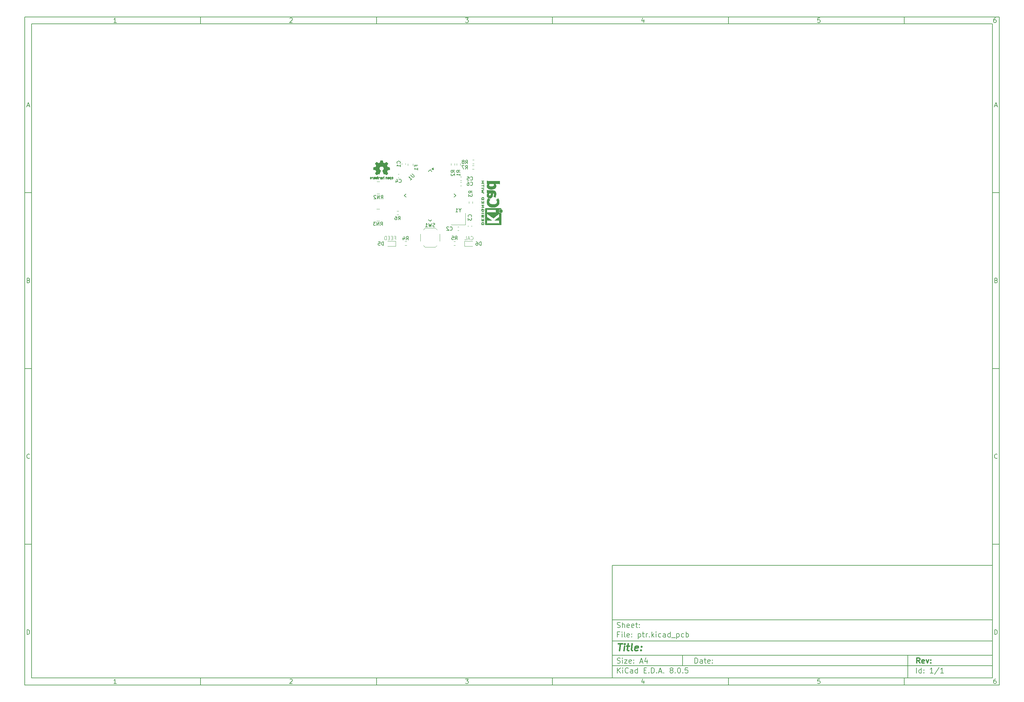
<source format=gbr>
%TF.GenerationSoftware,KiCad,Pcbnew,8.0.5*%
%TF.CreationDate,2024-11-03T20:33:15+08:00*%
%TF.ProjectId,ptr,7074722e-6b69-4636-9164-5f7063625858,rev?*%
%TF.SameCoordinates,Original*%
%TF.FileFunction,Legend,Bot*%
%TF.FilePolarity,Positive*%
%FSLAX46Y46*%
G04 Gerber Fmt 4.6, Leading zero omitted, Abs format (unit mm)*
G04 Created by KiCad (PCBNEW 8.0.5) date 2024-11-03 20:33:15*
%MOMM*%
%LPD*%
G01*
G04 APERTURE LIST*
%ADD10C,0.100000*%
%ADD11C,0.150000*%
%ADD12C,0.300000*%
%ADD13C,0.400000*%
%ADD14C,0.010000*%
%ADD15C,0.120000*%
G04 APERTURE END LIST*
D10*
D11*
X177002200Y-166007200D02*
X285002200Y-166007200D01*
X285002200Y-198007200D01*
X177002200Y-198007200D01*
X177002200Y-166007200D01*
D10*
D11*
X10000000Y-10000000D02*
X287002200Y-10000000D01*
X287002200Y-200007200D01*
X10000000Y-200007200D01*
X10000000Y-10000000D01*
D10*
D11*
X12000000Y-12000000D02*
X285002200Y-12000000D01*
X285002200Y-198007200D01*
X12000000Y-198007200D01*
X12000000Y-12000000D01*
D10*
D11*
X60000000Y-12000000D02*
X60000000Y-10000000D01*
D10*
D11*
X110000000Y-12000000D02*
X110000000Y-10000000D01*
D10*
D11*
X160000000Y-12000000D02*
X160000000Y-10000000D01*
D10*
D11*
X210000000Y-12000000D02*
X210000000Y-10000000D01*
D10*
D11*
X260000000Y-12000000D02*
X260000000Y-10000000D01*
D10*
D11*
X36089160Y-11593604D02*
X35346303Y-11593604D01*
X35717731Y-11593604D02*
X35717731Y-10293604D01*
X35717731Y-10293604D02*
X35593922Y-10479319D01*
X35593922Y-10479319D02*
X35470112Y-10603128D01*
X35470112Y-10603128D02*
X35346303Y-10665033D01*
D10*
D11*
X85346303Y-10417414D02*
X85408207Y-10355509D01*
X85408207Y-10355509D02*
X85532017Y-10293604D01*
X85532017Y-10293604D02*
X85841541Y-10293604D01*
X85841541Y-10293604D02*
X85965350Y-10355509D01*
X85965350Y-10355509D02*
X86027255Y-10417414D01*
X86027255Y-10417414D02*
X86089160Y-10541223D01*
X86089160Y-10541223D02*
X86089160Y-10665033D01*
X86089160Y-10665033D02*
X86027255Y-10850747D01*
X86027255Y-10850747D02*
X85284398Y-11593604D01*
X85284398Y-11593604D02*
X86089160Y-11593604D01*
D10*
D11*
X135284398Y-10293604D02*
X136089160Y-10293604D01*
X136089160Y-10293604D02*
X135655826Y-10788842D01*
X135655826Y-10788842D02*
X135841541Y-10788842D01*
X135841541Y-10788842D02*
X135965350Y-10850747D01*
X135965350Y-10850747D02*
X136027255Y-10912652D01*
X136027255Y-10912652D02*
X136089160Y-11036461D01*
X136089160Y-11036461D02*
X136089160Y-11345985D01*
X136089160Y-11345985D02*
X136027255Y-11469795D01*
X136027255Y-11469795D02*
X135965350Y-11531700D01*
X135965350Y-11531700D02*
X135841541Y-11593604D01*
X135841541Y-11593604D02*
X135470112Y-11593604D01*
X135470112Y-11593604D02*
X135346303Y-11531700D01*
X135346303Y-11531700D02*
X135284398Y-11469795D01*
D10*
D11*
X185965350Y-10726938D02*
X185965350Y-11593604D01*
X185655826Y-10231700D02*
X185346303Y-11160271D01*
X185346303Y-11160271D02*
X186151064Y-11160271D01*
D10*
D11*
X236027255Y-10293604D02*
X235408207Y-10293604D01*
X235408207Y-10293604D02*
X235346303Y-10912652D01*
X235346303Y-10912652D02*
X235408207Y-10850747D01*
X235408207Y-10850747D02*
X235532017Y-10788842D01*
X235532017Y-10788842D02*
X235841541Y-10788842D01*
X235841541Y-10788842D02*
X235965350Y-10850747D01*
X235965350Y-10850747D02*
X236027255Y-10912652D01*
X236027255Y-10912652D02*
X236089160Y-11036461D01*
X236089160Y-11036461D02*
X236089160Y-11345985D01*
X236089160Y-11345985D02*
X236027255Y-11469795D01*
X236027255Y-11469795D02*
X235965350Y-11531700D01*
X235965350Y-11531700D02*
X235841541Y-11593604D01*
X235841541Y-11593604D02*
X235532017Y-11593604D01*
X235532017Y-11593604D02*
X235408207Y-11531700D01*
X235408207Y-11531700D02*
X235346303Y-11469795D01*
D10*
D11*
X285965350Y-10293604D02*
X285717731Y-10293604D01*
X285717731Y-10293604D02*
X285593922Y-10355509D01*
X285593922Y-10355509D02*
X285532017Y-10417414D01*
X285532017Y-10417414D02*
X285408207Y-10603128D01*
X285408207Y-10603128D02*
X285346303Y-10850747D01*
X285346303Y-10850747D02*
X285346303Y-11345985D01*
X285346303Y-11345985D02*
X285408207Y-11469795D01*
X285408207Y-11469795D02*
X285470112Y-11531700D01*
X285470112Y-11531700D02*
X285593922Y-11593604D01*
X285593922Y-11593604D02*
X285841541Y-11593604D01*
X285841541Y-11593604D02*
X285965350Y-11531700D01*
X285965350Y-11531700D02*
X286027255Y-11469795D01*
X286027255Y-11469795D02*
X286089160Y-11345985D01*
X286089160Y-11345985D02*
X286089160Y-11036461D01*
X286089160Y-11036461D02*
X286027255Y-10912652D01*
X286027255Y-10912652D02*
X285965350Y-10850747D01*
X285965350Y-10850747D02*
X285841541Y-10788842D01*
X285841541Y-10788842D02*
X285593922Y-10788842D01*
X285593922Y-10788842D02*
X285470112Y-10850747D01*
X285470112Y-10850747D02*
X285408207Y-10912652D01*
X285408207Y-10912652D02*
X285346303Y-11036461D01*
D10*
D11*
X60000000Y-198007200D02*
X60000000Y-200007200D01*
D10*
D11*
X110000000Y-198007200D02*
X110000000Y-200007200D01*
D10*
D11*
X160000000Y-198007200D02*
X160000000Y-200007200D01*
D10*
D11*
X210000000Y-198007200D02*
X210000000Y-200007200D01*
D10*
D11*
X260000000Y-198007200D02*
X260000000Y-200007200D01*
D10*
D11*
X36089160Y-199600804D02*
X35346303Y-199600804D01*
X35717731Y-199600804D02*
X35717731Y-198300804D01*
X35717731Y-198300804D02*
X35593922Y-198486519D01*
X35593922Y-198486519D02*
X35470112Y-198610328D01*
X35470112Y-198610328D02*
X35346303Y-198672233D01*
D10*
D11*
X85346303Y-198424614D02*
X85408207Y-198362709D01*
X85408207Y-198362709D02*
X85532017Y-198300804D01*
X85532017Y-198300804D02*
X85841541Y-198300804D01*
X85841541Y-198300804D02*
X85965350Y-198362709D01*
X85965350Y-198362709D02*
X86027255Y-198424614D01*
X86027255Y-198424614D02*
X86089160Y-198548423D01*
X86089160Y-198548423D02*
X86089160Y-198672233D01*
X86089160Y-198672233D02*
X86027255Y-198857947D01*
X86027255Y-198857947D02*
X85284398Y-199600804D01*
X85284398Y-199600804D02*
X86089160Y-199600804D01*
D10*
D11*
X135284398Y-198300804D02*
X136089160Y-198300804D01*
X136089160Y-198300804D02*
X135655826Y-198796042D01*
X135655826Y-198796042D02*
X135841541Y-198796042D01*
X135841541Y-198796042D02*
X135965350Y-198857947D01*
X135965350Y-198857947D02*
X136027255Y-198919852D01*
X136027255Y-198919852D02*
X136089160Y-199043661D01*
X136089160Y-199043661D02*
X136089160Y-199353185D01*
X136089160Y-199353185D02*
X136027255Y-199476995D01*
X136027255Y-199476995D02*
X135965350Y-199538900D01*
X135965350Y-199538900D02*
X135841541Y-199600804D01*
X135841541Y-199600804D02*
X135470112Y-199600804D01*
X135470112Y-199600804D02*
X135346303Y-199538900D01*
X135346303Y-199538900D02*
X135284398Y-199476995D01*
D10*
D11*
X185965350Y-198734138D02*
X185965350Y-199600804D01*
X185655826Y-198238900D02*
X185346303Y-199167471D01*
X185346303Y-199167471D02*
X186151064Y-199167471D01*
D10*
D11*
X236027255Y-198300804D02*
X235408207Y-198300804D01*
X235408207Y-198300804D02*
X235346303Y-198919852D01*
X235346303Y-198919852D02*
X235408207Y-198857947D01*
X235408207Y-198857947D02*
X235532017Y-198796042D01*
X235532017Y-198796042D02*
X235841541Y-198796042D01*
X235841541Y-198796042D02*
X235965350Y-198857947D01*
X235965350Y-198857947D02*
X236027255Y-198919852D01*
X236027255Y-198919852D02*
X236089160Y-199043661D01*
X236089160Y-199043661D02*
X236089160Y-199353185D01*
X236089160Y-199353185D02*
X236027255Y-199476995D01*
X236027255Y-199476995D02*
X235965350Y-199538900D01*
X235965350Y-199538900D02*
X235841541Y-199600804D01*
X235841541Y-199600804D02*
X235532017Y-199600804D01*
X235532017Y-199600804D02*
X235408207Y-199538900D01*
X235408207Y-199538900D02*
X235346303Y-199476995D01*
D10*
D11*
X285965350Y-198300804D02*
X285717731Y-198300804D01*
X285717731Y-198300804D02*
X285593922Y-198362709D01*
X285593922Y-198362709D02*
X285532017Y-198424614D01*
X285532017Y-198424614D02*
X285408207Y-198610328D01*
X285408207Y-198610328D02*
X285346303Y-198857947D01*
X285346303Y-198857947D02*
X285346303Y-199353185D01*
X285346303Y-199353185D02*
X285408207Y-199476995D01*
X285408207Y-199476995D02*
X285470112Y-199538900D01*
X285470112Y-199538900D02*
X285593922Y-199600804D01*
X285593922Y-199600804D02*
X285841541Y-199600804D01*
X285841541Y-199600804D02*
X285965350Y-199538900D01*
X285965350Y-199538900D02*
X286027255Y-199476995D01*
X286027255Y-199476995D02*
X286089160Y-199353185D01*
X286089160Y-199353185D02*
X286089160Y-199043661D01*
X286089160Y-199043661D02*
X286027255Y-198919852D01*
X286027255Y-198919852D02*
X285965350Y-198857947D01*
X285965350Y-198857947D02*
X285841541Y-198796042D01*
X285841541Y-198796042D02*
X285593922Y-198796042D01*
X285593922Y-198796042D02*
X285470112Y-198857947D01*
X285470112Y-198857947D02*
X285408207Y-198919852D01*
X285408207Y-198919852D02*
X285346303Y-199043661D01*
D10*
D11*
X10000000Y-60000000D02*
X12000000Y-60000000D01*
D10*
D11*
X10000000Y-110000000D02*
X12000000Y-110000000D01*
D10*
D11*
X10000000Y-160000000D02*
X12000000Y-160000000D01*
D10*
D11*
X10690476Y-35222176D02*
X11309523Y-35222176D01*
X10566666Y-35593604D02*
X10999999Y-34293604D01*
X10999999Y-34293604D02*
X11433333Y-35593604D01*
D10*
D11*
X11092857Y-84912652D02*
X11278571Y-84974557D01*
X11278571Y-84974557D02*
X11340476Y-85036461D01*
X11340476Y-85036461D02*
X11402380Y-85160271D01*
X11402380Y-85160271D02*
X11402380Y-85345985D01*
X11402380Y-85345985D02*
X11340476Y-85469795D01*
X11340476Y-85469795D02*
X11278571Y-85531700D01*
X11278571Y-85531700D02*
X11154761Y-85593604D01*
X11154761Y-85593604D02*
X10659523Y-85593604D01*
X10659523Y-85593604D02*
X10659523Y-84293604D01*
X10659523Y-84293604D02*
X11092857Y-84293604D01*
X11092857Y-84293604D02*
X11216666Y-84355509D01*
X11216666Y-84355509D02*
X11278571Y-84417414D01*
X11278571Y-84417414D02*
X11340476Y-84541223D01*
X11340476Y-84541223D02*
X11340476Y-84665033D01*
X11340476Y-84665033D02*
X11278571Y-84788842D01*
X11278571Y-84788842D02*
X11216666Y-84850747D01*
X11216666Y-84850747D02*
X11092857Y-84912652D01*
X11092857Y-84912652D02*
X10659523Y-84912652D01*
D10*
D11*
X11402380Y-135469795D02*
X11340476Y-135531700D01*
X11340476Y-135531700D02*
X11154761Y-135593604D01*
X11154761Y-135593604D02*
X11030952Y-135593604D01*
X11030952Y-135593604D02*
X10845238Y-135531700D01*
X10845238Y-135531700D02*
X10721428Y-135407890D01*
X10721428Y-135407890D02*
X10659523Y-135284080D01*
X10659523Y-135284080D02*
X10597619Y-135036461D01*
X10597619Y-135036461D02*
X10597619Y-134850747D01*
X10597619Y-134850747D02*
X10659523Y-134603128D01*
X10659523Y-134603128D02*
X10721428Y-134479319D01*
X10721428Y-134479319D02*
X10845238Y-134355509D01*
X10845238Y-134355509D02*
X11030952Y-134293604D01*
X11030952Y-134293604D02*
X11154761Y-134293604D01*
X11154761Y-134293604D02*
X11340476Y-134355509D01*
X11340476Y-134355509D02*
X11402380Y-134417414D01*
D10*
D11*
X10659523Y-185593604D02*
X10659523Y-184293604D01*
X10659523Y-184293604D02*
X10969047Y-184293604D01*
X10969047Y-184293604D02*
X11154761Y-184355509D01*
X11154761Y-184355509D02*
X11278571Y-184479319D01*
X11278571Y-184479319D02*
X11340476Y-184603128D01*
X11340476Y-184603128D02*
X11402380Y-184850747D01*
X11402380Y-184850747D02*
X11402380Y-185036461D01*
X11402380Y-185036461D02*
X11340476Y-185284080D01*
X11340476Y-185284080D02*
X11278571Y-185407890D01*
X11278571Y-185407890D02*
X11154761Y-185531700D01*
X11154761Y-185531700D02*
X10969047Y-185593604D01*
X10969047Y-185593604D02*
X10659523Y-185593604D01*
D10*
D11*
X287002200Y-60000000D02*
X285002200Y-60000000D01*
D10*
D11*
X287002200Y-110000000D02*
X285002200Y-110000000D01*
D10*
D11*
X287002200Y-160000000D02*
X285002200Y-160000000D01*
D10*
D11*
X285692676Y-35222176D02*
X286311723Y-35222176D01*
X285568866Y-35593604D02*
X286002199Y-34293604D01*
X286002199Y-34293604D02*
X286435533Y-35593604D01*
D10*
D11*
X286095057Y-84912652D02*
X286280771Y-84974557D01*
X286280771Y-84974557D02*
X286342676Y-85036461D01*
X286342676Y-85036461D02*
X286404580Y-85160271D01*
X286404580Y-85160271D02*
X286404580Y-85345985D01*
X286404580Y-85345985D02*
X286342676Y-85469795D01*
X286342676Y-85469795D02*
X286280771Y-85531700D01*
X286280771Y-85531700D02*
X286156961Y-85593604D01*
X286156961Y-85593604D02*
X285661723Y-85593604D01*
X285661723Y-85593604D02*
X285661723Y-84293604D01*
X285661723Y-84293604D02*
X286095057Y-84293604D01*
X286095057Y-84293604D02*
X286218866Y-84355509D01*
X286218866Y-84355509D02*
X286280771Y-84417414D01*
X286280771Y-84417414D02*
X286342676Y-84541223D01*
X286342676Y-84541223D02*
X286342676Y-84665033D01*
X286342676Y-84665033D02*
X286280771Y-84788842D01*
X286280771Y-84788842D02*
X286218866Y-84850747D01*
X286218866Y-84850747D02*
X286095057Y-84912652D01*
X286095057Y-84912652D02*
X285661723Y-84912652D01*
D10*
D11*
X286404580Y-135469795D02*
X286342676Y-135531700D01*
X286342676Y-135531700D02*
X286156961Y-135593604D01*
X286156961Y-135593604D02*
X286033152Y-135593604D01*
X286033152Y-135593604D02*
X285847438Y-135531700D01*
X285847438Y-135531700D02*
X285723628Y-135407890D01*
X285723628Y-135407890D02*
X285661723Y-135284080D01*
X285661723Y-135284080D02*
X285599819Y-135036461D01*
X285599819Y-135036461D02*
X285599819Y-134850747D01*
X285599819Y-134850747D02*
X285661723Y-134603128D01*
X285661723Y-134603128D02*
X285723628Y-134479319D01*
X285723628Y-134479319D02*
X285847438Y-134355509D01*
X285847438Y-134355509D02*
X286033152Y-134293604D01*
X286033152Y-134293604D02*
X286156961Y-134293604D01*
X286156961Y-134293604D02*
X286342676Y-134355509D01*
X286342676Y-134355509D02*
X286404580Y-134417414D01*
D10*
D11*
X285661723Y-185593604D02*
X285661723Y-184293604D01*
X285661723Y-184293604D02*
X285971247Y-184293604D01*
X285971247Y-184293604D02*
X286156961Y-184355509D01*
X286156961Y-184355509D02*
X286280771Y-184479319D01*
X286280771Y-184479319D02*
X286342676Y-184603128D01*
X286342676Y-184603128D02*
X286404580Y-184850747D01*
X286404580Y-184850747D02*
X286404580Y-185036461D01*
X286404580Y-185036461D02*
X286342676Y-185284080D01*
X286342676Y-185284080D02*
X286280771Y-185407890D01*
X286280771Y-185407890D02*
X286156961Y-185531700D01*
X286156961Y-185531700D02*
X285971247Y-185593604D01*
X285971247Y-185593604D02*
X285661723Y-185593604D01*
D10*
D11*
X200458026Y-193793328D02*
X200458026Y-192293328D01*
X200458026Y-192293328D02*
X200815169Y-192293328D01*
X200815169Y-192293328D02*
X201029455Y-192364757D01*
X201029455Y-192364757D02*
X201172312Y-192507614D01*
X201172312Y-192507614D02*
X201243741Y-192650471D01*
X201243741Y-192650471D02*
X201315169Y-192936185D01*
X201315169Y-192936185D02*
X201315169Y-193150471D01*
X201315169Y-193150471D02*
X201243741Y-193436185D01*
X201243741Y-193436185D02*
X201172312Y-193579042D01*
X201172312Y-193579042D02*
X201029455Y-193721900D01*
X201029455Y-193721900D02*
X200815169Y-193793328D01*
X200815169Y-193793328D02*
X200458026Y-193793328D01*
X202600884Y-193793328D02*
X202600884Y-193007614D01*
X202600884Y-193007614D02*
X202529455Y-192864757D01*
X202529455Y-192864757D02*
X202386598Y-192793328D01*
X202386598Y-192793328D02*
X202100884Y-192793328D01*
X202100884Y-192793328D02*
X201958026Y-192864757D01*
X202600884Y-193721900D02*
X202458026Y-193793328D01*
X202458026Y-193793328D02*
X202100884Y-193793328D01*
X202100884Y-193793328D02*
X201958026Y-193721900D01*
X201958026Y-193721900D02*
X201886598Y-193579042D01*
X201886598Y-193579042D02*
X201886598Y-193436185D01*
X201886598Y-193436185D02*
X201958026Y-193293328D01*
X201958026Y-193293328D02*
X202100884Y-193221900D01*
X202100884Y-193221900D02*
X202458026Y-193221900D01*
X202458026Y-193221900D02*
X202600884Y-193150471D01*
X203100884Y-192793328D02*
X203672312Y-192793328D01*
X203315169Y-192293328D02*
X203315169Y-193579042D01*
X203315169Y-193579042D02*
X203386598Y-193721900D01*
X203386598Y-193721900D02*
X203529455Y-193793328D01*
X203529455Y-193793328D02*
X203672312Y-193793328D01*
X204743741Y-193721900D02*
X204600884Y-193793328D01*
X204600884Y-193793328D02*
X204315170Y-193793328D01*
X204315170Y-193793328D02*
X204172312Y-193721900D01*
X204172312Y-193721900D02*
X204100884Y-193579042D01*
X204100884Y-193579042D02*
X204100884Y-193007614D01*
X204100884Y-193007614D02*
X204172312Y-192864757D01*
X204172312Y-192864757D02*
X204315170Y-192793328D01*
X204315170Y-192793328D02*
X204600884Y-192793328D01*
X204600884Y-192793328D02*
X204743741Y-192864757D01*
X204743741Y-192864757D02*
X204815170Y-193007614D01*
X204815170Y-193007614D02*
X204815170Y-193150471D01*
X204815170Y-193150471D02*
X204100884Y-193293328D01*
X205458026Y-193650471D02*
X205529455Y-193721900D01*
X205529455Y-193721900D02*
X205458026Y-193793328D01*
X205458026Y-193793328D02*
X205386598Y-193721900D01*
X205386598Y-193721900D02*
X205458026Y-193650471D01*
X205458026Y-193650471D02*
X205458026Y-193793328D01*
X205458026Y-192864757D02*
X205529455Y-192936185D01*
X205529455Y-192936185D02*
X205458026Y-193007614D01*
X205458026Y-193007614D02*
X205386598Y-192936185D01*
X205386598Y-192936185D02*
X205458026Y-192864757D01*
X205458026Y-192864757D02*
X205458026Y-193007614D01*
D10*
D11*
X177002200Y-194507200D02*
X285002200Y-194507200D01*
D10*
D11*
X178458026Y-196593328D02*
X178458026Y-195093328D01*
X179315169Y-196593328D02*
X178672312Y-195736185D01*
X179315169Y-195093328D02*
X178458026Y-195950471D01*
X179958026Y-196593328D02*
X179958026Y-195593328D01*
X179958026Y-195093328D02*
X179886598Y-195164757D01*
X179886598Y-195164757D02*
X179958026Y-195236185D01*
X179958026Y-195236185D02*
X180029455Y-195164757D01*
X180029455Y-195164757D02*
X179958026Y-195093328D01*
X179958026Y-195093328D02*
X179958026Y-195236185D01*
X181529455Y-196450471D02*
X181458027Y-196521900D01*
X181458027Y-196521900D02*
X181243741Y-196593328D01*
X181243741Y-196593328D02*
X181100884Y-196593328D01*
X181100884Y-196593328D02*
X180886598Y-196521900D01*
X180886598Y-196521900D02*
X180743741Y-196379042D01*
X180743741Y-196379042D02*
X180672312Y-196236185D01*
X180672312Y-196236185D02*
X180600884Y-195950471D01*
X180600884Y-195950471D02*
X180600884Y-195736185D01*
X180600884Y-195736185D02*
X180672312Y-195450471D01*
X180672312Y-195450471D02*
X180743741Y-195307614D01*
X180743741Y-195307614D02*
X180886598Y-195164757D01*
X180886598Y-195164757D02*
X181100884Y-195093328D01*
X181100884Y-195093328D02*
X181243741Y-195093328D01*
X181243741Y-195093328D02*
X181458027Y-195164757D01*
X181458027Y-195164757D02*
X181529455Y-195236185D01*
X182815170Y-196593328D02*
X182815170Y-195807614D01*
X182815170Y-195807614D02*
X182743741Y-195664757D01*
X182743741Y-195664757D02*
X182600884Y-195593328D01*
X182600884Y-195593328D02*
X182315170Y-195593328D01*
X182315170Y-195593328D02*
X182172312Y-195664757D01*
X182815170Y-196521900D02*
X182672312Y-196593328D01*
X182672312Y-196593328D02*
X182315170Y-196593328D01*
X182315170Y-196593328D02*
X182172312Y-196521900D01*
X182172312Y-196521900D02*
X182100884Y-196379042D01*
X182100884Y-196379042D02*
X182100884Y-196236185D01*
X182100884Y-196236185D02*
X182172312Y-196093328D01*
X182172312Y-196093328D02*
X182315170Y-196021900D01*
X182315170Y-196021900D02*
X182672312Y-196021900D01*
X182672312Y-196021900D02*
X182815170Y-195950471D01*
X184172313Y-196593328D02*
X184172313Y-195093328D01*
X184172313Y-196521900D02*
X184029455Y-196593328D01*
X184029455Y-196593328D02*
X183743741Y-196593328D01*
X183743741Y-196593328D02*
X183600884Y-196521900D01*
X183600884Y-196521900D02*
X183529455Y-196450471D01*
X183529455Y-196450471D02*
X183458027Y-196307614D01*
X183458027Y-196307614D02*
X183458027Y-195879042D01*
X183458027Y-195879042D02*
X183529455Y-195736185D01*
X183529455Y-195736185D02*
X183600884Y-195664757D01*
X183600884Y-195664757D02*
X183743741Y-195593328D01*
X183743741Y-195593328D02*
X184029455Y-195593328D01*
X184029455Y-195593328D02*
X184172313Y-195664757D01*
X186029455Y-195807614D02*
X186529455Y-195807614D01*
X186743741Y-196593328D02*
X186029455Y-196593328D01*
X186029455Y-196593328D02*
X186029455Y-195093328D01*
X186029455Y-195093328D02*
X186743741Y-195093328D01*
X187386598Y-196450471D02*
X187458027Y-196521900D01*
X187458027Y-196521900D02*
X187386598Y-196593328D01*
X187386598Y-196593328D02*
X187315170Y-196521900D01*
X187315170Y-196521900D02*
X187386598Y-196450471D01*
X187386598Y-196450471D02*
X187386598Y-196593328D01*
X188100884Y-196593328D02*
X188100884Y-195093328D01*
X188100884Y-195093328D02*
X188458027Y-195093328D01*
X188458027Y-195093328D02*
X188672313Y-195164757D01*
X188672313Y-195164757D02*
X188815170Y-195307614D01*
X188815170Y-195307614D02*
X188886599Y-195450471D01*
X188886599Y-195450471D02*
X188958027Y-195736185D01*
X188958027Y-195736185D02*
X188958027Y-195950471D01*
X188958027Y-195950471D02*
X188886599Y-196236185D01*
X188886599Y-196236185D02*
X188815170Y-196379042D01*
X188815170Y-196379042D02*
X188672313Y-196521900D01*
X188672313Y-196521900D02*
X188458027Y-196593328D01*
X188458027Y-196593328D02*
X188100884Y-196593328D01*
X189600884Y-196450471D02*
X189672313Y-196521900D01*
X189672313Y-196521900D02*
X189600884Y-196593328D01*
X189600884Y-196593328D02*
X189529456Y-196521900D01*
X189529456Y-196521900D02*
X189600884Y-196450471D01*
X189600884Y-196450471D02*
X189600884Y-196593328D01*
X190243742Y-196164757D02*
X190958028Y-196164757D01*
X190100885Y-196593328D02*
X190600885Y-195093328D01*
X190600885Y-195093328D02*
X191100885Y-196593328D01*
X191600884Y-196450471D02*
X191672313Y-196521900D01*
X191672313Y-196521900D02*
X191600884Y-196593328D01*
X191600884Y-196593328D02*
X191529456Y-196521900D01*
X191529456Y-196521900D02*
X191600884Y-196450471D01*
X191600884Y-196450471D02*
X191600884Y-196593328D01*
X193672313Y-195736185D02*
X193529456Y-195664757D01*
X193529456Y-195664757D02*
X193458027Y-195593328D01*
X193458027Y-195593328D02*
X193386599Y-195450471D01*
X193386599Y-195450471D02*
X193386599Y-195379042D01*
X193386599Y-195379042D02*
X193458027Y-195236185D01*
X193458027Y-195236185D02*
X193529456Y-195164757D01*
X193529456Y-195164757D02*
X193672313Y-195093328D01*
X193672313Y-195093328D02*
X193958027Y-195093328D01*
X193958027Y-195093328D02*
X194100885Y-195164757D01*
X194100885Y-195164757D02*
X194172313Y-195236185D01*
X194172313Y-195236185D02*
X194243742Y-195379042D01*
X194243742Y-195379042D02*
X194243742Y-195450471D01*
X194243742Y-195450471D02*
X194172313Y-195593328D01*
X194172313Y-195593328D02*
X194100885Y-195664757D01*
X194100885Y-195664757D02*
X193958027Y-195736185D01*
X193958027Y-195736185D02*
X193672313Y-195736185D01*
X193672313Y-195736185D02*
X193529456Y-195807614D01*
X193529456Y-195807614D02*
X193458027Y-195879042D01*
X193458027Y-195879042D02*
X193386599Y-196021900D01*
X193386599Y-196021900D02*
X193386599Y-196307614D01*
X193386599Y-196307614D02*
X193458027Y-196450471D01*
X193458027Y-196450471D02*
X193529456Y-196521900D01*
X193529456Y-196521900D02*
X193672313Y-196593328D01*
X193672313Y-196593328D02*
X193958027Y-196593328D01*
X193958027Y-196593328D02*
X194100885Y-196521900D01*
X194100885Y-196521900D02*
X194172313Y-196450471D01*
X194172313Y-196450471D02*
X194243742Y-196307614D01*
X194243742Y-196307614D02*
X194243742Y-196021900D01*
X194243742Y-196021900D02*
X194172313Y-195879042D01*
X194172313Y-195879042D02*
X194100885Y-195807614D01*
X194100885Y-195807614D02*
X193958027Y-195736185D01*
X194886598Y-196450471D02*
X194958027Y-196521900D01*
X194958027Y-196521900D02*
X194886598Y-196593328D01*
X194886598Y-196593328D02*
X194815170Y-196521900D01*
X194815170Y-196521900D02*
X194886598Y-196450471D01*
X194886598Y-196450471D02*
X194886598Y-196593328D01*
X195886599Y-195093328D02*
X196029456Y-195093328D01*
X196029456Y-195093328D02*
X196172313Y-195164757D01*
X196172313Y-195164757D02*
X196243742Y-195236185D01*
X196243742Y-195236185D02*
X196315170Y-195379042D01*
X196315170Y-195379042D02*
X196386599Y-195664757D01*
X196386599Y-195664757D02*
X196386599Y-196021900D01*
X196386599Y-196021900D02*
X196315170Y-196307614D01*
X196315170Y-196307614D02*
X196243742Y-196450471D01*
X196243742Y-196450471D02*
X196172313Y-196521900D01*
X196172313Y-196521900D02*
X196029456Y-196593328D01*
X196029456Y-196593328D02*
X195886599Y-196593328D01*
X195886599Y-196593328D02*
X195743742Y-196521900D01*
X195743742Y-196521900D02*
X195672313Y-196450471D01*
X195672313Y-196450471D02*
X195600884Y-196307614D01*
X195600884Y-196307614D02*
X195529456Y-196021900D01*
X195529456Y-196021900D02*
X195529456Y-195664757D01*
X195529456Y-195664757D02*
X195600884Y-195379042D01*
X195600884Y-195379042D02*
X195672313Y-195236185D01*
X195672313Y-195236185D02*
X195743742Y-195164757D01*
X195743742Y-195164757D02*
X195886599Y-195093328D01*
X197029455Y-196450471D02*
X197100884Y-196521900D01*
X197100884Y-196521900D02*
X197029455Y-196593328D01*
X197029455Y-196593328D02*
X196958027Y-196521900D01*
X196958027Y-196521900D02*
X197029455Y-196450471D01*
X197029455Y-196450471D02*
X197029455Y-196593328D01*
X198458027Y-195093328D02*
X197743741Y-195093328D01*
X197743741Y-195093328D02*
X197672313Y-195807614D01*
X197672313Y-195807614D02*
X197743741Y-195736185D01*
X197743741Y-195736185D02*
X197886599Y-195664757D01*
X197886599Y-195664757D02*
X198243741Y-195664757D01*
X198243741Y-195664757D02*
X198386599Y-195736185D01*
X198386599Y-195736185D02*
X198458027Y-195807614D01*
X198458027Y-195807614D02*
X198529456Y-195950471D01*
X198529456Y-195950471D02*
X198529456Y-196307614D01*
X198529456Y-196307614D02*
X198458027Y-196450471D01*
X198458027Y-196450471D02*
X198386599Y-196521900D01*
X198386599Y-196521900D02*
X198243741Y-196593328D01*
X198243741Y-196593328D02*
X197886599Y-196593328D01*
X197886599Y-196593328D02*
X197743741Y-196521900D01*
X197743741Y-196521900D02*
X197672313Y-196450471D01*
D10*
D11*
X177002200Y-191507200D02*
X285002200Y-191507200D01*
D10*
D12*
X264413853Y-193785528D02*
X263913853Y-193071242D01*
X263556710Y-193785528D02*
X263556710Y-192285528D01*
X263556710Y-192285528D02*
X264128139Y-192285528D01*
X264128139Y-192285528D02*
X264270996Y-192356957D01*
X264270996Y-192356957D02*
X264342425Y-192428385D01*
X264342425Y-192428385D02*
X264413853Y-192571242D01*
X264413853Y-192571242D02*
X264413853Y-192785528D01*
X264413853Y-192785528D02*
X264342425Y-192928385D01*
X264342425Y-192928385D02*
X264270996Y-192999814D01*
X264270996Y-192999814D02*
X264128139Y-193071242D01*
X264128139Y-193071242D02*
X263556710Y-193071242D01*
X265628139Y-193714100D02*
X265485282Y-193785528D01*
X265485282Y-193785528D02*
X265199568Y-193785528D01*
X265199568Y-193785528D02*
X265056710Y-193714100D01*
X265056710Y-193714100D02*
X264985282Y-193571242D01*
X264985282Y-193571242D02*
X264985282Y-192999814D01*
X264985282Y-192999814D02*
X265056710Y-192856957D01*
X265056710Y-192856957D02*
X265199568Y-192785528D01*
X265199568Y-192785528D02*
X265485282Y-192785528D01*
X265485282Y-192785528D02*
X265628139Y-192856957D01*
X265628139Y-192856957D02*
X265699568Y-192999814D01*
X265699568Y-192999814D02*
X265699568Y-193142671D01*
X265699568Y-193142671D02*
X264985282Y-193285528D01*
X266199567Y-192785528D02*
X266556710Y-193785528D01*
X266556710Y-193785528D02*
X266913853Y-192785528D01*
X267485281Y-193642671D02*
X267556710Y-193714100D01*
X267556710Y-193714100D02*
X267485281Y-193785528D01*
X267485281Y-193785528D02*
X267413853Y-193714100D01*
X267413853Y-193714100D02*
X267485281Y-193642671D01*
X267485281Y-193642671D02*
X267485281Y-193785528D01*
X267485281Y-192856957D02*
X267556710Y-192928385D01*
X267556710Y-192928385D02*
X267485281Y-192999814D01*
X267485281Y-192999814D02*
X267413853Y-192928385D01*
X267413853Y-192928385D02*
X267485281Y-192856957D01*
X267485281Y-192856957D02*
X267485281Y-192999814D01*
D10*
D11*
X178386598Y-193721900D02*
X178600884Y-193793328D01*
X178600884Y-193793328D02*
X178958026Y-193793328D01*
X178958026Y-193793328D02*
X179100884Y-193721900D01*
X179100884Y-193721900D02*
X179172312Y-193650471D01*
X179172312Y-193650471D02*
X179243741Y-193507614D01*
X179243741Y-193507614D02*
X179243741Y-193364757D01*
X179243741Y-193364757D02*
X179172312Y-193221900D01*
X179172312Y-193221900D02*
X179100884Y-193150471D01*
X179100884Y-193150471D02*
X178958026Y-193079042D01*
X178958026Y-193079042D02*
X178672312Y-193007614D01*
X178672312Y-193007614D02*
X178529455Y-192936185D01*
X178529455Y-192936185D02*
X178458026Y-192864757D01*
X178458026Y-192864757D02*
X178386598Y-192721900D01*
X178386598Y-192721900D02*
X178386598Y-192579042D01*
X178386598Y-192579042D02*
X178458026Y-192436185D01*
X178458026Y-192436185D02*
X178529455Y-192364757D01*
X178529455Y-192364757D02*
X178672312Y-192293328D01*
X178672312Y-192293328D02*
X179029455Y-192293328D01*
X179029455Y-192293328D02*
X179243741Y-192364757D01*
X179886597Y-193793328D02*
X179886597Y-192793328D01*
X179886597Y-192293328D02*
X179815169Y-192364757D01*
X179815169Y-192364757D02*
X179886597Y-192436185D01*
X179886597Y-192436185D02*
X179958026Y-192364757D01*
X179958026Y-192364757D02*
X179886597Y-192293328D01*
X179886597Y-192293328D02*
X179886597Y-192436185D01*
X180458026Y-192793328D02*
X181243741Y-192793328D01*
X181243741Y-192793328D02*
X180458026Y-193793328D01*
X180458026Y-193793328D02*
X181243741Y-193793328D01*
X182386598Y-193721900D02*
X182243741Y-193793328D01*
X182243741Y-193793328D02*
X181958027Y-193793328D01*
X181958027Y-193793328D02*
X181815169Y-193721900D01*
X181815169Y-193721900D02*
X181743741Y-193579042D01*
X181743741Y-193579042D02*
X181743741Y-193007614D01*
X181743741Y-193007614D02*
X181815169Y-192864757D01*
X181815169Y-192864757D02*
X181958027Y-192793328D01*
X181958027Y-192793328D02*
X182243741Y-192793328D01*
X182243741Y-192793328D02*
X182386598Y-192864757D01*
X182386598Y-192864757D02*
X182458027Y-193007614D01*
X182458027Y-193007614D02*
X182458027Y-193150471D01*
X182458027Y-193150471D02*
X181743741Y-193293328D01*
X183100883Y-193650471D02*
X183172312Y-193721900D01*
X183172312Y-193721900D02*
X183100883Y-193793328D01*
X183100883Y-193793328D02*
X183029455Y-193721900D01*
X183029455Y-193721900D02*
X183100883Y-193650471D01*
X183100883Y-193650471D02*
X183100883Y-193793328D01*
X183100883Y-192864757D02*
X183172312Y-192936185D01*
X183172312Y-192936185D02*
X183100883Y-193007614D01*
X183100883Y-193007614D02*
X183029455Y-192936185D01*
X183029455Y-192936185D02*
X183100883Y-192864757D01*
X183100883Y-192864757D02*
X183100883Y-193007614D01*
X184886598Y-193364757D02*
X185600884Y-193364757D01*
X184743741Y-193793328D02*
X185243741Y-192293328D01*
X185243741Y-192293328D02*
X185743741Y-193793328D01*
X186886598Y-192793328D02*
X186886598Y-193793328D01*
X186529455Y-192221900D02*
X186172312Y-193293328D01*
X186172312Y-193293328D02*
X187100883Y-193293328D01*
D10*
D11*
X263458026Y-196593328D02*
X263458026Y-195093328D01*
X264815170Y-196593328D02*
X264815170Y-195093328D01*
X264815170Y-196521900D02*
X264672312Y-196593328D01*
X264672312Y-196593328D02*
X264386598Y-196593328D01*
X264386598Y-196593328D02*
X264243741Y-196521900D01*
X264243741Y-196521900D02*
X264172312Y-196450471D01*
X264172312Y-196450471D02*
X264100884Y-196307614D01*
X264100884Y-196307614D02*
X264100884Y-195879042D01*
X264100884Y-195879042D02*
X264172312Y-195736185D01*
X264172312Y-195736185D02*
X264243741Y-195664757D01*
X264243741Y-195664757D02*
X264386598Y-195593328D01*
X264386598Y-195593328D02*
X264672312Y-195593328D01*
X264672312Y-195593328D02*
X264815170Y-195664757D01*
X265529455Y-196450471D02*
X265600884Y-196521900D01*
X265600884Y-196521900D02*
X265529455Y-196593328D01*
X265529455Y-196593328D02*
X265458027Y-196521900D01*
X265458027Y-196521900D02*
X265529455Y-196450471D01*
X265529455Y-196450471D02*
X265529455Y-196593328D01*
X265529455Y-195664757D02*
X265600884Y-195736185D01*
X265600884Y-195736185D02*
X265529455Y-195807614D01*
X265529455Y-195807614D02*
X265458027Y-195736185D01*
X265458027Y-195736185D02*
X265529455Y-195664757D01*
X265529455Y-195664757D02*
X265529455Y-195807614D01*
X268172313Y-196593328D02*
X267315170Y-196593328D01*
X267743741Y-196593328D02*
X267743741Y-195093328D01*
X267743741Y-195093328D02*
X267600884Y-195307614D01*
X267600884Y-195307614D02*
X267458027Y-195450471D01*
X267458027Y-195450471D02*
X267315170Y-195521900D01*
X269886598Y-195021900D02*
X268600884Y-196950471D01*
X271172313Y-196593328D02*
X270315170Y-196593328D01*
X270743741Y-196593328D02*
X270743741Y-195093328D01*
X270743741Y-195093328D02*
X270600884Y-195307614D01*
X270600884Y-195307614D02*
X270458027Y-195450471D01*
X270458027Y-195450471D02*
X270315170Y-195521900D01*
D10*
D11*
X177002200Y-187507200D02*
X285002200Y-187507200D01*
D10*
D13*
X178693928Y-188211638D02*
X179836785Y-188211638D01*
X179015357Y-190211638D02*
X179265357Y-188211638D01*
X180253452Y-190211638D02*
X180420119Y-188878304D01*
X180503452Y-188211638D02*
X180396309Y-188306876D01*
X180396309Y-188306876D02*
X180479643Y-188402114D01*
X180479643Y-188402114D02*
X180586786Y-188306876D01*
X180586786Y-188306876D02*
X180503452Y-188211638D01*
X180503452Y-188211638D02*
X180479643Y-188402114D01*
X181086786Y-188878304D02*
X181848690Y-188878304D01*
X181455833Y-188211638D02*
X181241548Y-189925923D01*
X181241548Y-189925923D02*
X181312976Y-190116400D01*
X181312976Y-190116400D02*
X181491548Y-190211638D01*
X181491548Y-190211638D02*
X181682024Y-190211638D01*
X182634405Y-190211638D02*
X182455833Y-190116400D01*
X182455833Y-190116400D02*
X182384405Y-189925923D01*
X182384405Y-189925923D02*
X182598690Y-188211638D01*
X184170119Y-190116400D02*
X183967738Y-190211638D01*
X183967738Y-190211638D02*
X183586785Y-190211638D01*
X183586785Y-190211638D02*
X183408214Y-190116400D01*
X183408214Y-190116400D02*
X183336785Y-189925923D01*
X183336785Y-189925923D02*
X183432024Y-189164019D01*
X183432024Y-189164019D02*
X183551071Y-188973542D01*
X183551071Y-188973542D02*
X183753452Y-188878304D01*
X183753452Y-188878304D02*
X184134404Y-188878304D01*
X184134404Y-188878304D02*
X184312976Y-188973542D01*
X184312976Y-188973542D02*
X184384404Y-189164019D01*
X184384404Y-189164019D02*
X184360595Y-189354495D01*
X184360595Y-189354495D02*
X183384404Y-189544971D01*
X185134405Y-190021161D02*
X185217738Y-190116400D01*
X185217738Y-190116400D02*
X185110595Y-190211638D01*
X185110595Y-190211638D02*
X185027262Y-190116400D01*
X185027262Y-190116400D02*
X185134405Y-190021161D01*
X185134405Y-190021161D02*
X185110595Y-190211638D01*
X185265357Y-188973542D02*
X185348690Y-189068780D01*
X185348690Y-189068780D02*
X185241548Y-189164019D01*
X185241548Y-189164019D02*
X185158214Y-189068780D01*
X185158214Y-189068780D02*
X185265357Y-188973542D01*
X185265357Y-188973542D02*
X185241548Y-189164019D01*
D10*
D11*
X178958026Y-185607614D02*
X178458026Y-185607614D01*
X178458026Y-186393328D02*
X178458026Y-184893328D01*
X178458026Y-184893328D02*
X179172312Y-184893328D01*
X179743740Y-186393328D02*
X179743740Y-185393328D01*
X179743740Y-184893328D02*
X179672312Y-184964757D01*
X179672312Y-184964757D02*
X179743740Y-185036185D01*
X179743740Y-185036185D02*
X179815169Y-184964757D01*
X179815169Y-184964757D02*
X179743740Y-184893328D01*
X179743740Y-184893328D02*
X179743740Y-185036185D01*
X180672312Y-186393328D02*
X180529455Y-186321900D01*
X180529455Y-186321900D02*
X180458026Y-186179042D01*
X180458026Y-186179042D02*
X180458026Y-184893328D01*
X181815169Y-186321900D02*
X181672312Y-186393328D01*
X181672312Y-186393328D02*
X181386598Y-186393328D01*
X181386598Y-186393328D02*
X181243740Y-186321900D01*
X181243740Y-186321900D02*
X181172312Y-186179042D01*
X181172312Y-186179042D02*
X181172312Y-185607614D01*
X181172312Y-185607614D02*
X181243740Y-185464757D01*
X181243740Y-185464757D02*
X181386598Y-185393328D01*
X181386598Y-185393328D02*
X181672312Y-185393328D01*
X181672312Y-185393328D02*
X181815169Y-185464757D01*
X181815169Y-185464757D02*
X181886598Y-185607614D01*
X181886598Y-185607614D02*
X181886598Y-185750471D01*
X181886598Y-185750471D02*
X181172312Y-185893328D01*
X182529454Y-186250471D02*
X182600883Y-186321900D01*
X182600883Y-186321900D02*
X182529454Y-186393328D01*
X182529454Y-186393328D02*
X182458026Y-186321900D01*
X182458026Y-186321900D02*
X182529454Y-186250471D01*
X182529454Y-186250471D02*
X182529454Y-186393328D01*
X182529454Y-185464757D02*
X182600883Y-185536185D01*
X182600883Y-185536185D02*
X182529454Y-185607614D01*
X182529454Y-185607614D02*
X182458026Y-185536185D01*
X182458026Y-185536185D02*
X182529454Y-185464757D01*
X182529454Y-185464757D02*
X182529454Y-185607614D01*
X184386597Y-185393328D02*
X184386597Y-186893328D01*
X184386597Y-185464757D02*
X184529455Y-185393328D01*
X184529455Y-185393328D02*
X184815169Y-185393328D01*
X184815169Y-185393328D02*
X184958026Y-185464757D01*
X184958026Y-185464757D02*
X185029455Y-185536185D01*
X185029455Y-185536185D02*
X185100883Y-185679042D01*
X185100883Y-185679042D02*
X185100883Y-186107614D01*
X185100883Y-186107614D02*
X185029455Y-186250471D01*
X185029455Y-186250471D02*
X184958026Y-186321900D01*
X184958026Y-186321900D02*
X184815169Y-186393328D01*
X184815169Y-186393328D02*
X184529455Y-186393328D01*
X184529455Y-186393328D02*
X184386597Y-186321900D01*
X185529455Y-185393328D02*
X186100883Y-185393328D01*
X185743740Y-184893328D02*
X185743740Y-186179042D01*
X185743740Y-186179042D02*
X185815169Y-186321900D01*
X185815169Y-186321900D02*
X185958026Y-186393328D01*
X185958026Y-186393328D02*
X186100883Y-186393328D01*
X186600883Y-186393328D02*
X186600883Y-185393328D01*
X186600883Y-185679042D02*
X186672312Y-185536185D01*
X186672312Y-185536185D02*
X186743741Y-185464757D01*
X186743741Y-185464757D02*
X186886598Y-185393328D01*
X186886598Y-185393328D02*
X187029455Y-185393328D01*
X187529454Y-186250471D02*
X187600883Y-186321900D01*
X187600883Y-186321900D02*
X187529454Y-186393328D01*
X187529454Y-186393328D02*
X187458026Y-186321900D01*
X187458026Y-186321900D02*
X187529454Y-186250471D01*
X187529454Y-186250471D02*
X187529454Y-186393328D01*
X188243740Y-186393328D02*
X188243740Y-184893328D01*
X188386598Y-185821900D02*
X188815169Y-186393328D01*
X188815169Y-185393328D02*
X188243740Y-185964757D01*
X189458026Y-186393328D02*
X189458026Y-185393328D01*
X189458026Y-184893328D02*
X189386598Y-184964757D01*
X189386598Y-184964757D02*
X189458026Y-185036185D01*
X189458026Y-185036185D02*
X189529455Y-184964757D01*
X189529455Y-184964757D02*
X189458026Y-184893328D01*
X189458026Y-184893328D02*
X189458026Y-185036185D01*
X190815170Y-186321900D02*
X190672312Y-186393328D01*
X190672312Y-186393328D02*
X190386598Y-186393328D01*
X190386598Y-186393328D02*
X190243741Y-186321900D01*
X190243741Y-186321900D02*
X190172312Y-186250471D01*
X190172312Y-186250471D02*
X190100884Y-186107614D01*
X190100884Y-186107614D02*
X190100884Y-185679042D01*
X190100884Y-185679042D02*
X190172312Y-185536185D01*
X190172312Y-185536185D02*
X190243741Y-185464757D01*
X190243741Y-185464757D02*
X190386598Y-185393328D01*
X190386598Y-185393328D02*
X190672312Y-185393328D01*
X190672312Y-185393328D02*
X190815170Y-185464757D01*
X192100884Y-186393328D02*
X192100884Y-185607614D01*
X192100884Y-185607614D02*
X192029455Y-185464757D01*
X192029455Y-185464757D02*
X191886598Y-185393328D01*
X191886598Y-185393328D02*
X191600884Y-185393328D01*
X191600884Y-185393328D02*
X191458026Y-185464757D01*
X192100884Y-186321900D02*
X191958026Y-186393328D01*
X191958026Y-186393328D02*
X191600884Y-186393328D01*
X191600884Y-186393328D02*
X191458026Y-186321900D01*
X191458026Y-186321900D02*
X191386598Y-186179042D01*
X191386598Y-186179042D02*
X191386598Y-186036185D01*
X191386598Y-186036185D02*
X191458026Y-185893328D01*
X191458026Y-185893328D02*
X191600884Y-185821900D01*
X191600884Y-185821900D02*
X191958026Y-185821900D01*
X191958026Y-185821900D02*
X192100884Y-185750471D01*
X193458027Y-186393328D02*
X193458027Y-184893328D01*
X193458027Y-186321900D02*
X193315169Y-186393328D01*
X193315169Y-186393328D02*
X193029455Y-186393328D01*
X193029455Y-186393328D02*
X192886598Y-186321900D01*
X192886598Y-186321900D02*
X192815169Y-186250471D01*
X192815169Y-186250471D02*
X192743741Y-186107614D01*
X192743741Y-186107614D02*
X192743741Y-185679042D01*
X192743741Y-185679042D02*
X192815169Y-185536185D01*
X192815169Y-185536185D02*
X192886598Y-185464757D01*
X192886598Y-185464757D02*
X193029455Y-185393328D01*
X193029455Y-185393328D02*
X193315169Y-185393328D01*
X193315169Y-185393328D02*
X193458027Y-185464757D01*
X193815170Y-186536185D02*
X194958027Y-186536185D01*
X195315169Y-185393328D02*
X195315169Y-186893328D01*
X195315169Y-185464757D02*
X195458027Y-185393328D01*
X195458027Y-185393328D02*
X195743741Y-185393328D01*
X195743741Y-185393328D02*
X195886598Y-185464757D01*
X195886598Y-185464757D02*
X195958027Y-185536185D01*
X195958027Y-185536185D02*
X196029455Y-185679042D01*
X196029455Y-185679042D02*
X196029455Y-186107614D01*
X196029455Y-186107614D02*
X195958027Y-186250471D01*
X195958027Y-186250471D02*
X195886598Y-186321900D01*
X195886598Y-186321900D02*
X195743741Y-186393328D01*
X195743741Y-186393328D02*
X195458027Y-186393328D01*
X195458027Y-186393328D02*
X195315169Y-186321900D01*
X197315170Y-186321900D02*
X197172312Y-186393328D01*
X197172312Y-186393328D02*
X196886598Y-186393328D01*
X196886598Y-186393328D02*
X196743741Y-186321900D01*
X196743741Y-186321900D02*
X196672312Y-186250471D01*
X196672312Y-186250471D02*
X196600884Y-186107614D01*
X196600884Y-186107614D02*
X196600884Y-185679042D01*
X196600884Y-185679042D02*
X196672312Y-185536185D01*
X196672312Y-185536185D02*
X196743741Y-185464757D01*
X196743741Y-185464757D02*
X196886598Y-185393328D01*
X196886598Y-185393328D02*
X197172312Y-185393328D01*
X197172312Y-185393328D02*
X197315170Y-185464757D01*
X197958026Y-186393328D02*
X197958026Y-184893328D01*
X197958026Y-185464757D02*
X198100884Y-185393328D01*
X198100884Y-185393328D02*
X198386598Y-185393328D01*
X198386598Y-185393328D02*
X198529455Y-185464757D01*
X198529455Y-185464757D02*
X198600884Y-185536185D01*
X198600884Y-185536185D02*
X198672312Y-185679042D01*
X198672312Y-185679042D02*
X198672312Y-186107614D01*
X198672312Y-186107614D02*
X198600884Y-186250471D01*
X198600884Y-186250471D02*
X198529455Y-186321900D01*
X198529455Y-186321900D02*
X198386598Y-186393328D01*
X198386598Y-186393328D02*
X198100884Y-186393328D01*
X198100884Y-186393328D02*
X197958026Y-186321900D01*
D10*
D11*
X177002200Y-181507200D02*
X285002200Y-181507200D01*
D10*
D11*
X178386598Y-183621900D02*
X178600884Y-183693328D01*
X178600884Y-183693328D02*
X178958026Y-183693328D01*
X178958026Y-183693328D02*
X179100884Y-183621900D01*
X179100884Y-183621900D02*
X179172312Y-183550471D01*
X179172312Y-183550471D02*
X179243741Y-183407614D01*
X179243741Y-183407614D02*
X179243741Y-183264757D01*
X179243741Y-183264757D02*
X179172312Y-183121900D01*
X179172312Y-183121900D02*
X179100884Y-183050471D01*
X179100884Y-183050471D02*
X178958026Y-182979042D01*
X178958026Y-182979042D02*
X178672312Y-182907614D01*
X178672312Y-182907614D02*
X178529455Y-182836185D01*
X178529455Y-182836185D02*
X178458026Y-182764757D01*
X178458026Y-182764757D02*
X178386598Y-182621900D01*
X178386598Y-182621900D02*
X178386598Y-182479042D01*
X178386598Y-182479042D02*
X178458026Y-182336185D01*
X178458026Y-182336185D02*
X178529455Y-182264757D01*
X178529455Y-182264757D02*
X178672312Y-182193328D01*
X178672312Y-182193328D02*
X179029455Y-182193328D01*
X179029455Y-182193328D02*
X179243741Y-182264757D01*
X179886597Y-183693328D02*
X179886597Y-182193328D01*
X180529455Y-183693328D02*
X180529455Y-182907614D01*
X180529455Y-182907614D02*
X180458026Y-182764757D01*
X180458026Y-182764757D02*
X180315169Y-182693328D01*
X180315169Y-182693328D02*
X180100883Y-182693328D01*
X180100883Y-182693328D02*
X179958026Y-182764757D01*
X179958026Y-182764757D02*
X179886597Y-182836185D01*
X181815169Y-183621900D02*
X181672312Y-183693328D01*
X181672312Y-183693328D02*
X181386598Y-183693328D01*
X181386598Y-183693328D02*
X181243740Y-183621900D01*
X181243740Y-183621900D02*
X181172312Y-183479042D01*
X181172312Y-183479042D02*
X181172312Y-182907614D01*
X181172312Y-182907614D02*
X181243740Y-182764757D01*
X181243740Y-182764757D02*
X181386598Y-182693328D01*
X181386598Y-182693328D02*
X181672312Y-182693328D01*
X181672312Y-182693328D02*
X181815169Y-182764757D01*
X181815169Y-182764757D02*
X181886598Y-182907614D01*
X181886598Y-182907614D02*
X181886598Y-183050471D01*
X181886598Y-183050471D02*
X181172312Y-183193328D01*
X183100883Y-183621900D02*
X182958026Y-183693328D01*
X182958026Y-183693328D02*
X182672312Y-183693328D01*
X182672312Y-183693328D02*
X182529454Y-183621900D01*
X182529454Y-183621900D02*
X182458026Y-183479042D01*
X182458026Y-183479042D02*
X182458026Y-182907614D01*
X182458026Y-182907614D02*
X182529454Y-182764757D01*
X182529454Y-182764757D02*
X182672312Y-182693328D01*
X182672312Y-182693328D02*
X182958026Y-182693328D01*
X182958026Y-182693328D02*
X183100883Y-182764757D01*
X183100883Y-182764757D02*
X183172312Y-182907614D01*
X183172312Y-182907614D02*
X183172312Y-183050471D01*
X183172312Y-183050471D02*
X182458026Y-183193328D01*
X183600883Y-182693328D02*
X184172311Y-182693328D01*
X183815168Y-182193328D02*
X183815168Y-183479042D01*
X183815168Y-183479042D02*
X183886597Y-183621900D01*
X183886597Y-183621900D02*
X184029454Y-183693328D01*
X184029454Y-183693328D02*
X184172311Y-183693328D01*
X184672311Y-183550471D02*
X184743740Y-183621900D01*
X184743740Y-183621900D02*
X184672311Y-183693328D01*
X184672311Y-183693328D02*
X184600883Y-183621900D01*
X184600883Y-183621900D02*
X184672311Y-183550471D01*
X184672311Y-183550471D02*
X184672311Y-183693328D01*
X184672311Y-182764757D02*
X184743740Y-182836185D01*
X184743740Y-182836185D02*
X184672311Y-182907614D01*
X184672311Y-182907614D02*
X184600883Y-182836185D01*
X184600883Y-182836185D02*
X184672311Y-182764757D01*
X184672311Y-182764757D02*
X184672311Y-182907614D01*
D10*
D11*
X197002200Y-191507200D02*
X197002200Y-194507200D01*
D10*
D11*
X261002200Y-191507200D02*
X261002200Y-198007200D01*
D10*
X115112782Y-72848609D02*
X115446115Y-72848609D01*
X115446115Y-73372419D02*
X115446115Y-72372419D01*
X115446115Y-72372419D02*
X114969925Y-72372419D01*
X114588972Y-72848609D02*
X114255639Y-72848609D01*
X114112782Y-73372419D02*
X114588972Y-73372419D01*
X114588972Y-73372419D02*
X114588972Y-72372419D01*
X114588972Y-72372419D02*
X114112782Y-72372419D01*
X113684210Y-72848609D02*
X113350877Y-72848609D01*
X113208020Y-73372419D02*
X113684210Y-73372419D01*
X113684210Y-73372419D02*
X113684210Y-72372419D01*
X113684210Y-72372419D02*
X113208020Y-72372419D01*
X112779448Y-73372419D02*
X112779448Y-72372419D01*
X112779448Y-72372419D02*
X112541353Y-72372419D01*
X112541353Y-72372419D02*
X112398496Y-72420038D01*
X112398496Y-72420038D02*
X112303258Y-72515276D01*
X112303258Y-72515276D02*
X112255639Y-72610514D01*
X112255639Y-72610514D02*
X112208020Y-72800990D01*
X112208020Y-72800990D02*
X112208020Y-72943847D01*
X112208020Y-72943847D02*
X112255639Y-73134323D01*
X112255639Y-73134323D02*
X112303258Y-73229561D01*
X112303258Y-73229561D02*
X112398496Y-73324800D01*
X112398496Y-73324800D02*
X112541353Y-73372419D01*
X112541353Y-73372419D02*
X112779448Y-73372419D01*
X136792687Y-73277180D02*
X136840306Y-73324800D01*
X136840306Y-73324800D02*
X136983163Y-73372419D01*
X136983163Y-73372419D02*
X137078401Y-73372419D01*
X137078401Y-73372419D02*
X137221258Y-73324800D01*
X137221258Y-73324800D02*
X137316496Y-73229561D01*
X137316496Y-73229561D02*
X137364115Y-73134323D01*
X137364115Y-73134323D02*
X137411734Y-72943847D01*
X137411734Y-72943847D02*
X137411734Y-72800990D01*
X137411734Y-72800990D02*
X137364115Y-72610514D01*
X137364115Y-72610514D02*
X137316496Y-72515276D01*
X137316496Y-72515276D02*
X137221258Y-72420038D01*
X137221258Y-72420038D02*
X137078401Y-72372419D01*
X137078401Y-72372419D02*
X136983163Y-72372419D01*
X136983163Y-72372419D02*
X136840306Y-72420038D01*
X136840306Y-72420038D02*
X136792687Y-72467657D01*
X136411734Y-73086704D02*
X135935544Y-73086704D01*
X136506972Y-73372419D02*
X136173639Y-72372419D01*
X136173639Y-72372419D02*
X135840306Y-73372419D01*
X135030782Y-73372419D02*
X135506972Y-73372419D01*
X135506972Y-73372419D02*
X135506972Y-72372419D01*
D11*
X111988094Y-74954819D02*
X111988094Y-73954819D01*
X111988094Y-73954819D02*
X111749999Y-73954819D01*
X111749999Y-73954819D02*
X111607142Y-74002438D01*
X111607142Y-74002438D02*
X111511904Y-74097676D01*
X111511904Y-74097676D02*
X111464285Y-74192914D01*
X111464285Y-74192914D02*
X111416666Y-74383390D01*
X111416666Y-74383390D02*
X111416666Y-74526247D01*
X111416666Y-74526247D02*
X111464285Y-74716723D01*
X111464285Y-74716723D02*
X111511904Y-74811961D01*
X111511904Y-74811961D02*
X111607142Y-74907200D01*
X111607142Y-74907200D02*
X111749999Y-74954819D01*
X111749999Y-74954819D02*
X111988094Y-74954819D01*
X110511904Y-73954819D02*
X110988094Y-73954819D01*
X110988094Y-73954819D02*
X111035713Y-74431009D01*
X111035713Y-74431009D02*
X110988094Y-74383390D01*
X110988094Y-74383390D02*
X110892856Y-74335771D01*
X110892856Y-74335771D02*
X110654761Y-74335771D01*
X110654761Y-74335771D02*
X110559523Y-74383390D01*
X110559523Y-74383390D02*
X110511904Y-74431009D01*
X110511904Y-74431009D02*
X110464285Y-74526247D01*
X110464285Y-74526247D02*
X110464285Y-74764342D01*
X110464285Y-74764342D02*
X110511904Y-74859580D01*
X110511904Y-74859580D02*
X110559523Y-74907200D01*
X110559523Y-74907200D02*
X110654761Y-74954819D01*
X110654761Y-74954819D02*
X110892856Y-74954819D01*
X110892856Y-74954819D02*
X110988094Y-74907200D01*
X110988094Y-74907200D02*
X111035713Y-74859580D01*
X121216009Y-52498666D02*
X121216009Y-52165333D01*
X121739819Y-52165333D02*
X120739819Y-52165333D01*
X120739819Y-52165333D02*
X120739819Y-52641523D01*
X121739819Y-53546285D02*
X121739819Y-52974857D01*
X121739819Y-53260571D02*
X120739819Y-53260571D01*
X120739819Y-53260571D02*
X120882676Y-53165333D01*
X120882676Y-53165333D02*
X120977914Y-53070095D01*
X120977914Y-53070095D02*
X121025533Y-52974857D01*
X116391666Y-57039580D02*
X116439285Y-57087200D01*
X116439285Y-57087200D02*
X116582142Y-57134819D01*
X116582142Y-57134819D02*
X116677380Y-57134819D01*
X116677380Y-57134819D02*
X116820237Y-57087200D01*
X116820237Y-57087200D02*
X116915475Y-56991961D01*
X116915475Y-56991961D02*
X116963094Y-56896723D01*
X116963094Y-56896723D02*
X117010713Y-56706247D01*
X117010713Y-56706247D02*
X117010713Y-56563390D01*
X117010713Y-56563390D02*
X116963094Y-56372914D01*
X116963094Y-56372914D02*
X116915475Y-56277676D01*
X116915475Y-56277676D02*
X116820237Y-56182438D01*
X116820237Y-56182438D02*
X116677380Y-56134819D01*
X116677380Y-56134819D02*
X116582142Y-56134819D01*
X116582142Y-56134819D02*
X116439285Y-56182438D01*
X116439285Y-56182438D02*
X116391666Y-56230057D01*
X115534523Y-56468152D02*
X115534523Y-57134819D01*
X115772618Y-56087200D02*
X116010713Y-56801485D01*
X116010713Y-56801485D02*
X115391666Y-56801485D01*
X116691580Y-51649333D02*
X116739200Y-51601714D01*
X116739200Y-51601714D02*
X116786819Y-51458857D01*
X116786819Y-51458857D02*
X116786819Y-51363619D01*
X116786819Y-51363619D02*
X116739200Y-51220762D01*
X116739200Y-51220762D02*
X116643961Y-51125524D01*
X116643961Y-51125524D02*
X116548723Y-51077905D01*
X116548723Y-51077905D02*
X116358247Y-51030286D01*
X116358247Y-51030286D02*
X116215390Y-51030286D01*
X116215390Y-51030286D02*
X116024914Y-51077905D01*
X116024914Y-51077905D02*
X115929676Y-51125524D01*
X115929676Y-51125524D02*
X115834438Y-51220762D01*
X115834438Y-51220762D02*
X115786819Y-51363619D01*
X115786819Y-51363619D02*
X115786819Y-51458857D01*
X115786819Y-51458857D02*
X115834438Y-51601714D01*
X115834438Y-51601714D02*
X115882057Y-51649333D01*
X116786819Y-52601714D02*
X116786819Y-52030286D01*
X116786819Y-52316000D02*
X115786819Y-52316000D01*
X115786819Y-52316000D02*
X115929676Y-52220762D01*
X115929676Y-52220762D02*
X116024914Y-52125524D01*
X116024914Y-52125524D02*
X116072533Y-52030286D01*
X132154819Y-54235333D02*
X131678628Y-53902000D01*
X132154819Y-53663905D02*
X131154819Y-53663905D01*
X131154819Y-53663905D02*
X131154819Y-54044857D01*
X131154819Y-54044857D02*
X131202438Y-54140095D01*
X131202438Y-54140095D02*
X131250057Y-54187714D01*
X131250057Y-54187714D02*
X131345295Y-54235333D01*
X131345295Y-54235333D02*
X131488152Y-54235333D01*
X131488152Y-54235333D02*
X131583390Y-54187714D01*
X131583390Y-54187714D02*
X131631009Y-54140095D01*
X131631009Y-54140095D02*
X131678628Y-54044857D01*
X131678628Y-54044857D02*
X131678628Y-53663905D01*
X131250057Y-54616286D02*
X131202438Y-54663905D01*
X131202438Y-54663905D02*
X131154819Y-54759143D01*
X131154819Y-54759143D02*
X131154819Y-54997238D01*
X131154819Y-54997238D02*
X131202438Y-55092476D01*
X131202438Y-55092476D02*
X131250057Y-55140095D01*
X131250057Y-55140095D02*
X131345295Y-55187714D01*
X131345295Y-55187714D02*
X131440533Y-55187714D01*
X131440533Y-55187714D02*
X131583390Y-55140095D01*
X131583390Y-55140095D02*
X132154819Y-54568667D01*
X132154819Y-54568667D02*
X132154819Y-55187714D01*
X116166666Y-67704819D02*
X116499999Y-67228628D01*
X116738094Y-67704819D02*
X116738094Y-66704819D01*
X116738094Y-66704819D02*
X116357142Y-66704819D01*
X116357142Y-66704819D02*
X116261904Y-66752438D01*
X116261904Y-66752438D02*
X116214285Y-66800057D01*
X116214285Y-66800057D02*
X116166666Y-66895295D01*
X116166666Y-66895295D02*
X116166666Y-67038152D01*
X116166666Y-67038152D02*
X116214285Y-67133390D01*
X116214285Y-67133390D02*
X116261904Y-67181009D01*
X116261904Y-67181009D02*
X116357142Y-67228628D01*
X116357142Y-67228628D02*
X116738094Y-67228628D01*
X115309523Y-66704819D02*
X115499999Y-66704819D01*
X115499999Y-66704819D02*
X115595237Y-66752438D01*
X115595237Y-66752438D02*
X115642856Y-66800057D01*
X115642856Y-66800057D02*
X115738094Y-66942914D01*
X115738094Y-66942914D02*
X115785713Y-67133390D01*
X115785713Y-67133390D02*
X115785713Y-67514342D01*
X115785713Y-67514342D02*
X115738094Y-67609580D01*
X115738094Y-67609580D02*
X115690475Y-67657200D01*
X115690475Y-67657200D02*
X115595237Y-67704819D01*
X115595237Y-67704819D02*
X115404761Y-67704819D01*
X115404761Y-67704819D02*
X115309523Y-67657200D01*
X115309523Y-67657200D02*
X115261904Y-67609580D01*
X115261904Y-67609580D02*
X115214285Y-67514342D01*
X115214285Y-67514342D02*
X115214285Y-67276247D01*
X115214285Y-67276247D02*
X115261904Y-67181009D01*
X115261904Y-67181009D02*
X115309523Y-67133390D01*
X115309523Y-67133390D02*
X115404761Y-67085771D01*
X115404761Y-67085771D02*
X115595237Y-67085771D01*
X115595237Y-67085771D02*
X115690475Y-67133390D01*
X115690475Y-67133390D02*
X115738094Y-67181009D01*
X115738094Y-67181009D02*
X115785713Y-67276247D01*
X126555332Y-69622200D02*
X126412475Y-69669819D01*
X126412475Y-69669819D02*
X126174380Y-69669819D01*
X126174380Y-69669819D02*
X126079142Y-69622200D01*
X126079142Y-69622200D02*
X126031523Y-69574580D01*
X126031523Y-69574580D02*
X125983904Y-69479342D01*
X125983904Y-69479342D02*
X125983904Y-69384104D01*
X125983904Y-69384104D02*
X126031523Y-69288866D01*
X126031523Y-69288866D02*
X126079142Y-69241247D01*
X126079142Y-69241247D02*
X126174380Y-69193628D01*
X126174380Y-69193628D02*
X126364856Y-69146009D01*
X126364856Y-69146009D02*
X126460094Y-69098390D01*
X126460094Y-69098390D02*
X126507713Y-69050771D01*
X126507713Y-69050771D02*
X126555332Y-68955533D01*
X126555332Y-68955533D02*
X126555332Y-68860295D01*
X126555332Y-68860295D02*
X126507713Y-68765057D01*
X126507713Y-68765057D02*
X126460094Y-68717438D01*
X126460094Y-68717438D02*
X126364856Y-68669819D01*
X126364856Y-68669819D02*
X126126761Y-68669819D01*
X126126761Y-68669819D02*
X125983904Y-68717438D01*
X125650570Y-68669819D02*
X125412475Y-69669819D01*
X125412475Y-69669819D02*
X125221999Y-68955533D01*
X125221999Y-68955533D02*
X125031523Y-69669819D01*
X125031523Y-69669819D02*
X124793428Y-68669819D01*
X123888666Y-69669819D02*
X124460094Y-69669819D01*
X124174380Y-69669819D02*
X124174380Y-68669819D01*
X124174380Y-68669819D02*
X124269618Y-68812676D01*
X124269618Y-68812676D02*
X124364856Y-68907914D01*
X124364856Y-68907914D02*
X124460094Y-68955533D01*
X139738094Y-74954819D02*
X139738094Y-73954819D01*
X139738094Y-73954819D02*
X139499999Y-73954819D01*
X139499999Y-73954819D02*
X139357142Y-74002438D01*
X139357142Y-74002438D02*
X139261904Y-74097676D01*
X139261904Y-74097676D02*
X139214285Y-74192914D01*
X139214285Y-74192914D02*
X139166666Y-74383390D01*
X139166666Y-74383390D02*
X139166666Y-74526247D01*
X139166666Y-74526247D02*
X139214285Y-74716723D01*
X139214285Y-74716723D02*
X139261904Y-74811961D01*
X139261904Y-74811961D02*
X139357142Y-74907200D01*
X139357142Y-74907200D02*
X139499999Y-74954819D01*
X139499999Y-74954819D02*
X139738094Y-74954819D01*
X138309523Y-73954819D02*
X138499999Y-73954819D01*
X138499999Y-73954819D02*
X138595237Y-74002438D01*
X138595237Y-74002438D02*
X138642856Y-74050057D01*
X138642856Y-74050057D02*
X138738094Y-74192914D01*
X138738094Y-74192914D02*
X138785713Y-74383390D01*
X138785713Y-74383390D02*
X138785713Y-74764342D01*
X138785713Y-74764342D02*
X138738094Y-74859580D01*
X138738094Y-74859580D02*
X138690475Y-74907200D01*
X138690475Y-74907200D02*
X138595237Y-74954819D01*
X138595237Y-74954819D02*
X138404761Y-74954819D01*
X138404761Y-74954819D02*
X138309523Y-74907200D01*
X138309523Y-74907200D02*
X138261904Y-74859580D01*
X138261904Y-74859580D02*
X138214285Y-74764342D01*
X138214285Y-74764342D02*
X138214285Y-74526247D01*
X138214285Y-74526247D02*
X138261904Y-74431009D01*
X138261904Y-74431009D02*
X138309523Y-74383390D01*
X138309523Y-74383390D02*
X138404761Y-74335771D01*
X138404761Y-74335771D02*
X138595237Y-74335771D01*
X138595237Y-74335771D02*
X138690475Y-74383390D01*
X138690475Y-74383390D02*
X138738094Y-74431009D01*
X138738094Y-74431009D02*
X138785713Y-74526247D01*
X133699190Y-64965628D02*
X133699190Y-65441819D01*
X134032523Y-64441819D02*
X133699190Y-64965628D01*
X133699190Y-64965628D02*
X133365857Y-64441819D01*
X132508714Y-65441819D02*
X133080142Y-65441819D01*
X132794428Y-65441819D02*
X132794428Y-64441819D01*
X132794428Y-64441819D02*
X132889666Y-64584676D01*
X132889666Y-64584676D02*
X132984904Y-64679914D01*
X132984904Y-64679914D02*
X133080142Y-64727533D01*
X111243076Y-61751219D02*
X111576409Y-61275028D01*
X111814504Y-61751219D02*
X111814504Y-60751219D01*
X111814504Y-60751219D02*
X111433552Y-60751219D01*
X111433552Y-60751219D02*
X111338314Y-60798838D01*
X111338314Y-60798838D02*
X111290695Y-60846457D01*
X111290695Y-60846457D02*
X111243076Y-60941695D01*
X111243076Y-60941695D02*
X111243076Y-61084552D01*
X111243076Y-61084552D02*
X111290695Y-61179790D01*
X111290695Y-61179790D02*
X111338314Y-61227409D01*
X111338314Y-61227409D02*
X111433552Y-61275028D01*
X111433552Y-61275028D02*
X111814504Y-61275028D01*
X110814504Y-61751219D02*
X110814504Y-60751219D01*
X110814504Y-60751219D02*
X110243076Y-61751219D01*
X110243076Y-61751219D02*
X110243076Y-60751219D01*
X109814504Y-60846457D02*
X109766885Y-60798838D01*
X109766885Y-60798838D02*
X109671647Y-60751219D01*
X109671647Y-60751219D02*
X109433552Y-60751219D01*
X109433552Y-60751219D02*
X109338314Y-60798838D01*
X109338314Y-60798838D02*
X109290695Y-60846457D01*
X109290695Y-60846457D02*
X109243076Y-60941695D01*
X109243076Y-60941695D02*
X109243076Y-61036933D01*
X109243076Y-61036933D02*
X109290695Y-61179790D01*
X109290695Y-61179790D02*
X109862123Y-61751219D01*
X109862123Y-61751219D02*
X109243076Y-61751219D01*
X118416666Y-73446819D02*
X118749999Y-72970628D01*
X118988094Y-73446819D02*
X118988094Y-72446819D01*
X118988094Y-72446819D02*
X118607142Y-72446819D01*
X118607142Y-72446819D02*
X118511904Y-72494438D01*
X118511904Y-72494438D02*
X118464285Y-72542057D01*
X118464285Y-72542057D02*
X118416666Y-72637295D01*
X118416666Y-72637295D02*
X118416666Y-72780152D01*
X118416666Y-72780152D02*
X118464285Y-72875390D01*
X118464285Y-72875390D02*
X118511904Y-72923009D01*
X118511904Y-72923009D02*
X118607142Y-72970628D01*
X118607142Y-72970628D02*
X118988094Y-72970628D01*
X117559523Y-72780152D02*
X117559523Y-73446819D01*
X117797618Y-72399200D02*
X118035713Y-73113485D01*
X118035713Y-73113485D02*
X117416666Y-73113485D01*
X133754819Y-54235333D02*
X133278628Y-53902000D01*
X133754819Y-53663905D02*
X132754819Y-53663905D01*
X132754819Y-53663905D02*
X132754819Y-54044857D01*
X132754819Y-54044857D02*
X132802438Y-54140095D01*
X132802438Y-54140095D02*
X132850057Y-54187714D01*
X132850057Y-54187714D02*
X132945295Y-54235333D01*
X132945295Y-54235333D02*
X133088152Y-54235333D01*
X133088152Y-54235333D02*
X133183390Y-54187714D01*
X133183390Y-54187714D02*
X133231009Y-54140095D01*
X133231009Y-54140095D02*
X133278628Y-54044857D01*
X133278628Y-54044857D02*
X133278628Y-53663905D01*
X133754819Y-55187714D02*
X133754819Y-54616286D01*
X133754819Y-54902000D02*
X132754819Y-54902000D01*
X132754819Y-54902000D02*
X132897676Y-54806762D01*
X132897676Y-54806762D02*
X132992914Y-54711524D01*
X132992914Y-54711524D02*
X133040533Y-54616286D01*
X135266666Y-53254819D02*
X135599999Y-52778628D01*
X135838094Y-53254819D02*
X135838094Y-52254819D01*
X135838094Y-52254819D02*
X135457142Y-52254819D01*
X135457142Y-52254819D02*
X135361904Y-52302438D01*
X135361904Y-52302438D02*
X135314285Y-52350057D01*
X135314285Y-52350057D02*
X135266666Y-52445295D01*
X135266666Y-52445295D02*
X135266666Y-52588152D01*
X135266666Y-52588152D02*
X135314285Y-52683390D01*
X135314285Y-52683390D02*
X135361904Y-52731009D01*
X135361904Y-52731009D02*
X135457142Y-52778628D01*
X135457142Y-52778628D02*
X135838094Y-52778628D01*
X134933332Y-52254819D02*
X134266666Y-52254819D01*
X134266666Y-52254819D02*
X134695237Y-53254819D01*
X136681666Y-57859580D02*
X136729285Y-57907200D01*
X136729285Y-57907200D02*
X136872142Y-57954819D01*
X136872142Y-57954819D02*
X136967380Y-57954819D01*
X136967380Y-57954819D02*
X137110237Y-57907200D01*
X137110237Y-57907200D02*
X137205475Y-57811961D01*
X137205475Y-57811961D02*
X137253094Y-57716723D01*
X137253094Y-57716723D02*
X137300713Y-57526247D01*
X137300713Y-57526247D02*
X137300713Y-57383390D01*
X137300713Y-57383390D02*
X137253094Y-57192914D01*
X137253094Y-57192914D02*
X137205475Y-57097676D01*
X137205475Y-57097676D02*
X137110237Y-57002438D01*
X137110237Y-57002438D02*
X136967380Y-56954819D01*
X136967380Y-56954819D02*
X136872142Y-56954819D01*
X136872142Y-56954819D02*
X136729285Y-57002438D01*
X136729285Y-57002438D02*
X136681666Y-57050057D01*
X135824523Y-56954819D02*
X136014999Y-56954819D01*
X136014999Y-56954819D02*
X136110237Y-57002438D01*
X136110237Y-57002438D02*
X136157856Y-57050057D01*
X136157856Y-57050057D02*
X136253094Y-57192914D01*
X136253094Y-57192914D02*
X136300713Y-57383390D01*
X136300713Y-57383390D02*
X136300713Y-57764342D01*
X136300713Y-57764342D02*
X136253094Y-57859580D01*
X136253094Y-57859580D02*
X136205475Y-57907200D01*
X136205475Y-57907200D02*
X136110237Y-57954819D01*
X136110237Y-57954819D02*
X135919761Y-57954819D01*
X135919761Y-57954819D02*
X135824523Y-57907200D01*
X135824523Y-57907200D02*
X135776904Y-57859580D01*
X135776904Y-57859580D02*
X135729285Y-57764342D01*
X135729285Y-57764342D02*
X135729285Y-57526247D01*
X135729285Y-57526247D02*
X135776904Y-57431009D01*
X135776904Y-57431009D02*
X135824523Y-57383390D01*
X135824523Y-57383390D02*
X135919761Y-57335771D01*
X135919761Y-57335771D02*
X136110237Y-57335771D01*
X136110237Y-57335771D02*
X136205475Y-57383390D01*
X136205475Y-57383390D02*
X136253094Y-57431009D01*
X136253094Y-57431009D02*
X136300713Y-57526247D01*
X130889666Y-70590580D02*
X130937285Y-70638200D01*
X130937285Y-70638200D02*
X131080142Y-70685819D01*
X131080142Y-70685819D02*
X131175380Y-70685819D01*
X131175380Y-70685819D02*
X131318237Y-70638200D01*
X131318237Y-70638200D02*
X131413475Y-70542961D01*
X131413475Y-70542961D02*
X131461094Y-70447723D01*
X131461094Y-70447723D02*
X131508713Y-70257247D01*
X131508713Y-70257247D02*
X131508713Y-70114390D01*
X131508713Y-70114390D02*
X131461094Y-69923914D01*
X131461094Y-69923914D02*
X131413475Y-69828676D01*
X131413475Y-69828676D02*
X131318237Y-69733438D01*
X131318237Y-69733438D02*
X131175380Y-69685819D01*
X131175380Y-69685819D02*
X131080142Y-69685819D01*
X131080142Y-69685819D02*
X130937285Y-69733438D01*
X130937285Y-69733438D02*
X130889666Y-69781057D01*
X130508713Y-69781057D02*
X130461094Y-69733438D01*
X130461094Y-69733438D02*
X130365856Y-69685819D01*
X130365856Y-69685819D02*
X130127761Y-69685819D01*
X130127761Y-69685819D02*
X130032523Y-69733438D01*
X130032523Y-69733438D02*
X129984904Y-69781057D01*
X129984904Y-69781057D02*
X129937285Y-69876295D01*
X129937285Y-69876295D02*
X129937285Y-69971533D01*
X129937285Y-69971533D02*
X129984904Y-70114390D01*
X129984904Y-70114390D02*
X130556332Y-70685819D01*
X130556332Y-70685819D02*
X129937285Y-70685819D01*
X132309666Y-73352819D02*
X132642999Y-72876628D01*
X132881094Y-73352819D02*
X132881094Y-72352819D01*
X132881094Y-72352819D02*
X132500142Y-72352819D01*
X132500142Y-72352819D02*
X132404904Y-72400438D01*
X132404904Y-72400438D02*
X132357285Y-72448057D01*
X132357285Y-72448057D02*
X132309666Y-72543295D01*
X132309666Y-72543295D02*
X132309666Y-72686152D01*
X132309666Y-72686152D02*
X132357285Y-72781390D01*
X132357285Y-72781390D02*
X132404904Y-72829009D01*
X132404904Y-72829009D02*
X132500142Y-72876628D01*
X132500142Y-72876628D02*
X132881094Y-72876628D01*
X131404904Y-72352819D02*
X131881094Y-72352819D01*
X131881094Y-72352819D02*
X131928713Y-72829009D01*
X131928713Y-72829009D02*
X131881094Y-72781390D01*
X131881094Y-72781390D02*
X131785856Y-72733771D01*
X131785856Y-72733771D02*
X131547761Y-72733771D01*
X131547761Y-72733771D02*
X131452523Y-72781390D01*
X131452523Y-72781390D02*
X131404904Y-72829009D01*
X131404904Y-72829009D02*
X131357285Y-72924247D01*
X131357285Y-72924247D02*
X131357285Y-73162342D01*
X131357285Y-73162342D02*
X131404904Y-73257580D01*
X131404904Y-73257580D02*
X131452523Y-73305200D01*
X131452523Y-73305200D02*
X131547761Y-73352819D01*
X131547761Y-73352819D02*
X131785856Y-73352819D01*
X131785856Y-73352819D02*
X131881094Y-73305200D01*
X131881094Y-73305200D02*
X131928713Y-73257580D01*
X137204819Y-60083333D02*
X136728628Y-59750000D01*
X137204819Y-59511905D02*
X136204819Y-59511905D01*
X136204819Y-59511905D02*
X136204819Y-59892857D01*
X136204819Y-59892857D02*
X136252438Y-59988095D01*
X136252438Y-59988095D02*
X136300057Y-60035714D01*
X136300057Y-60035714D02*
X136395295Y-60083333D01*
X136395295Y-60083333D02*
X136538152Y-60083333D01*
X136538152Y-60083333D02*
X136633390Y-60035714D01*
X136633390Y-60035714D02*
X136681009Y-59988095D01*
X136681009Y-59988095D02*
X136728628Y-59892857D01*
X136728628Y-59892857D02*
X136728628Y-59511905D01*
X136204819Y-60416667D02*
X136204819Y-61035714D01*
X136204819Y-61035714D02*
X136585771Y-60702381D01*
X136585771Y-60702381D02*
X136585771Y-60845238D01*
X136585771Y-60845238D02*
X136633390Y-60940476D01*
X136633390Y-60940476D02*
X136681009Y-60988095D01*
X136681009Y-60988095D02*
X136776247Y-61035714D01*
X136776247Y-61035714D02*
X137014342Y-61035714D01*
X137014342Y-61035714D02*
X137109580Y-60988095D01*
X137109580Y-60988095D02*
X137157200Y-60940476D01*
X137157200Y-60940476D02*
X137204819Y-60845238D01*
X137204819Y-60845238D02*
X137204819Y-60559524D01*
X137204819Y-60559524D02*
X137157200Y-60464286D01*
X137157200Y-60464286D02*
X137109580Y-60416667D01*
X136694666Y-56359580D02*
X136742285Y-56407200D01*
X136742285Y-56407200D02*
X136885142Y-56454819D01*
X136885142Y-56454819D02*
X136980380Y-56454819D01*
X136980380Y-56454819D02*
X137123237Y-56407200D01*
X137123237Y-56407200D02*
X137218475Y-56311961D01*
X137218475Y-56311961D02*
X137266094Y-56216723D01*
X137266094Y-56216723D02*
X137313713Y-56026247D01*
X137313713Y-56026247D02*
X137313713Y-55883390D01*
X137313713Y-55883390D02*
X137266094Y-55692914D01*
X137266094Y-55692914D02*
X137218475Y-55597676D01*
X137218475Y-55597676D02*
X137123237Y-55502438D01*
X137123237Y-55502438D02*
X136980380Y-55454819D01*
X136980380Y-55454819D02*
X136885142Y-55454819D01*
X136885142Y-55454819D02*
X136742285Y-55502438D01*
X136742285Y-55502438D02*
X136694666Y-55550057D01*
X135789904Y-55454819D02*
X136266094Y-55454819D01*
X136266094Y-55454819D02*
X136313713Y-55931009D01*
X136313713Y-55931009D02*
X136266094Y-55883390D01*
X136266094Y-55883390D02*
X136170856Y-55835771D01*
X136170856Y-55835771D02*
X135932761Y-55835771D01*
X135932761Y-55835771D02*
X135837523Y-55883390D01*
X135837523Y-55883390D02*
X135789904Y-55931009D01*
X135789904Y-55931009D02*
X135742285Y-56026247D01*
X135742285Y-56026247D02*
X135742285Y-56264342D01*
X135742285Y-56264342D02*
X135789904Y-56359580D01*
X135789904Y-56359580D02*
X135837523Y-56407200D01*
X135837523Y-56407200D02*
X135932761Y-56454819D01*
X135932761Y-56454819D02*
X136170856Y-56454819D01*
X136170856Y-56454819D02*
X136266094Y-56407200D01*
X136266094Y-56407200D02*
X136313713Y-56359580D01*
X111129676Y-69314219D02*
X111463009Y-68838028D01*
X111701104Y-69314219D02*
X111701104Y-68314219D01*
X111701104Y-68314219D02*
X111320152Y-68314219D01*
X111320152Y-68314219D02*
X111224914Y-68361838D01*
X111224914Y-68361838D02*
X111177295Y-68409457D01*
X111177295Y-68409457D02*
X111129676Y-68504695D01*
X111129676Y-68504695D02*
X111129676Y-68647552D01*
X111129676Y-68647552D02*
X111177295Y-68742790D01*
X111177295Y-68742790D02*
X111224914Y-68790409D01*
X111224914Y-68790409D02*
X111320152Y-68838028D01*
X111320152Y-68838028D02*
X111701104Y-68838028D01*
X110701104Y-69314219D02*
X110701104Y-68314219D01*
X110701104Y-68314219D02*
X110129676Y-69314219D01*
X110129676Y-69314219D02*
X110129676Y-68314219D01*
X109748723Y-68314219D02*
X109129676Y-68314219D01*
X109129676Y-68314219D02*
X109463009Y-68695171D01*
X109463009Y-68695171D02*
X109320152Y-68695171D01*
X109320152Y-68695171D02*
X109224914Y-68742790D01*
X109224914Y-68742790D02*
X109177295Y-68790409D01*
X109177295Y-68790409D02*
X109129676Y-68885647D01*
X109129676Y-68885647D02*
X109129676Y-69123742D01*
X109129676Y-69123742D02*
X109177295Y-69218980D01*
X109177295Y-69218980D02*
X109224914Y-69266600D01*
X109224914Y-69266600D02*
X109320152Y-69314219D01*
X109320152Y-69314219D02*
X109605866Y-69314219D01*
X109605866Y-69314219D02*
X109701104Y-69266600D01*
X109701104Y-69266600D02*
X109748723Y-69218980D01*
X136913580Y-66854333D02*
X136961200Y-66806714D01*
X136961200Y-66806714D02*
X137008819Y-66663857D01*
X137008819Y-66663857D02*
X137008819Y-66568619D01*
X137008819Y-66568619D02*
X136961200Y-66425762D01*
X136961200Y-66425762D02*
X136865961Y-66330524D01*
X136865961Y-66330524D02*
X136770723Y-66282905D01*
X136770723Y-66282905D02*
X136580247Y-66235286D01*
X136580247Y-66235286D02*
X136437390Y-66235286D01*
X136437390Y-66235286D02*
X136246914Y-66282905D01*
X136246914Y-66282905D02*
X136151676Y-66330524D01*
X136151676Y-66330524D02*
X136056438Y-66425762D01*
X136056438Y-66425762D02*
X136008819Y-66568619D01*
X136008819Y-66568619D02*
X136008819Y-66663857D01*
X136008819Y-66663857D02*
X136056438Y-66806714D01*
X136056438Y-66806714D02*
X136104057Y-66854333D01*
X136008819Y-67187667D02*
X136008819Y-67806714D01*
X136008819Y-67806714D02*
X136389771Y-67473381D01*
X136389771Y-67473381D02*
X136389771Y-67616238D01*
X136389771Y-67616238D02*
X136437390Y-67711476D01*
X136437390Y-67711476D02*
X136485009Y-67759095D01*
X136485009Y-67759095D02*
X136580247Y-67806714D01*
X136580247Y-67806714D02*
X136818342Y-67806714D01*
X136818342Y-67806714D02*
X136913580Y-67759095D01*
X136913580Y-67759095D02*
X136961200Y-67711476D01*
X136961200Y-67711476D02*
X137008819Y-67616238D01*
X137008819Y-67616238D02*
X137008819Y-67330524D01*
X137008819Y-67330524D02*
X136961200Y-67235286D01*
X136961200Y-67235286D02*
X136913580Y-67187667D01*
X135266666Y-51754819D02*
X135599999Y-51278628D01*
X135838094Y-51754819D02*
X135838094Y-50754819D01*
X135838094Y-50754819D02*
X135457142Y-50754819D01*
X135457142Y-50754819D02*
X135361904Y-50802438D01*
X135361904Y-50802438D02*
X135314285Y-50850057D01*
X135314285Y-50850057D02*
X135266666Y-50945295D01*
X135266666Y-50945295D02*
X135266666Y-51088152D01*
X135266666Y-51088152D02*
X135314285Y-51183390D01*
X135314285Y-51183390D02*
X135361904Y-51231009D01*
X135361904Y-51231009D02*
X135457142Y-51278628D01*
X135457142Y-51278628D02*
X135838094Y-51278628D01*
X134695237Y-51183390D02*
X134790475Y-51135771D01*
X134790475Y-51135771D02*
X134838094Y-51088152D01*
X134838094Y-51088152D02*
X134885713Y-50992914D01*
X134885713Y-50992914D02*
X134885713Y-50945295D01*
X134885713Y-50945295D02*
X134838094Y-50850057D01*
X134838094Y-50850057D02*
X134790475Y-50802438D01*
X134790475Y-50802438D02*
X134695237Y-50754819D01*
X134695237Y-50754819D02*
X134504761Y-50754819D01*
X134504761Y-50754819D02*
X134409523Y-50802438D01*
X134409523Y-50802438D02*
X134361904Y-50850057D01*
X134361904Y-50850057D02*
X134314285Y-50945295D01*
X134314285Y-50945295D02*
X134314285Y-50992914D01*
X134314285Y-50992914D02*
X134361904Y-51088152D01*
X134361904Y-51088152D02*
X134409523Y-51135771D01*
X134409523Y-51135771D02*
X134504761Y-51183390D01*
X134504761Y-51183390D02*
X134695237Y-51183390D01*
X134695237Y-51183390D02*
X134790475Y-51231009D01*
X134790475Y-51231009D02*
X134838094Y-51278628D01*
X134838094Y-51278628D02*
X134885713Y-51373866D01*
X134885713Y-51373866D02*
X134885713Y-51564342D01*
X134885713Y-51564342D02*
X134838094Y-51659580D01*
X134838094Y-51659580D02*
X134790475Y-51707200D01*
X134790475Y-51707200D02*
X134695237Y-51754819D01*
X134695237Y-51754819D02*
X134504761Y-51754819D01*
X134504761Y-51754819D02*
X134409523Y-51707200D01*
X134409523Y-51707200D02*
X134361904Y-51659580D01*
X134361904Y-51659580D02*
X134314285Y-51564342D01*
X134314285Y-51564342D02*
X134314285Y-51373866D01*
X134314285Y-51373866D02*
X134361904Y-51278628D01*
X134361904Y-51278628D02*
X134409523Y-51231009D01*
X134409523Y-51231009D02*
X134504761Y-51183390D01*
X120107300Y-54601004D02*
X120679720Y-55173424D01*
X120679720Y-55173424D02*
X120713392Y-55274439D01*
X120713392Y-55274439D02*
X120713392Y-55341783D01*
X120713392Y-55341783D02*
X120679720Y-55442798D01*
X120679720Y-55442798D02*
X120545033Y-55577485D01*
X120545033Y-55577485D02*
X120444018Y-55611157D01*
X120444018Y-55611157D02*
X120376674Y-55611157D01*
X120376674Y-55611157D02*
X120275659Y-55577485D01*
X120275659Y-55577485D02*
X119703239Y-55005065D01*
X119703239Y-56419279D02*
X120107300Y-56015218D01*
X119905270Y-56217248D02*
X119198163Y-55510142D01*
X119198163Y-55510142D02*
X119366522Y-55543813D01*
X119366522Y-55543813D02*
X119501209Y-55543813D01*
X119501209Y-55543813D02*
X119602224Y-55510142D01*
D14*
%TO.C,REF\u002A\u002A*%
X108887229Y-55519697D02*
X108947153Y-55541955D01*
X108972073Y-55558680D01*
X108997310Y-55582643D01*
X109015312Y-55613126D01*
X109027258Y-55654623D01*
X109034330Y-55711632D01*
X109037708Y-55788647D01*
X109038571Y-55890165D01*
X109038402Y-55942627D01*
X109037553Y-56014315D01*
X109036111Y-56071525D01*
X109034214Y-56109409D01*
X109031997Y-56123114D01*
X109017572Y-56118581D01*
X108988454Y-56106270D01*
X108987581Y-56105872D01*
X108972460Y-56097956D01*
X108962291Y-56087095D01*
X108956091Y-56068071D01*
X108952878Y-56035669D01*
X108951670Y-55984671D01*
X108951486Y-55909861D01*
X108951114Y-55862404D01*
X108947150Y-55773215D01*
X108938073Y-55707887D01*
X108922924Y-55662993D01*
X108900745Y-55635107D01*
X108870575Y-55620803D01*
X108866390Y-55619806D01*
X108809880Y-55619027D01*
X108765810Y-55644344D01*
X108735372Y-55695102D01*
X108729944Y-55709775D01*
X108717571Y-55742249D01*
X108711305Y-55757172D01*
X108698436Y-55755116D01*
X108670333Y-55743957D01*
X108644121Y-55725527D01*
X108632171Y-55690698D01*
X108635736Y-55665751D01*
X108657635Y-55615147D01*
X108693044Y-55567728D01*
X108734452Y-55534934D01*
X108751800Y-55527352D01*
X108817489Y-55514676D01*
X108887229Y-55519697D01*
G36*
X108887229Y-55519697D02*
G01*
X108947153Y-55541955D01*
X108972073Y-55558680D01*
X108997310Y-55582643D01*
X109015312Y-55613126D01*
X109027258Y-55654623D01*
X109034330Y-55711632D01*
X109037708Y-55788647D01*
X109038571Y-55890165D01*
X109038402Y-55942627D01*
X109037553Y-56014315D01*
X109036111Y-56071525D01*
X109034214Y-56109409D01*
X109031997Y-56123114D01*
X109017572Y-56118581D01*
X108988454Y-56106270D01*
X108987581Y-56105872D01*
X108972460Y-56097956D01*
X108962291Y-56087095D01*
X108956091Y-56068071D01*
X108952878Y-56035669D01*
X108951670Y-55984671D01*
X108951486Y-55909861D01*
X108951114Y-55862404D01*
X108947150Y-55773215D01*
X108938073Y-55707887D01*
X108922924Y-55662993D01*
X108900745Y-55635107D01*
X108870575Y-55620803D01*
X108866390Y-55619806D01*
X108809880Y-55619027D01*
X108765810Y-55644344D01*
X108735372Y-55695102D01*
X108729944Y-55709775D01*
X108717571Y-55742249D01*
X108711305Y-55757172D01*
X108698436Y-55755116D01*
X108670333Y-55743957D01*
X108644121Y-55725527D01*
X108632171Y-55690698D01*
X108635736Y-55665751D01*
X108657635Y-55615147D01*
X108693044Y-55567728D01*
X108734452Y-55534934D01*
X108751800Y-55527352D01*
X108817489Y-55514676D01*
X108887229Y-55519697D01*
G37*
X112835420Y-55486422D02*
X112903210Y-55518280D01*
X112958766Y-55573370D01*
X112970281Y-55590616D01*
X112979832Y-55610162D01*
X112986606Y-55634798D01*
X112991219Y-55669311D01*
X112994288Y-55718489D01*
X112996429Y-55787119D01*
X112998259Y-55879989D01*
X113002804Y-56137607D01*
X112964625Y-56123091D01*
X112929668Y-56109756D01*
X112903497Y-56096923D01*
X112886413Y-56080380D01*
X112876486Y-56055065D01*
X112871786Y-56015916D01*
X112870382Y-55957868D01*
X112870343Y-55875861D01*
X112870144Y-55810495D01*
X112868959Y-55747773D01*
X112866129Y-55704934D01*
X112861009Y-55676820D01*
X112852953Y-55658275D01*
X112841314Y-55644143D01*
X112812703Y-55624200D01*
X112764639Y-55616683D01*
X112717088Y-55635679D01*
X112713950Y-55638111D01*
X112704169Y-55649348D01*
X112696953Y-55667370D01*
X112691699Y-55696626D01*
X112687802Y-55741562D01*
X112684656Y-55806628D01*
X112681657Y-55896270D01*
X112674400Y-56136297D01*
X112612714Y-56108644D01*
X112551029Y-56080991D01*
X112551029Y-55861846D01*
X112551284Y-55802311D01*
X112553486Y-55719492D01*
X112559061Y-55657827D01*
X112569341Y-55612348D01*
X112585658Y-55578084D01*
X112609343Y-55550066D01*
X112641728Y-55523323D01*
X112688307Y-55496380D01*
X112761687Y-55478791D01*
X112835420Y-55486422D01*
G36*
X112835420Y-55486422D02*
G01*
X112903210Y-55518280D01*
X112958766Y-55573370D01*
X112970281Y-55590616D01*
X112979832Y-55610162D01*
X112986606Y-55634798D01*
X112991219Y-55669311D01*
X112994288Y-55718489D01*
X112996429Y-55787119D01*
X112998259Y-55879989D01*
X113002804Y-56137607D01*
X112964625Y-56123091D01*
X112929668Y-56109756D01*
X112903497Y-56096923D01*
X112886413Y-56080380D01*
X112876486Y-56055065D01*
X112871786Y-56015916D01*
X112870382Y-55957868D01*
X112870343Y-55875861D01*
X112870144Y-55810495D01*
X112868959Y-55747773D01*
X112866129Y-55704934D01*
X112861009Y-55676820D01*
X112852953Y-55658275D01*
X112841314Y-55644143D01*
X112812703Y-55624200D01*
X112764639Y-55616683D01*
X112717088Y-55635679D01*
X112713950Y-55638111D01*
X112704169Y-55649348D01*
X112696953Y-55667370D01*
X112691699Y-55696626D01*
X112687802Y-55741562D01*
X112684656Y-55806628D01*
X112681657Y-55896270D01*
X112674400Y-56136297D01*
X112612714Y-56108644D01*
X112551029Y-56080991D01*
X112551029Y-55861846D01*
X112551284Y-55802311D01*
X112553486Y-55719492D01*
X112559061Y-55657827D01*
X112569341Y-55612348D01*
X112585658Y-55578084D01*
X112609343Y-55550066D01*
X112641728Y-55523323D01*
X112688307Y-55496380D01*
X112761687Y-55478791D01*
X112835420Y-55486422D01*
G37*
X111012091Y-55535067D02*
X111016673Y-55537603D01*
X111054104Y-55566657D01*
X111087570Y-55604010D01*
X111093407Y-55612452D01*
X111104565Y-55632153D01*
X111112536Y-55655535D01*
X111118018Y-55687667D01*
X111121707Y-55733619D01*
X111124299Y-55798459D01*
X111126492Y-55887257D01*
X111126802Y-55902269D01*
X111127800Y-55999599D01*
X111126394Y-56068534D01*
X111122564Y-56109548D01*
X111116289Y-56123114D01*
X111097298Y-56119052D01*
X111065038Y-56106744D01*
X111057441Y-56103145D01*
X111045576Y-56094998D01*
X111037394Y-56081604D01*
X111032043Y-56058208D01*
X111028669Y-56020055D01*
X111026419Y-55962390D01*
X111024440Y-55880457D01*
X111023898Y-55856507D01*
X111021803Y-55780866D01*
X111019083Y-55727928D01*
X111014915Y-55692675D01*
X111008479Y-55670087D01*
X110998950Y-55655144D01*
X110985506Y-55642827D01*
X110945705Y-55621234D01*
X110896741Y-55617076D01*
X110852929Y-55633599D01*
X110821408Y-55667810D01*
X110809314Y-55716714D01*
X110808978Y-55730007D01*
X110802372Y-55754072D01*
X110782870Y-55757744D01*
X110744683Y-55743413D01*
X110735838Y-55738817D01*
X110711934Y-55711786D01*
X110711461Y-55671594D01*
X110734236Y-55616009D01*
X110755127Y-55585717D01*
X110808542Y-55542684D01*
X110874474Y-55518355D01*
X110944974Y-55515043D01*
X111012091Y-55535067D01*
G36*
X111012091Y-55535067D02*
G01*
X111016673Y-55537603D01*
X111054104Y-55566657D01*
X111087570Y-55604010D01*
X111093407Y-55612452D01*
X111104565Y-55632153D01*
X111112536Y-55655535D01*
X111118018Y-55687667D01*
X111121707Y-55733619D01*
X111124299Y-55798459D01*
X111126492Y-55887257D01*
X111126802Y-55902269D01*
X111127800Y-55999599D01*
X111126394Y-56068534D01*
X111122564Y-56109548D01*
X111116289Y-56123114D01*
X111097298Y-56119052D01*
X111065038Y-56106744D01*
X111057441Y-56103145D01*
X111045576Y-56094998D01*
X111037394Y-56081604D01*
X111032043Y-56058208D01*
X111028669Y-56020055D01*
X111026419Y-55962390D01*
X111024440Y-55880457D01*
X111023898Y-55856507D01*
X111021803Y-55780866D01*
X111019083Y-55727928D01*
X111014915Y-55692675D01*
X111008479Y-55670087D01*
X110998950Y-55655144D01*
X110985506Y-55642827D01*
X110945705Y-55621234D01*
X110896741Y-55617076D01*
X110852929Y-55633599D01*
X110821408Y-55667810D01*
X110809314Y-55716714D01*
X110808978Y-55730007D01*
X110802372Y-55754072D01*
X110782870Y-55757744D01*
X110744683Y-55743413D01*
X110735838Y-55738817D01*
X110711934Y-55711786D01*
X110711461Y-55671594D01*
X110734236Y-55616009D01*
X110755127Y-55585717D01*
X110808542Y-55542684D01*
X110874474Y-55518355D01*
X110944974Y-55515043D01*
X111012091Y-55535067D01*
G37*
X112082943Y-55318044D02*
X112130114Y-55337942D01*
X112130114Y-55735109D01*
X112129919Y-55838098D01*
X112129398Y-55930741D01*
X112128599Y-56009300D01*
X112127572Y-56070039D01*
X112126363Y-56109223D01*
X112125023Y-56123114D01*
X112124499Y-56123068D01*
X112106687Y-56118020D01*
X112074223Y-56107180D01*
X112028514Y-56091246D01*
X112028514Y-55886773D01*
X112028224Y-55806432D01*
X112026874Y-55748162D01*
X112023769Y-55708509D01*
X112018212Y-55682218D01*
X112009507Y-55664036D01*
X111996956Y-55648707D01*
X111988399Y-55640555D01*
X111942128Y-55617975D01*
X111891128Y-55619975D01*
X111844393Y-55646673D01*
X111837589Y-55653298D01*
X111826693Y-55667056D01*
X111819236Y-55685242D01*
X111814569Y-55712777D01*
X111812042Y-55754581D01*
X111811002Y-55815573D01*
X111810800Y-55900673D01*
X111810703Y-55943834D01*
X111810074Y-56014824D01*
X111808956Y-56071676D01*
X111807463Y-56109428D01*
X111805709Y-56123114D01*
X111805185Y-56123068D01*
X111787373Y-56118020D01*
X111754909Y-56107180D01*
X111709200Y-56091246D01*
X111709223Y-55885837D01*
X111709257Y-55867551D01*
X111711178Y-55772226D01*
X111717078Y-55700143D01*
X111728401Y-55646413D01*
X111746587Y-55606149D01*
X111773079Y-55574461D01*
X111809318Y-55546461D01*
X111844663Y-55528933D01*
X111901173Y-55515385D01*
X111956756Y-55514615D01*
X111999486Y-55527795D01*
X112002698Y-55529615D01*
X112012605Y-55529420D01*
X112019375Y-55514172D01*
X112024261Y-55479213D01*
X112028514Y-55419889D01*
X112035771Y-55298147D01*
X112082943Y-55318044D01*
G36*
X112082943Y-55318044D02*
G01*
X112130114Y-55337942D01*
X112130114Y-55735109D01*
X112129919Y-55838098D01*
X112129398Y-55930741D01*
X112128599Y-56009300D01*
X112127572Y-56070039D01*
X112126363Y-56109223D01*
X112125023Y-56123114D01*
X112124499Y-56123068D01*
X112106687Y-56118020D01*
X112074223Y-56107180D01*
X112028514Y-56091246D01*
X112028514Y-55886773D01*
X112028224Y-55806432D01*
X112026874Y-55748162D01*
X112023769Y-55708509D01*
X112018212Y-55682218D01*
X112009507Y-55664036D01*
X111996956Y-55648707D01*
X111988399Y-55640555D01*
X111942128Y-55617975D01*
X111891128Y-55619975D01*
X111844393Y-55646673D01*
X111837589Y-55653298D01*
X111826693Y-55667056D01*
X111819236Y-55685242D01*
X111814569Y-55712777D01*
X111812042Y-55754581D01*
X111811002Y-55815573D01*
X111810800Y-55900673D01*
X111810703Y-55943834D01*
X111810074Y-56014824D01*
X111808956Y-56071676D01*
X111807463Y-56109428D01*
X111805709Y-56123114D01*
X111805185Y-56123068D01*
X111787373Y-56118020D01*
X111754909Y-56107180D01*
X111709200Y-56091246D01*
X111709223Y-55885837D01*
X111709257Y-55867551D01*
X111711178Y-55772226D01*
X111717078Y-55700143D01*
X111728401Y-55646413D01*
X111746587Y-55606149D01*
X111773079Y-55574461D01*
X111809318Y-55546461D01*
X111844663Y-55528933D01*
X111901173Y-55515385D01*
X111956756Y-55514615D01*
X111999486Y-55527795D01*
X112002698Y-55529615D01*
X112012605Y-55529420D01*
X112019375Y-55514172D01*
X112024261Y-55479213D01*
X112028514Y-55419889D01*
X112035771Y-55298147D01*
X112082943Y-55318044D01*
G37*
X110058341Y-55517882D02*
X110090174Y-55530358D01*
X110127143Y-55547202D01*
X110127143Y-56033796D01*
X110081212Y-56079727D01*
X110070720Y-56090027D01*
X110041655Y-56112920D01*
X110012343Y-56120335D01*
X109968726Y-56116921D01*
X109950968Y-56114714D01*
X109905167Y-56110045D01*
X109873143Y-56108185D01*
X109863644Y-56108469D01*
X109824674Y-56111548D01*
X109777560Y-56116921D01*
X109762485Y-56118768D01*
X109724510Y-56119493D01*
X109696725Y-56108029D01*
X109665074Y-56079727D01*
X109619143Y-56033796D01*
X109619143Y-55773655D01*
X109619501Y-55696780D01*
X109620616Y-55623486D01*
X109622352Y-55565450D01*
X109624567Y-55527263D01*
X109627121Y-55513514D01*
X109627656Y-55513551D01*
X109646208Y-55520393D01*
X109677553Y-55535468D01*
X109720008Y-55557422D01*
X109724004Y-55785840D01*
X109728000Y-56014257D01*
X109815086Y-56014257D01*
X109819057Y-55763886D01*
X109820316Y-55695827D01*
X109822118Y-55623082D01*
X109824071Y-55565330D01*
X109826012Y-55527248D01*
X109827777Y-55513514D01*
X109828285Y-55513562D01*
X109845882Y-55518615D01*
X109878234Y-55529449D01*
X109923943Y-55545383D01*
X109924165Y-55765306D01*
X109924388Y-55803509D01*
X109925931Y-55877746D01*
X109928692Y-55939745D01*
X109932377Y-55983908D01*
X109936692Y-56004641D01*
X109952132Y-56015731D01*
X109983641Y-56019156D01*
X110018286Y-56014257D01*
X110022257Y-55763886D01*
X110023678Y-55700263D01*
X110026625Y-55624956D01*
X110030479Y-55565886D01*
X110034942Y-55527318D01*
X110039717Y-55513514D01*
X110058341Y-55517882D01*
G36*
X110058341Y-55517882D02*
G01*
X110090174Y-55530358D01*
X110127143Y-55547202D01*
X110127143Y-56033796D01*
X110081212Y-56079727D01*
X110070720Y-56090027D01*
X110041655Y-56112920D01*
X110012343Y-56120335D01*
X109968726Y-56116921D01*
X109950968Y-56114714D01*
X109905167Y-56110045D01*
X109873143Y-56108185D01*
X109863644Y-56108469D01*
X109824674Y-56111548D01*
X109777560Y-56116921D01*
X109762485Y-56118768D01*
X109724510Y-56119493D01*
X109696725Y-56108029D01*
X109665074Y-56079727D01*
X109619143Y-56033796D01*
X109619143Y-55773655D01*
X109619501Y-55696780D01*
X109620616Y-55623486D01*
X109622352Y-55565450D01*
X109624567Y-55527263D01*
X109627121Y-55513514D01*
X109627656Y-55513551D01*
X109646208Y-55520393D01*
X109677553Y-55535468D01*
X109720008Y-55557422D01*
X109724004Y-55785840D01*
X109728000Y-56014257D01*
X109815086Y-56014257D01*
X109819057Y-55763886D01*
X109820316Y-55695827D01*
X109822118Y-55623082D01*
X109824071Y-55565330D01*
X109826012Y-55527248D01*
X109827777Y-55513514D01*
X109828285Y-55513562D01*
X109845882Y-55518615D01*
X109878234Y-55529449D01*
X109923943Y-55545383D01*
X109924165Y-55765306D01*
X109924388Y-55803509D01*
X109925931Y-55877746D01*
X109928692Y-55939745D01*
X109932377Y-55983908D01*
X109936692Y-56004641D01*
X109952132Y-56015731D01*
X109983641Y-56019156D01*
X110018286Y-56014257D01*
X110022257Y-55763886D01*
X110023678Y-55700263D01*
X110026625Y-55624956D01*
X110030479Y-55565886D01*
X110034942Y-55527318D01*
X110039717Y-55513514D01*
X110058341Y-55517882D01*
G37*
X114670114Y-55803800D02*
X114670101Y-55819535D01*
X114669314Y-55889719D01*
X114666610Y-55938622D01*
X114661006Y-55972778D01*
X114651519Y-55998724D01*
X114637168Y-56022997D01*
X114633637Y-56028033D01*
X114596278Y-56067743D01*
X114553711Y-56097692D01*
X114531852Y-56107410D01*
X114453308Y-56123620D01*
X114375631Y-56113135D01*
X114304045Y-56077307D01*
X114243774Y-56017487D01*
X114238686Y-56009473D01*
X114222130Y-55962942D01*
X114210973Y-55898152D01*
X114205560Y-55823327D01*
X114206168Y-55754113D01*
X114352648Y-55754113D01*
X114353802Y-55849999D01*
X114354266Y-55856169D01*
X114361029Y-55909078D01*
X114373071Y-55942629D01*
X114393405Y-55965616D01*
X114427497Y-55987148D01*
X114461214Y-55988280D01*
X114495943Y-55963457D01*
X114501984Y-55956925D01*
X114513817Y-55937379D01*
X114520804Y-55908986D01*
X114524127Y-55865030D01*
X114524971Y-55798792D01*
X114523525Y-55736750D01*
X114516307Y-55677642D01*
X114501406Y-55640286D01*
X114477036Y-55620752D01*
X114441408Y-55615114D01*
X114427840Y-55616235D01*
X114389830Y-55636794D01*
X114364712Y-55682899D01*
X114352648Y-55754113D01*
X114206168Y-55754113D01*
X114206233Y-55746696D01*
X114213337Y-55676482D01*
X114227215Y-55620912D01*
X114245049Y-55583901D01*
X114295255Y-55526333D01*
X114363285Y-55490562D01*
X114446558Y-55478265D01*
X114468798Y-55478931D01*
X114534291Y-55492547D01*
X114588087Y-55526849D01*
X114637457Y-55585938D01*
X114640395Y-55590322D01*
X114653687Y-55613899D01*
X114662332Y-55640549D01*
X114667304Y-55676759D01*
X114669574Y-55729013D01*
X114670078Y-55798792D01*
X114670114Y-55803800D01*
G36*
X114670114Y-55803800D02*
G01*
X114670101Y-55819535D01*
X114669314Y-55889719D01*
X114666610Y-55938622D01*
X114661006Y-55972778D01*
X114651519Y-55998724D01*
X114637168Y-56022997D01*
X114633637Y-56028033D01*
X114596278Y-56067743D01*
X114553711Y-56097692D01*
X114531852Y-56107410D01*
X114453308Y-56123620D01*
X114375631Y-56113135D01*
X114304045Y-56077307D01*
X114243774Y-56017487D01*
X114238686Y-56009473D01*
X114222130Y-55962942D01*
X114210973Y-55898152D01*
X114205560Y-55823327D01*
X114206168Y-55754113D01*
X114352648Y-55754113D01*
X114353802Y-55849999D01*
X114354266Y-55856169D01*
X114361029Y-55909078D01*
X114373071Y-55942629D01*
X114393405Y-55965616D01*
X114427497Y-55987148D01*
X114461214Y-55988280D01*
X114495943Y-55963457D01*
X114501984Y-55956925D01*
X114513817Y-55937379D01*
X114520804Y-55908986D01*
X114524127Y-55865030D01*
X114524971Y-55798792D01*
X114523525Y-55736750D01*
X114516307Y-55677642D01*
X114501406Y-55640286D01*
X114477036Y-55620752D01*
X114441408Y-55615114D01*
X114427840Y-55616235D01*
X114389830Y-55636794D01*
X114364712Y-55682899D01*
X114352648Y-55754113D01*
X114206168Y-55754113D01*
X114206233Y-55746696D01*
X114213337Y-55676482D01*
X114227215Y-55620912D01*
X114245049Y-55583901D01*
X114295255Y-55526333D01*
X114363285Y-55490562D01*
X114446558Y-55478265D01*
X114468798Y-55478931D01*
X114534291Y-55492547D01*
X114588087Y-55526849D01*
X114637457Y-55585938D01*
X114640395Y-55590322D01*
X114653687Y-55613899D01*
X114662332Y-55640549D01*
X114667304Y-55676759D01*
X114669574Y-55729013D01*
X114670078Y-55798792D01*
X114670114Y-55803800D01*
G37*
X108544990Y-55821222D02*
X108544707Y-55859905D01*
X108541162Y-55936121D01*
X108531883Y-55991894D01*
X108514775Y-56033213D01*
X108487744Y-56066067D01*
X108448692Y-56096446D01*
X108423845Y-56110260D01*
X108384015Y-56119565D01*
X108328065Y-56118830D01*
X108296785Y-56115883D01*
X108259053Y-56106883D01*
X108228894Y-56087320D01*
X108193808Y-56050867D01*
X108189120Y-56045543D01*
X108157577Y-56004569D01*
X108142528Y-55968883D01*
X108138686Y-55926566D01*
X108138686Y-55864379D01*
X108182142Y-55880782D01*
X108213824Y-55899956D01*
X108241362Y-55944947D01*
X108247111Y-55959352D01*
X108279255Y-56000146D01*
X108323011Y-56020681D01*
X108370654Y-56018835D01*
X108414457Y-55992486D01*
X108429511Y-55976055D01*
X108443163Y-55951267D01*
X108438893Y-55928744D01*
X108414316Y-55905564D01*
X108367051Y-55878802D01*
X108294714Y-55845534D01*
X108145943Y-55780416D01*
X108141995Y-55715908D01*
X108143479Y-55674820D01*
X108240410Y-55674820D01*
X108247768Y-55700257D01*
X108281248Y-55727414D01*
X108342014Y-55758314D01*
X108352069Y-55762790D01*
X108400151Y-55783617D01*
X108436126Y-55798265D01*
X108452844Y-55803800D01*
X108455377Y-55799726D01*
X108456393Y-55774847D01*
X108452769Y-55734857D01*
X108443642Y-55695752D01*
X108415173Y-55646484D01*
X108374078Y-55618722D01*
X108324990Y-55614964D01*
X108272544Y-55637709D01*
X108258009Y-55649081D01*
X108240410Y-55674820D01*
X108143479Y-55674820D01*
X108143738Y-55667664D01*
X108165681Y-55606696D01*
X108193379Y-55573097D01*
X108250805Y-55535566D01*
X108318927Y-55516606D01*
X108389347Y-55518107D01*
X108453667Y-55541955D01*
X108467826Y-55551113D01*
X108500304Y-55579449D01*
X108522516Y-55615295D01*
X108536204Y-55663984D01*
X108543115Y-55730849D01*
X108544028Y-55774847D01*
X108544990Y-55821222D01*
G36*
X108544990Y-55821222D02*
G01*
X108544707Y-55859905D01*
X108541162Y-55936121D01*
X108531883Y-55991894D01*
X108514775Y-56033213D01*
X108487744Y-56066067D01*
X108448692Y-56096446D01*
X108423845Y-56110260D01*
X108384015Y-56119565D01*
X108328065Y-56118830D01*
X108296785Y-56115883D01*
X108259053Y-56106883D01*
X108228894Y-56087320D01*
X108193808Y-56050867D01*
X108189120Y-56045543D01*
X108157577Y-56004569D01*
X108142528Y-55968883D01*
X108138686Y-55926566D01*
X108138686Y-55864379D01*
X108182142Y-55880782D01*
X108213824Y-55899956D01*
X108241362Y-55944947D01*
X108247111Y-55959352D01*
X108279255Y-56000146D01*
X108323011Y-56020681D01*
X108370654Y-56018835D01*
X108414457Y-55992486D01*
X108429511Y-55976055D01*
X108443163Y-55951267D01*
X108438893Y-55928744D01*
X108414316Y-55905564D01*
X108367051Y-55878802D01*
X108294714Y-55845534D01*
X108145943Y-55780416D01*
X108141995Y-55715908D01*
X108143479Y-55674820D01*
X108240410Y-55674820D01*
X108247768Y-55700257D01*
X108281248Y-55727414D01*
X108342014Y-55758314D01*
X108352069Y-55762790D01*
X108400151Y-55783617D01*
X108436126Y-55798265D01*
X108452844Y-55803800D01*
X108455377Y-55799726D01*
X108456393Y-55774847D01*
X108452769Y-55734857D01*
X108443642Y-55695752D01*
X108415173Y-55646484D01*
X108374078Y-55618722D01*
X108324990Y-55614964D01*
X108272544Y-55637709D01*
X108258009Y-55649081D01*
X108240410Y-55674820D01*
X108143479Y-55674820D01*
X108143738Y-55667664D01*
X108165681Y-55606696D01*
X108193379Y-55573097D01*
X108250805Y-55535566D01*
X108318927Y-55516606D01*
X108389347Y-55518107D01*
X108453667Y-55541955D01*
X108467826Y-55551113D01*
X108500304Y-55579449D01*
X108522516Y-55615295D01*
X108536204Y-55663984D01*
X108543115Y-55730849D01*
X108544028Y-55774847D01*
X108544990Y-55821222D01*
G37*
X110635098Y-55818314D02*
X110633937Y-55874913D01*
X110625745Y-55952062D01*
X110607919Y-56009876D01*
X110578375Y-56054022D01*
X110535025Y-56090168D01*
X110493732Y-56111063D01*
X110424387Y-56122690D01*
X110355136Y-56109977D01*
X110292545Y-56074545D01*
X110243179Y-56018018D01*
X110237218Y-56007595D01*
X110229345Y-55989333D01*
X110223506Y-55966029D01*
X110219399Y-55933685D01*
X110216725Y-55888304D01*
X110215181Y-55825887D01*
X110215134Y-55820348D01*
X110315829Y-55820348D01*
X110316172Y-55873177D01*
X110318342Y-55920962D01*
X110323707Y-55951809D01*
X110333617Y-55972535D01*
X110349421Y-55989956D01*
X110353124Y-55993305D01*
X110400699Y-56018019D01*
X110451035Y-56015490D01*
X110497917Y-55985888D01*
X110511877Y-55970553D01*
X110523560Y-55950222D01*
X110530086Y-55922114D01*
X110532924Y-55879150D01*
X110533543Y-55814247D01*
X110533237Y-55764722D01*
X110531122Y-55716382D01*
X110525790Y-55685187D01*
X110515860Y-55664247D01*
X110499950Y-55646673D01*
X110490604Y-55638759D01*
X110442176Y-55617443D01*
X110391440Y-55620798D01*
X110347387Y-55648707D01*
X110337904Y-55659773D01*
X110326339Y-55680609D01*
X110319652Y-55709706D01*
X110316573Y-55753981D01*
X110315829Y-55820348D01*
X110215134Y-55820348D01*
X110214467Y-55742437D01*
X110214283Y-55633958D01*
X110214229Y-55297201D01*
X110261400Y-55316962D01*
X110273872Y-55322370D01*
X110293724Y-55334585D01*
X110305087Y-55353082D01*
X110311333Y-55385429D01*
X110315829Y-55439193D01*
X110319935Y-55487466D01*
X110325363Y-55519157D01*
X110333139Y-55530983D01*
X110344857Y-55527812D01*
X110374718Y-55516667D01*
X110428084Y-55513904D01*
X110485493Y-55524225D01*
X110535025Y-55546461D01*
X110562276Y-55567043D01*
X110597265Y-55607200D01*
X110619674Y-55658686D01*
X110631590Y-55727168D01*
X110634942Y-55814247D01*
X110635098Y-55818314D01*
G36*
X110635098Y-55818314D02*
G01*
X110633937Y-55874913D01*
X110625745Y-55952062D01*
X110607919Y-56009876D01*
X110578375Y-56054022D01*
X110535025Y-56090168D01*
X110493732Y-56111063D01*
X110424387Y-56122690D01*
X110355136Y-56109977D01*
X110292545Y-56074545D01*
X110243179Y-56018018D01*
X110237218Y-56007595D01*
X110229345Y-55989333D01*
X110223506Y-55966029D01*
X110219399Y-55933685D01*
X110216725Y-55888304D01*
X110215181Y-55825887D01*
X110215134Y-55820348D01*
X110315829Y-55820348D01*
X110316172Y-55873177D01*
X110318342Y-55920962D01*
X110323707Y-55951809D01*
X110333617Y-55972535D01*
X110349421Y-55989956D01*
X110353124Y-55993305D01*
X110400699Y-56018019D01*
X110451035Y-56015490D01*
X110497917Y-55985888D01*
X110511877Y-55970553D01*
X110523560Y-55950222D01*
X110530086Y-55922114D01*
X110532924Y-55879150D01*
X110533543Y-55814247D01*
X110533237Y-55764722D01*
X110531122Y-55716382D01*
X110525790Y-55685187D01*
X110515860Y-55664247D01*
X110499950Y-55646673D01*
X110490604Y-55638759D01*
X110442176Y-55617443D01*
X110391440Y-55620798D01*
X110347387Y-55648707D01*
X110337904Y-55659773D01*
X110326339Y-55680609D01*
X110319652Y-55709706D01*
X110316573Y-55753981D01*
X110315829Y-55820348D01*
X110215134Y-55820348D01*
X110214467Y-55742437D01*
X110214283Y-55633958D01*
X110214229Y-55297201D01*
X110261400Y-55316962D01*
X110273872Y-55322370D01*
X110293724Y-55334585D01*
X110305087Y-55353082D01*
X110311333Y-55385429D01*
X110315829Y-55439193D01*
X110319935Y-55487466D01*
X110325363Y-55519157D01*
X110333139Y-55530983D01*
X110344857Y-55527812D01*
X110374718Y-55516667D01*
X110428084Y-55513904D01*
X110485493Y-55524225D01*
X110535025Y-55546461D01*
X110562276Y-55567043D01*
X110597265Y-55607200D01*
X110619674Y-55658686D01*
X110631590Y-55727168D01*
X110634942Y-55814247D01*
X110635098Y-55818314D01*
G37*
X113566699Y-55762655D02*
X113562084Y-55872678D01*
X113559478Y-55895987D01*
X113540060Y-55978952D01*
X113504973Y-56042048D01*
X113451612Y-56090408D01*
X113448596Y-56092404D01*
X113380762Y-56120785D01*
X113309935Y-56123311D01*
X113241689Y-56101697D01*
X113181596Y-56057662D01*
X113135229Y-55992922D01*
X113134450Y-55991361D01*
X113119043Y-55951158D01*
X113107757Y-55905466D01*
X113101770Y-55862572D01*
X113102261Y-55830760D01*
X113110407Y-55818314D01*
X113117644Y-55819071D01*
X113152251Y-55832835D01*
X113191478Y-55858146D01*
X113224848Y-55887445D01*
X113241883Y-55913172D01*
X113259592Y-55948071D01*
X113295885Y-55979812D01*
X113338030Y-55992486D01*
X113353477Y-55988821D01*
X113383969Y-55970374D01*
X113410528Y-55944766D01*
X113421886Y-55921534D01*
X113421882Y-55921448D01*
X113408996Y-55910779D01*
X113374641Y-55891533D01*
X113323993Y-55866413D01*
X113262229Y-55838124D01*
X113261889Y-55837974D01*
X113194788Y-55808098D01*
X113149811Y-55786573D01*
X113122545Y-55770037D01*
X113108578Y-55755131D01*
X113103497Y-55738493D01*
X113102890Y-55716762D01*
X113107112Y-55675613D01*
X113250400Y-55675613D01*
X113265191Y-55688549D01*
X113302044Y-55707933D01*
X113303125Y-55708481D01*
X113346605Y-55729187D01*
X113385502Y-55745705D01*
X113410178Y-55752693D01*
X113420076Y-55743353D01*
X113421886Y-55711348D01*
X113414366Y-55671515D01*
X113388297Y-55635317D01*
X113350554Y-55616550D01*
X113308477Y-55618445D01*
X113269405Y-55644232D01*
X113254047Y-55662051D01*
X113250400Y-55675613D01*
X113107112Y-55675613D01*
X113108233Y-55664686D01*
X113134651Y-55593935D01*
X113178873Y-55538335D01*
X113236097Y-55499839D01*
X113301520Y-55480397D01*
X113370337Y-55481959D01*
X113437747Y-55506478D01*
X113498944Y-55555902D01*
X113532850Y-55604812D01*
X113557206Y-55674627D01*
X113561167Y-55711348D01*
X113566699Y-55762655D01*
G36*
X113566699Y-55762655D02*
G01*
X113562084Y-55872678D01*
X113559478Y-55895987D01*
X113540060Y-55978952D01*
X113504973Y-56042048D01*
X113451612Y-56090408D01*
X113448596Y-56092404D01*
X113380762Y-56120785D01*
X113309935Y-56123311D01*
X113241689Y-56101697D01*
X113181596Y-56057662D01*
X113135229Y-55992922D01*
X113134450Y-55991361D01*
X113119043Y-55951158D01*
X113107757Y-55905466D01*
X113101770Y-55862572D01*
X113102261Y-55830760D01*
X113110407Y-55818314D01*
X113117644Y-55819071D01*
X113152251Y-55832835D01*
X113191478Y-55858146D01*
X113224848Y-55887445D01*
X113241883Y-55913172D01*
X113259592Y-55948071D01*
X113295885Y-55979812D01*
X113338030Y-55992486D01*
X113353477Y-55988821D01*
X113383969Y-55970374D01*
X113410528Y-55944766D01*
X113421886Y-55921534D01*
X113421882Y-55921448D01*
X113408996Y-55910779D01*
X113374641Y-55891533D01*
X113323993Y-55866413D01*
X113262229Y-55838124D01*
X113261889Y-55837974D01*
X113194788Y-55808098D01*
X113149811Y-55786573D01*
X113122545Y-55770037D01*
X113108578Y-55755131D01*
X113103497Y-55738493D01*
X113102890Y-55716762D01*
X113107112Y-55675613D01*
X113250400Y-55675613D01*
X113265191Y-55688549D01*
X113302044Y-55707933D01*
X113303125Y-55708481D01*
X113346605Y-55729187D01*
X113385502Y-55745705D01*
X113410178Y-55752693D01*
X113420076Y-55743353D01*
X113421886Y-55711348D01*
X113414366Y-55671515D01*
X113388297Y-55635317D01*
X113350554Y-55616550D01*
X113308477Y-55618445D01*
X113269405Y-55644232D01*
X113254047Y-55662051D01*
X113250400Y-55675613D01*
X113107112Y-55675613D01*
X113108233Y-55664686D01*
X113134651Y-55593935D01*
X113178873Y-55538335D01*
X113236097Y-55499839D01*
X113301520Y-55480397D01*
X113370337Y-55481959D01*
X113437747Y-55506478D01*
X113498944Y-55555902D01*
X113532850Y-55604812D01*
X113557206Y-55674627D01*
X113561167Y-55711348D01*
X113566699Y-55762655D01*
G37*
X111493883Y-55529169D02*
X111543776Y-55558261D01*
X111565725Y-55580927D01*
X111607904Y-55648682D01*
X111622114Y-55722550D01*
X111622114Y-55773370D01*
X111575399Y-55753728D01*
X111543092Y-55733908D01*
X111517631Y-55692760D01*
X111515016Y-55684275D01*
X111486878Y-55641051D01*
X111444467Y-55617703D01*
X111395770Y-55616700D01*
X111348773Y-55640514D01*
X111341757Y-55646656D01*
X111318293Y-55673345D01*
X111314419Y-55696614D01*
X111332168Y-55719462D01*
X111373579Y-55744887D01*
X111440686Y-55775888D01*
X111445224Y-55777852D01*
X111519722Y-55812590D01*
X111570603Y-55843363D01*
X111601925Y-55874088D01*
X111617743Y-55908682D01*
X111622114Y-55951062D01*
X111616386Y-55998046D01*
X111587462Y-56058185D01*
X111536578Y-56101388D01*
X111499774Y-56114359D01*
X111447834Y-56121456D01*
X111397399Y-56119940D01*
X111361383Y-56109232D01*
X111357558Y-56106566D01*
X111347398Y-56087937D01*
X111354448Y-56055105D01*
X111366697Y-56029335D01*
X111386339Y-56018606D01*
X111423591Y-56019139D01*
X111475308Y-56016062D01*
X111509101Y-55994812D01*
X111520514Y-55955477D01*
X111520504Y-55954347D01*
X111513587Y-55931513D01*
X111490059Y-55910563D01*
X111444314Y-55886415D01*
X111382104Y-55857341D01*
X111340899Y-55841525D01*
X111317112Y-55842544D01*
X111305997Y-55863437D01*
X111302808Y-55907241D01*
X111302800Y-55976993D01*
X111302444Y-56020052D01*
X111300813Y-56073226D01*
X111298161Y-56109622D01*
X111294822Y-56123114D01*
X111293930Y-56123023D01*
X111274637Y-56115710D01*
X111242684Y-56100278D01*
X111198524Y-56077442D01*
X111203771Y-55871678D01*
X111204136Y-55858032D01*
X111208304Y-55762251D01*
X111215668Y-55690062D01*
X111227730Y-55636658D01*
X111245993Y-55597233D01*
X111271960Y-55566980D01*
X111307133Y-55541093D01*
X111307784Y-55540687D01*
X111364656Y-55519568D01*
X111430433Y-55516000D01*
X111493883Y-55529169D01*
G36*
X111493883Y-55529169D02*
G01*
X111543776Y-55558261D01*
X111565725Y-55580927D01*
X111607904Y-55648682D01*
X111622114Y-55722550D01*
X111622114Y-55773370D01*
X111575399Y-55753728D01*
X111543092Y-55733908D01*
X111517631Y-55692760D01*
X111515016Y-55684275D01*
X111486878Y-55641051D01*
X111444467Y-55617703D01*
X111395770Y-55616700D01*
X111348773Y-55640514D01*
X111341757Y-55646656D01*
X111318293Y-55673345D01*
X111314419Y-55696614D01*
X111332168Y-55719462D01*
X111373579Y-55744887D01*
X111440686Y-55775888D01*
X111445224Y-55777852D01*
X111519722Y-55812590D01*
X111570603Y-55843363D01*
X111601925Y-55874088D01*
X111617743Y-55908682D01*
X111622114Y-55951062D01*
X111616386Y-55998046D01*
X111587462Y-56058185D01*
X111536578Y-56101388D01*
X111499774Y-56114359D01*
X111447834Y-56121456D01*
X111397399Y-56119940D01*
X111361383Y-56109232D01*
X111357558Y-56106566D01*
X111347398Y-56087937D01*
X111354448Y-56055105D01*
X111366697Y-56029335D01*
X111386339Y-56018606D01*
X111423591Y-56019139D01*
X111475308Y-56016062D01*
X111509101Y-55994812D01*
X111520514Y-55955477D01*
X111520504Y-55954347D01*
X111513587Y-55931513D01*
X111490059Y-55910563D01*
X111444314Y-55886415D01*
X111382104Y-55857341D01*
X111340899Y-55841525D01*
X111317112Y-55842544D01*
X111305997Y-55863437D01*
X111302808Y-55907241D01*
X111302800Y-55976993D01*
X111302444Y-56020052D01*
X111300813Y-56073226D01*
X111298161Y-56109622D01*
X111294822Y-56123114D01*
X111293930Y-56123023D01*
X111274637Y-56115710D01*
X111242684Y-56100278D01*
X111198524Y-56077442D01*
X111203771Y-55871678D01*
X111204136Y-55858032D01*
X111208304Y-55762251D01*
X111215668Y-55690062D01*
X111227730Y-55636658D01*
X111245993Y-55597233D01*
X111271960Y-55566980D01*
X111307133Y-55541093D01*
X111307784Y-55540687D01*
X111364656Y-55519568D01*
X111430433Y-55516000D01*
X111493883Y-55529169D01*
G37*
X114114215Y-55870124D02*
X114115652Y-55981600D01*
X114116051Y-56013939D01*
X114117329Y-56122055D01*
X114117585Y-56204786D01*
X114116034Y-56265026D01*
X114111890Y-56305673D01*
X114104364Y-56329623D01*
X114092671Y-56339771D01*
X114076024Y-56339014D01*
X114053636Y-56330248D01*
X114024721Y-56316369D01*
X114018542Y-56313408D01*
X113992813Y-56298911D01*
X113979376Y-56281665D01*
X113974234Y-56252908D01*
X113973390Y-56203883D01*
X113973352Y-56115857D01*
X113882676Y-56115857D01*
X113826898Y-56113415D01*
X113783040Y-56103508D01*
X113746618Y-56083486D01*
X113743903Y-56081529D01*
X113706946Y-56048469D01*
X113681226Y-56008531D01*
X113665006Y-55956257D01*
X113656548Y-55886188D01*
X113654483Y-55807030D01*
X113799257Y-55807030D01*
X113799282Y-55820297D01*
X113800661Y-55880184D01*
X113805087Y-55919332D01*
X113813861Y-55944753D01*
X113828286Y-55963457D01*
X113829184Y-55964350D01*
X113864637Y-55988552D01*
X113898996Y-55986167D01*
X113937803Y-55956860D01*
X113947295Y-55946844D01*
X113961276Y-55926308D01*
X113969160Y-55899597D01*
X113972645Y-55859099D01*
X113973429Y-55797203D01*
X113972750Y-55759730D01*
X113965383Y-55691580D01*
X113948568Y-55646930D01*
X113920634Y-55622526D01*
X113879909Y-55615114D01*
X113862750Y-55616694D01*
X113833060Y-55632366D01*
X113813431Y-55667291D01*
X113802588Y-55724501D01*
X113799257Y-55807030D01*
X113654483Y-55807030D01*
X113654114Y-55792867D01*
X113654653Y-55724769D01*
X113657107Y-55673187D01*
X113662558Y-55637416D01*
X113672086Y-55610615D01*
X113686771Y-55585938D01*
X113700252Y-55567080D01*
X113749199Y-55516168D01*
X113804656Y-55488518D01*
X113874328Y-55479765D01*
X113954064Y-55488490D01*
X114022995Y-55519785D01*
X114077513Y-55574981D01*
X114081623Y-55580824D01*
X114091208Y-55596353D01*
X114098551Y-55614098D01*
X114104012Y-55637890D01*
X114107950Y-55671558D01*
X114110723Y-55718933D01*
X114112692Y-55783845D01*
X114112928Y-55797203D01*
X114114215Y-55870124D01*
G36*
X114114215Y-55870124D02*
G01*
X114115652Y-55981600D01*
X114116051Y-56013939D01*
X114117329Y-56122055D01*
X114117585Y-56204786D01*
X114116034Y-56265026D01*
X114111890Y-56305673D01*
X114104364Y-56329623D01*
X114092671Y-56339771D01*
X114076024Y-56339014D01*
X114053636Y-56330248D01*
X114024721Y-56316369D01*
X114018542Y-56313408D01*
X113992813Y-56298911D01*
X113979376Y-56281665D01*
X113974234Y-56252908D01*
X113973390Y-56203883D01*
X113973352Y-56115857D01*
X113882676Y-56115857D01*
X113826898Y-56113415D01*
X113783040Y-56103508D01*
X113746618Y-56083486D01*
X113743903Y-56081529D01*
X113706946Y-56048469D01*
X113681226Y-56008531D01*
X113665006Y-55956257D01*
X113656548Y-55886188D01*
X113654483Y-55807030D01*
X113799257Y-55807030D01*
X113799282Y-55820297D01*
X113800661Y-55880184D01*
X113805087Y-55919332D01*
X113813861Y-55944753D01*
X113828286Y-55963457D01*
X113829184Y-55964350D01*
X113864637Y-55988552D01*
X113898996Y-55986167D01*
X113937803Y-55956860D01*
X113947295Y-55946844D01*
X113961276Y-55926308D01*
X113969160Y-55899597D01*
X113972645Y-55859099D01*
X113973429Y-55797203D01*
X113972750Y-55759730D01*
X113965383Y-55691580D01*
X113948568Y-55646930D01*
X113920634Y-55622526D01*
X113879909Y-55615114D01*
X113862750Y-55616694D01*
X113833060Y-55632366D01*
X113813431Y-55667291D01*
X113802588Y-55724501D01*
X113799257Y-55807030D01*
X113654483Y-55807030D01*
X113654114Y-55792867D01*
X113654653Y-55724769D01*
X113657107Y-55673187D01*
X113662558Y-55637416D01*
X113672086Y-55610615D01*
X113686771Y-55585938D01*
X113700252Y-55567080D01*
X113749199Y-55516168D01*
X113804656Y-55488518D01*
X113874328Y-55479765D01*
X113954064Y-55488490D01*
X114022995Y-55519785D01*
X114077513Y-55574981D01*
X114081623Y-55580824D01*
X114091208Y-55596353D01*
X114098551Y-55614098D01*
X114104012Y-55637890D01*
X114107950Y-55671558D01*
X114110723Y-55718933D01*
X114112692Y-55783845D01*
X114112928Y-55797203D01*
X114114215Y-55870124D01*
G37*
X109371895Y-55514820D02*
X109402999Y-55522721D01*
X109431959Y-55542417D01*
X109469231Y-55579084D01*
X109493201Y-55604978D01*
X109518170Y-55638597D01*
X109529431Y-55670106D01*
X109532057Y-55710085D01*
X109532057Y-55775517D01*
X109487435Y-55752442D01*
X109452073Y-55724324D01*
X109427851Y-55686448D01*
X109423691Y-55676151D01*
X109391994Y-55636237D01*
X109347954Y-55616224D01*
X109299931Y-55618172D01*
X109256286Y-55644143D01*
X109237820Y-55665235D01*
X109227063Y-55692219D01*
X109238578Y-55716234D01*
X109274381Y-55740391D01*
X109336490Y-55767799D01*
X109345915Y-55771585D01*
X109402458Y-55796359D01*
X109450980Y-55820789D01*
X109481851Y-55840086D01*
X109512771Y-55874553D01*
X109533327Y-55929557D01*
X109531144Y-55988583D01*
X109506824Y-56044445D01*
X109460968Y-56089955D01*
X109423838Y-56109327D01*
X109352111Y-56122892D01*
X109312252Y-56121062D01*
X109275353Y-56111168D01*
X109261197Y-56090406D01*
X109266491Y-56056213D01*
X109268031Y-56051692D01*
X109280242Y-56027716D01*
X109300574Y-56018642D01*
X109339308Y-56019249D01*
X109366657Y-56020074D01*
X109398657Y-56012992D01*
X109420582Y-55991819D01*
X109433070Y-55965752D01*
X109434462Y-55938445D01*
X109434398Y-55938285D01*
X109418207Y-55923530D01*
X109383555Y-55902057D01*
X109338721Y-55878058D01*
X109291982Y-55855725D01*
X109251617Y-55839252D01*
X109225904Y-55832829D01*
X109222079Y-55839118D01*
X109217264Y-55868715D01*
X109213966Y-55917047D01*
X109212743Y-55977972D01*
X109212458Y-56020142D01*
X109211118Y-56073253D01*
X109208928Y-56109625D01*
X109206169Y-56123114D01*
X109191744Y-56118581D01*
X109162626Y-56106270D01*
X109125657Y-56089426D01*
X109125657Y-55873321D01*
X109125893Y-55817927D01*
X109128129Y-55733807D01*
X109133823Y-55671400D01*
X109144303Y-55625958D01*
X109160897Y-55592733D01*
X109184931Y-55566978D01*
X109217733Y-55543944D01*
X109259524Y-55524935D01*
X109336687Y-55513514D01*
X109371895Y-55514820D01*
G36*
X109371895Y-55514820D02*
G01*
X109402999Y-55522721D01*
X109431959Y-55542417D01*
X109469231Y-55579084D01*
X109493201Y-55604978D01*
X109518170Y-55638597D01*
X109529431Y-55670106D01*
X109532057Y-55710085D01*
X109532057Y-55775517D01*
X109487435Y-55752442D01*
X109452073Y-55724324D01*
X109427851Y-55686448D01*
X109423691Y-55676151D01*
X109391994Y-55636237D01*
X109347954Y-55616224D01*
X109299931Y-55618172D01*
X109256286Y-55644143D01*
X109237820Y-55665235D01*
X109227063Y-55692219D01*
X109238578Y-55716234D01*
X109274381Y-55740391D01*
X109336490Y-55767799D01*
X109345915Y-55771585D01*
X109402458Y-55796359D01*
X109450980Y-55820789D01*
X109481851Y-55840086D01*
X109512771Y-55874553D01*
X109533327Y-55929557D01*
X109531144Y-55988583D01*
X109506824Y-56044445D01*
X109460968Y-56089955D01*
X109423838Y-56109327D01*
X109352111Y-56122892D01*
X109312252Y-56121062D01*
X109275353Y-56111168D01*
X109261197Y-56090406D01*
X109266491Y-56056213D01*
X109268031Y-56051692D01*
X109280242Y-56027716D01*
X109300574Y-56018642D01*
X109339308Y-56019249D01*
X109366657Y-56020074D01*
X109398657Y-56012992D01*
X109420582Y-55991819D01*
X109433070Y-55965752D01*
X109434462Y-55938445D01*
X109434398Y-55938285D01*
X109418207Y-55923530D01*
X109383555Y-55902057D01*
X109338721Y-55878058D01*
X109291982Y-55855725D01*
X109251617Y-55839252D01*
X109225904Y-55832829D01*
X109222079Y-55839118D01*
X109217264Y-55868715D01*
X109213966Y-55917047D01*
X109212743Y-55977972D01*
X109212458Y-56020142D01*
X109211118Y-56073253D01*
X109208928Y-56109625D01*
X109206169Y-56123114D01*
X109191744Y-56118581D01*
X109162626Y-56106270D01*
X109125657Y-56089426D01*
X109125657Y-55873321D01*
X109125893Y-55817927D01*
X109128129Y-55733807D01*
X109133823Y-55671400D01*
X109144303Y-55625958D01*
X109160897Y-55592733D01*
X109184931Y-55566978D01*
X109217733Y-55543944D01*
X109259524Y-55524935D01*
X109336687Y-55513514D01*
X109371895Y-55514820D01*
G37*
X111518333Y-50810971D02*
X111594256Y-50811465D01*
X111648891Y-50812735D01*
X111685900Y-50815147D01*
X111708947Y-50819067D01*
X111721696Y-50824862D01*
X111727811Y-50832899D01*
X111730956Y-50843543D01*
X111731046Y-50843925D01*
X111736214Y-50868947D01*
X111745609Y-50917281D01*
X111758267Y-50983860D01*
X111773225Y-51063614D01*
X111789519Y-51151475D01*
X111790848Y-51158664D01*
X111807091Y-51243940D01*
X111822205Y-51318842D01*
X111835208Y-51378819D01*
X111845115Y-51419317D01*
X111850944Y-51435784D01*
X111850975Y-51435810D01*
X111869343Y-51444920D01*
X111907040Y-51460057D01*
X111955943Y-51477958D01*
X111958697Y-51478930D01*
X112021217Y-51502559D01*
X112093943Y-51532195D01*
X112161694Y-51561662D01*
X112273103Y-51612226D01*
X112519799Y-51443760D01*
X112537175Y-51431911D01*
X112611602Y-51381547D01*
X112678014Y-51337212D01*
X112732439Y-51301516D01*
X112770906Y-51277071D01*
X112789442Y-51266489D01*
X112802143Y-51268915D01*
X112830979Y-51287710D01*
X112875543Y-51324930D01*
X112937070Y-51381620D01*
X113016798Y-51458827D01*
X113023932Y-51465855D01*
X113087196Y-51528822D01*
X113143390Y-51585868D01*
X113189077Y-51633417D01*
X113220814Y-51667897D01*
X113235164Y-51685731D01*
X113235210Y-51685817D01*
X113237033Y-51699395D01*
X113230310Y-51721420D01*
X113213346Y-51754904D01*
X113184444Y-51802861D01*
X113141908Y-51868304D01*
X113084044Y-51954245D01*
X113074183Y-51968751D01*
X113024313Y-52042235D01*
X112980305Y-52107287D01*
X112944780Y-52160017D01*
X112920359Y-52196536D01*
X112909664Y-52212956D01*
X112908858Y-52216434D01*
X112913918Y-52242385D01*
X112929077Y-52284759D01*
X112951863Y-52336328D01*
X112982829Y-52403770D01*
X113017404Y-52483795D01*
X113046766Y-52556229D01*
X113054045Y-52574977D01*
X113073110Y-52622846D01*
X113087115Y-52656196D01*
X113093441Y-52668714D01*
X113100425Y-52669650D01*
X113131813Y-52675061D01*
X113183187Y-52684406D01*
X113249202Y-52696669D01*
X113324513Y-52710832D01*
X113403775Y-52725880D01*
X113481643Y-52740795D01*
X113552770Y-52754561D01*
X113611812Y-52766162D01*
X113653422Y-52774580D01*
X113672257Y-52778799D01*
X113675380Y-52779989D01*
X113682991Y-52786405D01*
X113688654Y-52800065D01*
X113692651Y-52824599D01*
X113695266Y-52863638D01*
X113696784Y-52920813D01*
X113697486Y-52999754D01*
X113697657Y-53104092D01*
X113697657Y-53421399D01*
X113621457Y-53436439D01*
X113612240Y-53438242D01*
X113563291Y-53447580D01*
X113495605Y-53460269D01*
X113416878Y-53474873D01*
X113334800Y-53489955D01*
X113302478Y-53496022D01*
X113230255Y-53510781D01*
X113170066Y-53524737D01*
X113127440Y-53536552D01*
X113107910Y-53544887D01*
X113099060Y-53558505D01*
X113082948Y-53594538D01*
X113066465Y-53641172D01*
X113060663Y-53658634D01*
X113039306Y-53715958D01*
X113011759Y-53783801D01*
X112982507Y-53850955D01*
X112966863Y-53886030D01*
X112944574Y-53938422D01*
X112929257Y-53977658D01*
X112923562Y-53997163D01*
X112923878Y-53998636D01*
X112934681Y-54019329D01*
X112959038Y-54059265D01*
X112994481Y-54114572D01*
X113038536Y-54181381D01*
X113088732Y-54255820D01*
X113253901Y-54498223D01*
X113036903Y-54715583D01*
X113015916Y-54736499D01*
X112951742Y-54799105D01*
X112894390Y-54853095D01*
X112847220Y-54895426D01*
X112813592Y-54923057D01*
X112796867Y-54932943D01*
X112778703Y-54925421D01*
X112740665Y-54903827D01*
X112687126Y-54870751D01*
X112622284Y-54828791D01*
X112550340Y-54780543D01*
X112479675Y-54732891D01*
X112415926Y-54690928D01*
X112363913Y-54657765D01*
X112327679Y-54635978D01*
X112311267Y-54628143D01*
X112310305Y-54628214D01*
X112288503Y-54635938D01*
X112249840Y-54653923D01*
X112202012Y-54678613D01*
X112201510Y-54678884D01*
X112137987Y-54710699D01*
X112094460Y-54726242D01*
X112067452Y-54726285D01*
X112053490Y-54711600D01*
X112047580Y-54697144D01*
X112031629Y-54658431D01*
X112007060Y-54598916D01*
X111975179Y-54521765D01*
X111937293Y-54430141D01*
X111894710Y-54327207D01*
X111848737Y-54216126D01*
X111807067Y-54115072D01*
X111764668Y-54011380D01*
X111727156Y-53918719D01*
X111695788Y-53840242D01*
X111671825Y-53779100D01*
X111656523Y-53738443D01*
X111651143Y-53721425D01*
X111661418Y-53705819D01*
X111689963Y-53679762D01*
X111730371Y-53649487D01*
X111827379Y-53570284D01*
X111914193Y-53469075D01*
X111977722Y-53357716D01*
X112017577Y-53239493D01*
X112033365Y-53117695D01*
X112024696Y-52995610D01*
X111991178Y-52876525D01*
X111932421Y-52763729D01*
X111848032Y-52660511D01*
X111804031Y-52620313D01*
X111698611Y-52549238D01*
X111585810Y-52502901D01*
X111468925Y-52480199D01*
X111351253Y-52480028D01*
X111236090Y-52501287D01*
X111126735Y-52542870D01*
X111026483Y-52603676D01*
X110938633Y-52682601D01*
X110866480Y-52778541D01*
X110813322Y-52890395D01*
X110782457Y-53017057D01*
X110776792Y-53078107D01*
X110784585Y-53210376D01*
X110819684Y-53335866D01*
X110881049Y-53452359D01*
X110967643Y-53557639D01*
X111078429Y-53649487D01*
X111117331Y-53678530D01*
X111146504Y-53704872D01*
X111157657Y-53721400D01*
X111153210Y-53735809D01*
X111138778Y-53774415D01*
X111115573Y-53833801D01*
X111084852Y-53910815D01*
X111047874Y-54002303D01*
X111005896Y-54105116D01*
X110960178Y-54216102D01*
X110918578Y-54316672D01*
X110875622Y-54420547D01*
X110837229Y-54513419D01*
X110804705Y-54592125D01*
X110779358Y-54653499D01*
X110762495Y-54694379D01*
X110755425Y-54711600D01*
X110755343Y-54711804D01*
X110741198Y-54726345D01*
X110714059Y-54726179D01*
X110670423Y-54710527D01*
X110606788Y-54678613D01*
X110601779Y-54675926D01*
X110554525Y-54651750D01*
X110517211Y-54634637D01*
X110497533Y-54628143D01*
X110481405Y-54635818D01*
X110445359Y-54657471D01*
X110393492Y-54690528D01*
X110329845Y-54732410D01*
X110258460Y-54780543D01*
X110188124Y-54827731D01*
X110123070Y-54869867D01*
X110069220Y-54903178D01*
X110030774Y-54925069D01*
X110011934Y-54932943D01*
X110008725Y-54931943D01*
X109986354Y-54916184D01*
X109948133Y-54883633D01*
X109897421Y-54837333D01*
X109837581Y-54780326D01*
X109771971Y-54715658D01*
X109555048Y-54498372D01*
X109724001Y-54249853D01*
X109892953Y-54001333D01*
X109841583Y-53890195D01*
X109841431Y-53889866D01*
X109810583Y-53819018D01*
X109779061Y-53740123D01*
X109753666Y-53670200D01*
X109749823Y-53658922D01*
X109730447Y-53606567D01*
X109712974Y-53565883D01*
X109700788Y-53544887D01*
X109695826Y-53541922D01*
X109666034Y-53531975D01*
X109615447Y-53519105D01*
X109549594Y-53504653D01*
X109474000Y-53489955D01*
X109451357Y-53485810D01*
X109369438Y-53470716D01*
X109293000Y-53456499D01*
X109229737Y-53444595D01*
X109187343Y-53436439D01*
X109111143Y-53421399D01*
X109111143Y-53104092D01*
X109111160Y-53065076D01*
X109111482Y-52969892D01*
X109112433Y-52898855D01*
X109114296Y-52848334D01*
X109117355Y-52814698D01*
X109121894Y-52794318D01*
X109128195Y-52783562D01*
X109136543Y-52778799D01*
X109144624Y-52776870D01*
X109177572Y-52770045D01*
X109230136Y-52759622D01*
X109296969Y-52746618D01*
X109372728Y-52732049D01*
X109452065Y-52716933D01*
X109529637Y-52702285D01*
X109600098Y-52689123D01*
X109658102Y-52678463D01*
X109698304Y-52671321D01*
X109715359Y-52668714D01*
X109716512Y-52667141D01*
X109725785Y-52646719D01*
X109741832Y-52607645D01*
X109762035Y-52556229D01*
X109790072Y-52486953D01*
X109824586Y-52406890D01*
X109856938Y-52336328D01*
X109864352Y-52320489D01*
X109885155Y-52270893D01*
X109897619Y-52232638D01*
X109899263Y-52212956D01*
X109898415Y-52211562D01*
X109884948Y-52191020D01*
X109858250Y-52151116D01*
X109820939Y-52095740D01*
X109775634Y-52028777D01*
X109724952Y-51954117D01*
X109667845Y-51869292D01*
X109625007Y-51803400D01*
X109595860Y-51755078D01*
X109578717Y-51721333D01*
X109571895Y-51699172D01*
X109573706Y-51685602D01*
X109574315Y-51684584D01*
X109590697Y-51664810D01*
X109624095Y-51628775D01*
X109671071Y-51580051D01*
X109728186Y-51522212D01*
X109792003Y-51458827D01*
X109858202Y-51394505D01*
X109923048Y-51334047D01*
X109970699Y-51293255D01*
X110002390Y-51271084D01*
X110019358Y-51266489D01*
X110021575Y-51267521D01*
X110044924Y-51281437D01*
X110087312Y-51308630D01*
X110144769Y-51346489D01*
X110213323Y-51392403D01*
X110289001Y-51443760D01*
X110535698Y-51612226D01*
X110647106Y-51561662D01*
X110650343Y-51560197D01*
X110718743Y-51530565D01*
X110791307Y-51501093D01*
X110852857Y-51477958D01*
X110853129Y-51477862D01*
X110901995Y-51459967D01*
X110939612Y-51444853D01*
X110957857Y-51435784D01*
X110958152Y-51435455D01*
X110964346Y-51416882D01*
X110974539Y-51374645D01*
X110987748Y-51313296D01*
X111002990Y-51237389D01*
X111019281Y-51151475D01*
X111019849Y-51148396D01*
X111036113Y-51060728D01*
X111051008Y-50981341D01*
X111063571Y-50915301D01*
X111072838Y-50867679D01*
X111077844Y-50843543D01*
X111078164Y-50842205D01*
X111081460Y-50831873D01*
X111088138Y-50824106D01*
X111101862Y-50818540D01*
X111126295Y-50814807D01*
X111165102Y-50812542D01*
X111221946Y-50811378D01*
X111300490Y-50810948D01*
X111404400Y-50810886D01*
X111417456Y-50810886D01*
X111518333Y-50810971D01*
G36*
X111518333Y-50810971D02*
G01*
X111594256Y-50811465D01*
X111648891Y-50812735D01*
X111685900Y-50815147D01*
X111708947Y-50819067D01*
X111721696Y-50824862D01*
X111727811Y-50832899D01*
X111730956Y-50843543D01*
X111731046Y-50843925D01*
X111736214Y-50868947D01*
X111745609Y-50917281D01*
X111758267Y-50983860D01*
X111773225Y-51063614D01*
X111789519Y-51151475D01*
X111790848Y-51158664D01*
X111807091Y-51243940D01*
X111822205Y-51318842D01*
X111835208Y-51378819D01*
X111845115Y-51419317D01*
X111850944Y-51435784D01*
X111850975Y-51435810D01*
X111869343Y-51444920D01*
X111907040Y-51460057D01*
X111955943Y-51477958D01*
X111958697Y-51478930D01*
X112021217Y-51502559D01*
X112093943Y-51532195D01*
X112161694Y-51561662D01*
X112273103Y-51612226D01*
X112519799Y-51443760D01*
X112537175Y-51431911D01*
X112611602Y-51381547D01*
X112678014Y-51337212D01*
X112732439Y-51301516D01*
X112770906Y-51277071D01*
X112789442Y-51266489D01*
X112802143Y-51268915D01*
X112830979Y-51287710D01*
X112875543Y-51324930D01*
X112937070Y-51381620D01*
X113016798Y-51458827D01*
X113023932Y-51465855D01*
X113087196Y-51528822D01*
X113143390Y-51585868D01*
X113189077Y-51633417D01*
X113220814Y-51667897D01*
X113235164Y-51685731D01*
X113235210Y-51685817D01*
X113237033Y-51699395D01*
X113230310Y-51721420D01*
X113213346Y-51754904D01*
X113184444Y-51802861D01*
X113141908Y-51868304D01*
X113084044Y-51954245D01*
X113074183Y-51968751D01*
X113024313Y-52042235D01*
X112980305Y-52107287D01*
X112944780Y-52160017D01*
X112920359Y-52196536D01*
X112909664Y-52212956D01*
X112908858Y-52216434D01*
X112913918Y-52242385D01*
X112929077Y-52284759D01*
X112951863Y-52336328D01*
X112982829Y-52403770D01*
X113017404Y-52483795D01*
X113046766Y-52556229D01*
X113054045Y-52574977D01*
X113073110Y-52622846D01*
X113087115Y-52656196D01*
X113093441Y-52668714D01*
X113100425Y-52669650D01*
X113131813Y-52675061D01*
X113183187Y-52684406D01*
X113249202Y-52696669D01*
X113324513Y-52710832D01*
X113403775Y-52725880D01*
X113481643Y-52740795D01*
X113552770Y-52754561D01*
X113611812Y-52766162D01*
X113653422Y-52774580D01*
X113672257Y-52778799D01*
X113675380Y-52779989D01*
X113682991Y-52786405D01*
X113688654Y-52800065D01*
X113692651Y-52824599D01*
X113695266Y-52863638D01*
X113696784Y-52920813D01*
X113697486Y-52999754D01*
X113697657Y-53104092D01*
X113697657Y-53421399D01*
X113621457Y-53436439D01*
X113612240Y-53438242D01*
X113563291Y-53447580D01*
X113495605Y-53460269D01*
X113416878Y-53474873D01*
X113334800Y-53489955D01*
X113302478Y-53496022D01*
X113230255Y-53510781D01*
X113170066Y-53524737D01*
X113127440Y-53536552D01*
X113107910Y-53544887D01*
X113099060Y-53558505D01*
X113082948Y-53594538D01*
X113066465Y-53641172D01*
X113060663Y-53658634D01*
X113039306Y-53715958D01*
X113011759Y-53783801D01*
X112982507Y-53850955D01*
X112966863Y-53886030D01*
X112944574Y-53938422D01*
X112929257Y-53977658D01*
X112923562Y-53997163D01*
X112923878Y-53998636D01*
X112934681Y-54019329D01*
X112959038Y-54059265D01*
X112994481Y-54114572D01*
X113038536Y-54181381D01*
X113088732Y-54255820D01*
X113253901Y-54498223D01*
X113036903Y-54715583D01*
X113015916Y-54736499D01*
X112951742Y-54799105D01*
X112894390Y-54853095D01*
X112847220Y-54895426D01*
X112813592Y-54923057D01*
X112796867Y-54932943D01*
X112778703Y-54925421D01*
X112740665Y-54903827D01*
X112687126Y-54870751D01*
X112622284Y-54828791D01*
X112550340Y-54780543D01*
X112479675Y-54732891D01*
X112415926Y-54690928D01*
X112363913Y-54657765D01*
X112327679Y-54635978D01*
X112311267Y-54628143D01*
X112310305Y-54628214D01*
X112288503Y-54635938D01*
X112249840Y-54653923D01*
X112202012Y-54678613D01*
X112201510Y-54678884D01*
X112137987Y-54710699D01*
X112094460Y-54726242D01*
X112067452Y-54726285D01*
X112053490Y-54711600D01*
X112047580Y-54697144D01*
X112031629Y-54658431D01*
X112007060Y-54598916D01*
X111975179Y-54521765D01*
X111937293Y-54430141D01*
X111894710Y-54327207D01*
X111848737Y-54216126D01*
X111807067Y-54115072D01*
X111764668Y-54011380D01*
X111727156Y-53918719D01*
X111695788Y-53840242D01*
X111671825Y-53779100D01*
X111656523Y-53738443D01*
X111651143Y-53721425D01*
X111661418Y-53705819D01*
X111689963Y-53679762D01*
X111730371Y-53649487D01*
X111827379Y-53570284D01*
X111914193Y-53469075D01*
X111977722Y-53357716D01*
X112017577Y-53239493D01*
X112033365Y-53117695D01*
X112024696Y-52995610D01*
X111991178Y-52876525D01*
X111932421Y-52763729D01*
X111848032Y-52660511D01*
X111804031Y-52620313D01*
X111698611Y-52549238D01*
X111585810Y-52502901D01*
X111468925Y-52480199D01*
X111351253Y-52480028D01*
X111236090Y-52501287D01*
X111126735Y-52542870D01*
X111026483Y-52603676D01*
X110938633Y-52682601D01*
X110866480Y-52778541D01*
X110813322Y-52890395D01*
X110782457Y-53017057D01*
X110776792Y-53078107D01*
X110784585Y-53210376D01*
X110819684Y-53335866D01*
X110881049Y-53452359D01*
X110967643Y-53557639D01*
X111078429Y-53649487D01*
X111117331Y-53678530D01*
X111146504Y-53704872D01*
X111157657Y-53721400D01*
X111153210Y-53735809D01*
X111138778Y-53774415D01*
X111115573Y-53833801D01*
X111084852Y-53910815D01*
X111047874Y-54002303D01*
X111005896Y-54105116D01*
X110960178Y-54216102D01*
X110918578Y-54316672D01*
X110875622Y-54420547D01*
X110837229Y-54513419D01*
X110804705Y-54592125D01*
X110779358Y-54653499D01*
X110762495Y-54694379D01*
X110755425Y-54711600D01*
X110755343Y-54711804D01*
X110741198Y-54726345D01*
X110714059Y-54726179D01*
X110670423Y-54710527D01*
X110606788Y-54678613D01*
X110601779Y-54675926D01*
X110554525Y-54651750D01*
X110517211Y-54634637D01*
X110497533Y-54628143D01*
X110481405Y-54635818D01*
X110445359Y-54657471D01*
X110393492Y-54690528D01*
X110329845Y-54732410D01*
X110258460Y-54780543D01*
X110188124Y-54827731D01*
X110123070Y-54869867D01*
X110069220Y-54903178D01*
X110030774Y-54925069D01*
X110011934Y-54932943D01*
X110008725Y-54931943D01*
X109986354Y-54916184D01*
X109948133Y-54883633D01*
X109897421Y-54837333D01*
X109837581Y-54780326D01*
X109771971Y-54715658D01*
X109555048Y-54498372D01*
X109724001Y-54249853D01*
X109892953Y-54001333D01*
X109841583Y-53890195D01*
X109841431Y-53889866D01*
X109810583Y-53819018D01*
X109779061Y-53740123D01*
X109753666Y-53670200D01*
X109749823Y-53658922D01*
X109730447Y-53606567D01*
X109712974Y-53565883D01*
X109700788Y-53544887D01*
X109695826Y-53541922D01*
X109666034Y-53531975D01*
X109615447Y-53519105D01*
X109549594Y-53504653D01*
X109474000Y-53489955D01*
X109451357Y-53485810D01*
X109369438Y-53470716D01*
X109293000Y-53456499D01*
X109229737Y-53444595D01*
X109187343Y-53436439D01*
X109111143Y-53421399D01*
X109111143Y-53104092D01*
X109111160Y-53065076D01*
X109111482Y-52969892D01*
X109112433Y-52898855D01*
X109114296Y-52848334D01*
X109117355Y-52814698D01*
X109121894Y-52794318D01*
X109128195Y-52783562D01*
X109136543Y-52778799D01*
X109144624Y-52776870D01*
X109177572Y-52770045D01*
X109230136Y-52759622D01*
X109296969Y-52746618D01*
X109372728Y-52732049D01*
X109452065Y-52716933D01*
X109529637Y-52702285D01*
X109600098Y-52689123D01*
X109658102Y-52678463D01*
X109698304Y-52671321D01*
X109715359Y-52668714D01*
X109716512Y-52667141D01*
X109725785Y-52646719D01*
X109741832Y-52607645D01*
X109762035Y-52556229D01*
X109790072Y-52486953D01*
X109824586Y-52406890D01*
X109856938Y-52336328D01*
X109864352Y-52320489D01*
X109885155Y-52270893D01*
X109897619Y-52232638D01*
X109899263Y-52212956D01*
X109898415Y-52211562D01*
X109884948Y-52191020D01*
X109858250Y-52151116D01*
X109820939Y-52095740D01*
X109775634Y-52028777D01*
X109724952Y-51954117D01*
X109667845Y-51869292D01*
X109625007Y-51803400D01*
X109595860Y-51755078D01*
X109578717Y-51721333D01*
X109571895Y-51699172D01*
X109573706Y-51685602D01*
X109574315Y-51684584D01*
X109590697Y-51664810D01*
X109624095Y-51628775D01*
X109671071Y-51580051D01*
X109728186Y-51522212D01*
X109792003Y-51458827D01*
X109858202Y-51394505D01*
X109923048Y-51334047D01*
X109970699Y-51293255D01*
X110002390Y-51271084D01*
X110019358Y-51266489D01*
X110021575Y-51267521D01*
X110044924Y-51281437D01*
X110087312Y-51308630D01*
X110144769Y-51346489D01*
X110213323Y-51392403D01*
X110289001Y-51443760D01*
X110535698Y-51612226D01*
X110647106Y-51561662D01*
X110650343Y-51560197D01*
X110718743Y-51530565D01*
X110791307Y-51501093D01*
X110852857Y-51477958D01*
X110853129Y-51477862D01*
X110901995Y-51459967D01*
X110939612Y-51444853D01*
X110957857Y-51435784D01*
X110958152Y-51435455D01*
X110964346Y-51416882D01*
X110974539Y-51374645D01*
X110987748Y-51313296D01*
X111002990Y-51237389D01*
X111019281Y-51151475D01*
X111019849Y-51148396D01*
X111036113Y-51060728D01*
X111051008Y-50981341D01*
X111063571Y-50915301D01*
X111072838Y-50867679D01*
X111077844Y-50843543D01*
X111078164Y-50842205D01*
X111081460Y-50831873D01*
X111088138Y-50824106D01*
X111101862Y-50818540D01*
X111126295Y-50814807D01*
X111165102Y-50812542D01*
X111221946Y-50811378D01*
X111300490Y-50810948D01*
X111404400Y-50810886D01*
X111417456Y-50810886D01*
X111518333Y-50810971D01*
G37*
X140508153Y-58627273D02*
X140522923Y-58650986D01*
X140529733Y-58674000D01*
X140523851Y-58695006D01*
X140508153Y-58720727D01*
X140486573Y-58747378D01*
X139839116Y-58747378D01*
X139817536Y-58720727D01*
X139800061Y-58689367D01*
X139799225Y-58653566D01*
X139819718Y-58622128D01*
X139824384Y-58618252D01*
X139833851Y-58612786D01*
X139847533Y-58608579D01*
X139868052Y-58605467D01*
X139898032Y-58603287D01*
X139940096Y-58601876D01*
X139996868Y-58601071D01*
X140070970Y-58600707D01*
X140165027Y-58600622D01*
X140486573Y-58600622D01*
X140508153Y-58627273D01*
G36*
X140508153Y-58627273D02*
G01*
X140522923Y-58650986D01*
X140529733Y-58674000D01*
X140523851Y-58695006D01*
X140508153Y-58720727D01*
X140486573Y-58747378D01*
X139839116Y-58747378D01*
X139817536Y-58720727D01*
X139800061Y-58689367D01*
X139799225Y-58653566D01*
X139819718Y-58622128D01*
X139824384Y-58618252D01*
X139833851Y-58612786D01*
X139847533Y-58608579D01*
X139868052Y-58605467D01*
X139898032Y-58603287D01*
X139940096Y-58601876D01*
X139996868Y-58601071D01*
X140070970Y-58600707D01*
X140165027Y-58600622D01*
X140486573Y-58600622D01*
X140508153Y-58627273D01*
G37*
X140238506Y-65740884D02*
X140316415Y-65741139D01*
X140376425Y-65741783D01*
X140421152Y-65742987D01*
X140453215Y-65744924D01*
X140475229Y-65747764D01*
X140489813Y-65751679D01*
X140499582Y-65756842D01*
X140507155Y-65763422D01*
X140526177Y-65792606D01*
X140525337Y-65825737D01*
X140502024Y-65859891D01*
X140474315Y-65887600D01*
X140161263Y-65887600D01*
X140077233Y-65887559D01*
X140003011Y-65887301D01*
X139946259Y-65886630D01*
X139904288Y-65885352D01*
X139874411Y-65883273D01*
X139853939Y-65880199D01*
X139840186Y-65875934D01*
X139830463Y-65870284D01*
X139822083Y-65863055D01*
X139800619Y-65831591D01*
X139798853Y-65796426D01*
X139818533Y-65763422D01*
X139824402Y-65758116D01*
X139833486Y-65752666D01*
X139846827Y-65748500D01*
X139867043Y-65745446D01*
X139896751Y-65743332D01*
X139938568Y-65741986D01*
X139995111Y-65741238D01*
X140068998Y-65740914D01*
X140162844Y-65740845D01*
X140238506Y-65740884D01*
G36*
X140238506Y-65740884D02*
G01*
X140316415Y-65741139D01*
X140376425Y-65741783D01*
X140421152Y-65742987D01*
X140453215Y-65744924D01*
X140475229Y-65747764D01*
X140489813Y-65751679D01*
X140499582Y-65756842D01*
X140507155Y-65763422D01*
X140526177Y-65792606D01*
X140525337Y-65825737D01*
X140502024Y-65859891D01*
X140474315Y-65887600D01*
X140161263Y-65887600D01*
X140077233Y-65887559D01*
X140003011Y-65887301D01*
X139946259Y-65886630D01*
X139904288Y-65885352D01*
X139874411Y-65883273D01*
X139853939Y-65880199D01*
X139840186Y-65875934D01*
X139830463Y-65870284D01*
X139822083Y-65863055D01*
X139800619Y-65831591D01*
X139798853Y-65796426D01*
X139818533Y-65763422D01*
X139824402Y-65758116D01*
X139833486Y-65752666D01*
X139846827Y-65748500D01*
X139867043Y-65745446D01*
X139896751Y-65743332D01*
X139938568Y-65741986D01*
X139995111Y-65741238D01*
X140068998Y-65740914D01*
X140162844Y-65740845D01*
X140238506Y-65740884D01*
G37*
X145385270Y-64722736D02*
X145481580Y-64748999D01*
X145570306Y-64794018D01*
X145645381Y-64854973D01*
X145705159Y-64929784D01*
X145747991Y-65016368D01*
X145772229Y-65112643D01*
X145776224Y-65216528D01*
X145765950Y-65294162D01*
X145738747Y-65376913D01*
X145693316Y-65452006D01*
X145627498Y-65523898D01*
X145583233Y-65562446D01*
X145524839Y-65601856D01*
X145464214Y-65627046D01*
X145394935Y-65640461D01*
X145310578Y-65644548D01*
X145264493Y-65644269D01*
X145223350Y-65642060D01*
X145191218Y-65636494D01*
X145160678Y-65626186D01*
X145124311Y-65609748D01*
X145097072Y-65595800D01*
X145011371Y-65537265D01*
X144942183Y-65465219D01*
X144891059Y-65381547D01*
X144859550Y-65288131D01*
X144852575Y-65255034D01*
X144845706Y-65214560D01*
X144843881Y-65181599D01*
X144846853Y-65147298D01*
X144854374Y-65102800D01*
X144866798Y-65051534D01*
X144904688Y-64961034D01*
X144958964Y-64881945D01*
X145027030Y-64816128D01*
X145106289Y-64765440D01*
X145194146Y-64731740D01*
X145288005Y-64716886D01*
X145385270Y-64722736D01*
G36*
X145385270Y-64722736D02*
G01*
X145481580Y-64748999D01*
X145570306Y-64794018D01*
X145645381Y-64854973D01*
X145705159Y-64929784D01*
X145747991Y-65016368D01*
X145772229Y-65112643D01*
X145776224Y-65216528D01*
X145765950Y-65294162D01*
X145738747Y-65376913D01*
X145693316Y-65452006D01*
X145627498Y-65523898D01*
X145583233Y-65562446D01*
X145524839Y-65601856D01*
X145464214Y-65627046D01*
X145394935Y-65640461D01*
X145310578Y-65644548D01*
X145264493Y-65644269D01*
X145223350Y-65642060D01*
X145191218Y-65636494D01*
X145160678Y-65626186D01*
X145124311Y-65609748D01*
X145097072Y-65595800D01*
X145011371Y-65537265D01*
X144942183Y-65465219D01*
X144891059Y-65381547D01*
X144859550Y-65288131D01*
X144852575Y-65255034D01*
X144845706Y-65214560D01*
X144843881Y-65181599D01*
X144846853Y-65147298D01*
X144854374Y-65102800D01*
X144866798Y-65051534D01*
X144904688Y-64961034D01*
X144958964Y-64881945D01*
X145027030Y-64816128D01*
X145106289Y-64765440D01*
X145194146Y-64731740D01*
X145288005Y-64716886D01*
X145385270Y-64722736D01*
G37*
X140477442Y-57578143D02*
X140509978Y-57603787D01*
X140513695Y-57608729D01*
X140518531Y-57618938D01*
X140522294Y-57634364D01*
X140525117Y-57657486D01*
X140527130Y-57690783D01*
X140528467Y-57736737D01*
X140529258Y-57797828D01*
X140529637Y-57876535D01*
X140529733Y-57975340D01*
X140529732Y-57995367D01*
X140529642Y-58089490D01*
X140529302Y-58164005D01*
X140528561Y-58221411D01*
X140527265Y-58264211D01*
X140525263Y-58294904D01*
X140522404Y-58315991D01*
X140518534Y-58329973D01*
X140513502Y-58339350D01*
X140507155Y-58346622D01*
X140474438Y-58365428D01*
X140436861Y-58366875D01*
X140403622Y-58350517D01*
X140402169Y-58349157D01*
X140393808Y-58337954D01*
X140388253Y-58320852D01*
X140384960Y-58293682D01*
X140383382Y-58252278D01*
X140382978Y-58192473D01*
X140382978Y-58053111D01*
X140119211Y-58053111D01*
X140043383Y-58053036D01*
X139976717Y-58052628D01*
X139926933Y-58051646D01*
X139891016Y-58049850D01*
X139865950Y-58046999D01*
X139848719Y-58042853D01*
X139836308Y-58037171D01*
X139825700Y-58029714D01*
X139822894Y-58027424D01*
X139800252Y-57996246D01*
X139798688Y-57961866D01*
X139818533Y-57928934D01*
X139826609Y-57921955D01*
X139837207Y-57916483D01*
X139853051Y-57912463D01*
X139877027Y-57909672D01*
X139912026Y-57907888D01*
X139960936Y-57906889D01*
X140026646Y-57906452D01*
X140112044Y-57906356D01*
X140382978Y-57906356D01*
X140382978Y-57760420D01*
X140382979Y-57749320D01*
X140383204Y-57692802D01*
X140384343Y-57653958D01*
X140387143Y-57628565D01*
X140392350Y-57612404D01*
X140400711Y-57601252D01*
X140412974Y-57590889D01*
X140443662Y-57575041D01*
X140477442Y-57578143D01*
G36*
X140477442Y-57578143D02*
G01*
X140509978Y-57603787D01*
X140513695Y-57608729D01*
X140518531Y-57618938D01*
X140522294Y-57634364D01*
X140525117Y-57657486D01*
X140527130Y-57690783D01*
X140528467Y-57736737D01*
X140529258Y-57797828D01*
X140529637Y-57876535D01*
X140529733Y-57975340D01*
X140529732Y-57995367D01*
X140529642Y-58089490D01*
X140529302Y-58164005D01*
X140528561Y-58221411D01*
X140527265Y-58264211D01*
X140525263Y-58294904D01*
X140522404Y-58315991D01*
X140518534Y-58329973D01*
X140513502Y-58339350D01*
X140507155Y-58346622D01*
X140474438Y-58365428D01*
X140436861Y-58366875D01*
X140403622Y-58350517D01*
X140402169Y-58349157D01*
X140393808Y-58337954D01*
X140388253Y-58320852D01*
X140384960Y-58293682D01*
X140383382Y-58252278D01*
X140382978Y-58192473D01*
X140382978Y-58053111D01*
X140119211Y-58053111D01*
X140043383Y-58053036D01*
X139976717Y-58052628D01*
X139926933Y-58051646D01*
X139891016Y-58049850D01*
X139865950Y-58046999D01*
X139848719Y-58042853D01*
X139836308Y-58037171D01*
X139825700Y-58029714D01*
X139822894Y-58027424D01*
X139800252Y-57996246D01*
X139798688Y-57961866D01*
X139818533Y-57928934D01*
X139826609Y-57921955D01*
X139837207Y-57916483D01*
X139853051Y-57912463D01*
X139877027Y-57909672D01*
X139912026Y-57907888D01*
X139960936Y-57906889D01*
X140026646Y-57906452D01*
X140112044Y-57906356D01*
X140382978Y-57906356D01*
X140382978Y-57760420D01*
X140382979Y-57749320D01*
X140383204Y-57692802D01*
X140384343Y-57653958D01*
X140387143Y-57628565D01*
X140392350Y-57612404D01*
X140400711Y-57601252D01*
X140412974Y-57590889D01*
X140443662Y-57575041D01*
X140477442Y-57578143D01*
G37*
X140502024Y-56579398D02*
X140524267Y-56610777D01*
X140526956Y-56644006D01*
X140507155Y-56675867D01*
X140497385Y-56684153D01*
X140481493Y-56691565D01*
X140457525Y-56695902D01*
X140420652Y-56697938D01*
X140366044Y-56698445D01*
X140247511Y-56698445D01*
X140247511Y-57195156D01*
X140363024Y-57195156D01*
X140414722Y-57195594D01*
X140449246Y-57197558D01*
X140471822Y-57202074D01*
X140487674Y-57210167D01*
X140502024Y-57222865D01*
X140524267Y-57254243D01*
X140526956Y-57287472D01*
X140507155Y-57319334D01*
X140500965Y-57324966D01*
X140492759Y-57330056D01*
X140480983Y-57334143D01*
X140463524Y-57337321D01*
X140438270Y-57339687D01*
X140403110Y-57341338D01*
X140355931Y-57342369D01*
X140294623Y-57342877D01*
X140217073Y-57342959D01*
X140121169Y-57342709D01*
X140004800Y-57342225D01*
X139990625Y-57342157D01*
X139928863Y-57341571D01*
X139885180Y-57340248D01*
X139855799Y-57337703D01*
X139836945Y-57333448D01*
X139824841Y-57326996D01*
X139815711Y-57317862D01*
X139798294Y-57284404D01*
X139801196Y-57249456D01*
X139825700Y-57218553D01*
X139838903Y-57209544D01*
X139857439Y-57202092D01*
X139883467Y-57197724D01*
X139922013Y-57195669D01*
X139978100Y-57195156D01*
X140100755Y-57195156D01*
X140100755Y-56698445D01*
X139965929Y-56698445D01*
X139930138Y-56698372D01*
X139883808Y-56697609D01*
X139853274Y-56695433D01*
X139834243Y-56691136D01*
X139822426Y-56684012D01*
X139813529Y-56673355D01*
X139798459Y-56641104D01*
X139801127Y-56605817D01*
X139825700Y-56575086D01*
X139831955Y-56570431D01*
X139842479Y-56564495D01*
X139856409Y-56559964D01*
X139876483Y-56556648D01*
X139905440Y-56554359D01*
X139946020Y-56552908D01*
X140000960Y-56552105D01*
X140073001Y-56551762D01*
X140164880Y-56551689D01*
X140474315Y-56551689D01*
X140502024Y-56579398D01*
G36*
X140502024Y-56579398D02*
G01*
X140524267Y-56610777D01*
X140526956Y-56644006D01*
X140507155Y-56675867D01*
X140497385Y-56684153D01*
X140481493Y-56691565D01*
X140457525Y-56695902D01*
X140420652Y-56697938D01*
X140366044Y-56698445D01*
X140247511Y-56698445D01*
X140247511Y-57195156D01*
X140363024Y-57195156D01*
X140414722Y-57195594D01*
X140449246Y-57197558D01*
X140471822Y-57202074D01*
X140487674Y-57210167D01*
X140502024Y-57222865D01*
X140524267Y-57254243D01*
X140526956Y-57287472D01*
X140507155Y-57319334D01*
X140500965Y-57324966D01*
X140492759Y-57330056D01*
X140480983Y-57334143D01*
X140463524Y-57337321D01*
X140438270Y-57339687D01*
X140403110Y-57341338D01*
X140355931Y-57342369D01*
X140294623Y-57342877D01*
X140217073Y-57342959D01*
X140121169Y-57342709D01*
X140004800Y-57342225D01*
X139990625Y-57342157D01*
X139928863Y-57341571D01*
X139885180Y-57340248D01*
X139855799Y-57337703D01*
X139836945Y-57333448D01*
X139824841Y-57326996D01*
X139815711Y-57317862D01*
X139798294Y-57284404D01*
X139801196Y-57249456D01*
X139825700Y-57218553D01*
X139838903Y-57209544D01*
X139857439Y-57202092D01*
X139883467Y-57197724D01*
X139922013Y-57195669D01*
X139978100Y-57195156D01*
X140100755Y-57195156D01*
X140100755Y-56698445D01*
X139965929Y-56698445D01*
X139930138Y-56698372D01*
X139883808Y-56697609D01*
X139853274Y-56695433D01*
X139834243Y-56691136D01*
X139822426Y-56684012D01*
X139813529Y-56673355D01*
X139798459Y-56641104D01*
X139801127Y-56605817D01*
X139825700Y-56575086D01*
X139831955Y-56570431D01*
X139842479Y-56564495D01*
X139856409Y-56559964D01*
X139876483Y-56556648D01*
X139905440Y-56554359D01*
X139946020Y-56552908D01*
X140000960Y-56552105D01*
X140073001Y-56551762D01*
X140164880Y-56551689D01*
X140474315Y-56551689D01*
X140502024Y-56579398D01*
G37*
X140221317Y-61234999D02*
X140283449Y-61259141D01*
X140285142Y-61259937D01*
X140354564Y-61300388D01*
X140411162Y-61351073D01*
X140455730Y-61413798D01*
X140489059Y-61490374D01*
X140511939Y-61582609D01*
X140525164Y-61692312D01*
X140529525Y-61821291D01*
X140529530Y-61824863D01*
X140529390Y-61884883D01*
X140528354Y-61926814D01*
X140525760Y-61954928D01*
X140520947Y-61973497D01*
X140513256Y-61986794D01*
X140502024Y-61999091D01*
X140474315Y-62026800D01*
X140164880Y-62026800D01*
X140103274Y-62026775D01*
X140024489Y-62026550D01*
X139963779Y-62025932D01*
X139942711Y-62025375D01*
X139918404Y-62024733D01*
X139885625Y-62022763D01*
X139862705Y-62019835D01*
X139846903Y-62015758D01*
X139835481Y-62010343D01*
X139825700Y-62003403D01*
X139795955Y-61980006D01*
X139796549Y-61814314D01*
X139796847Y-61779518D01*
X139797009Y-61774874D01*
X139942711Y-61774874D01*
X139942711Y-61868756D01*
X140382978Y-61868756D01*
X140382530Y-61781267D01*
X140380054Y-61714347D01*
X140368802Y-61621949D01*
X140349263Y-61542634D01*
X140322289Y-61480660D01*
X140301560Y-61449720D01*
X140271794Y-61421600D01*
X140229366Y-61398260D01*
X140213400Y-61391133D01*
X140180898Y-61379309D01*
X140156467Y-61376879D01*
X140131739Y-61382492D01*
X140115861Y-61388218D01*
X140055953Y-61421148D01*
X140010200Y-61468486D01*
X139977064Y-61532252D01*
X139955010Y-61614461D01*
X139954508Y-61617255D01*
X139948545Y-61663540D01*
X139944317Y-61719936D01*
X139942711Y-61774874D01*
X139797009Y-61774874D01*
X139800278Y-61681035D01*
X139807961Y-61600073D01*
X139820518Y-61532979D01*
X139838573Y-61476096D01*
X139862748Y-61425769D01*
X139864665Y-61422410D01*
X139901383Y-61364598D01*
X139938349Y-61322244D01*
X139981834Y-61289428D01*
X140038111Y-61260228D01*
X140047727Y-61255946D01*
X140110913Y-61233369D01*
X140166291Y-61226397D01*
X140221317Y-61234999D01*
G36*
X140221317Y-61234999D02*
G01*
X140283449Y-61259141D01*
X140285142Y-61259937D01*
X140354564Y-61300388D01*
X140411162Y-61351073D01*
X140455730Y-61413798D01*
X140489059Y-61490374D01*
X140511939Y-61582609D01*
X140525164Y-61692312D01*
X140529525Y-61821291D01*
X140529530Y-61824863D01*
X140529390Y-61884883D01*
X140528354Y-61926814D01*
X140525760Y-61954928D01*
X140520947Y-61973497D01*
X140513256Y-61986794D01*
X140502024Y-61999091D01*
X140474315Y-62026800D01*
X140164880Y-62026800D01*
X140103274Y-62026775D01*
X140024489Y-62026550D01*
X139963779Y-62025932D01*
X139942711Y-62025375D01*
X139918404Y-62024733D01*
X139885625Y-62022763D01*
X139862705Y-62019835D01*
X139846903Y-62015758D01*
X139835481Y-62010343D01*
X139825700Y-62003403D01*
X139795955Y-61980006D01*
X139796549Y-61814314D01*
X139796847Y-61779518D01*
X139797009Y-61774874D01*
X139942711Y-61774874D01*
X139942711Y-61868756D01*
X140382978Y-61868756D01*
X140382530Y-61781267D01*
X140380054Y-61714347D01*
X140368802Y-61621949D01*
X140349263Y-61542634D01*
X140322289Y-61480660D01*
X140301560Y-61449720D01*
X140271794Y-61421600D01*
X140229366Y-61398260D01*
X140213400Y-61391133D01*
X140180898Y-61379309D01*
X140156467Y-61376879D01*
X140131739Y-61382492D01*
X140115861Y-61388218D01*
X140055953Y-61421148D01*
X140010200Y-61468486D01*
X139977064Y-61532252D01*
X139955010Y-61614461D01*
X139954508Y-61617255D01*
X139948545Y-61663540D01*
X139944317Y-61719936D01*
X139942711Y-61774874D01*
X139797009Y-61774874D01*
X139800278Y-61681035D01*
X139807961Y-61600073D01*
X139820518Y-61532979D01*
X139838573Y-61476096D01*
X139862748Y-61425769D01*
X139864665Y-61422410D01*
X139901383Y-61364598D01*
X139938349Y-61322244D01*
X139981834Y-61289428D01*
X140038111Y-61260228D01*
X140047727Y-61255946D01*
X140110913Y-61233369D01*
X140166291Y-61226397D01*
X140221317Y-61234999D01*
G37*
X140184061Y-68327279D02*
X140241477Y-68339591D01*
X140301387Y-68362120D01*
X140355437Y-68391350D01*
X140395268Y-68423767D01*
X140412290Y-68443308D01*
X140451478Y-68498020D01*
X140481607Y-68558323D01*
X140503568Y-68627519D01*
X140518250Y-68708911D01*
X140526541Y-68805800D01*
X140529333Y-68921489D01*
X140529734Y-68960971D01*
X140530147Y-69006682D01*
X140528343Y-69042483D01*
X140522061Y-69069574D01*
X140509041Y-69089156D01*
X140487022Y-69102430D01*
X140453745Y-69110598D01*
X140406949Y-69114860D01*
X140382978Y-69115457D01*
X140344373Y-69116417D01*
X140263759Y-69116470D01*
X140162844Y-69116222D01*
X140087183Y-69116183D01*
X140009274Y-69115928D01*
X139949264Y-69115284D01*
X139904536Y-69114080D01*
X139872474Y-69112143D01*
X139850460Y-69109303D01*
X139835876Y-69105388D01*
X139826106Y-69100226D01*
X139818533Y-69093645D01*
X139812299Y-69086677D01*
X139804999Y-69073679D01*
X139800246Y-69054531D01*
X139797508Y-69025128D01*
X139796255Y-68981362D01*
X139796198Y-68969467D01*
X139942711Y-68969467D01*
X140382978Y-68969467D01*
X140382992Y-68893267D01*
X140382983Y-68890239D01*
X140381018Y-68839119D01*
X140376293Y-68779016D01*
X140369765Y-68722308D01*
X140360469Y-68672350D01*
X140334200Y-68597598D01*
X140294901Y-68540089D01*
X140241867Y-68498588D01*
X140190600Y-68477371D01*
X140142774Y-68475953D01*
X140091839Y-68494235D01*
X140045922Y-68523905D01*
X140003513Y-68570602D01*
X139973710Y-68631992D01*
X139954574Y-68711138D01*
X139954336Y-68712628D01*
X139948544Y-68761599D01*
X139944404Y-68820293D01*
X139942796Y-68876334D01*
X139942711Y-68969467D01*
X139796198Y-68969467D01*
X139795955Y-68919128D01*
X139796331Y-68870182D01*
X139800759Y-68763322D01*
X139810847Y-68674094D01*
X139827435Y-68599296D01*
X139851365Y-68535725D01*
X139883479Y-68480179D01*
X139924618Y-68429454D01*
X139930470Y-68423466D01*
X139978979Y-68386599D01*
X140039787Y-68355499D01*
X140104031Y-68334017D01*
X140162844Y-68326000D01*
X140184061Y-68327279D01*
G36*
X140184061Y-68327279D02*
G01*
X140241477Y-68339591D01*
X140301387Y-68362120D01*
X140355437Y-68391350D01*
X140395268Y-68423767D01*
X140412290Y-68443308D01*
X140451478Y-68498020D01*
X140481607Y-68558323D01*
X140503568Y-68627519D01*
X140518250Y-68708911D01*
X140526541Y-68805800D01*
X140529333Y-68921489D01*
X140529734Y-68960971D01*
X140530147Y-69006682D01*
X140528343Y-69042483D01*
X140522061Y-69069574D01*
X140509041Y-69089156D01*
X140487022Y-69102430D01*
X140453745Y-69110598D01*
X140406949Y-69114860D01*
X140382978Y-69115457D01*
X140344373Y-69116417D01*
X140263759Y-69116470D01*
X140162844Y-69116222D01*
X140087183Y-69116183D01*
X140009274Y-69115928D01*
X139949264Y-69115284D01*
X139904536Y-69114080D01*
X139872474Y-69112143D01*
X139850460Y-69109303D01*
X139835876Y-69105388D01*
X139826106Y-69100226D01*
X139818533Y-69093645D01*
X139812299Y-69086677D01*
X139804999Y-69073679D01*
X139800246Y-69054531D01*
X139797508Y-69025128D01*
X139796255Y-68981362D01*
X139796198Y-68969467D01*
X139942711Y-68969467D01*
X140382978Y-68969467D01*
X140382992Y-68893267D01*
X140382983Y-68890239D01*
X140381018Y-68839119D01*
X140376293Y-68779016D01*
X140369765Y-68722308D01*
X140360469Y-68672350D01*
X140334200Y-68597598D01*
X140294901Y-68540089D01*
X140241867Y-68498588D01*
X140190600Y-68477371D01*
X140142774Y-68475953D01*
X140091839Y-68494235D01*
X140045922Y-68523905D01*
X140003513Y-68570602D01*
X139973710Y-68631992D01*
X139954574Y-68711138D01*
X139954336Y-68712628D01*
X139948544Y-68761599D01*
X139944404Y-68820293D01*
X139942796Y-68876334D01*
X139942711Y-68969467D01*
X139796198Y-68969467D01*
X139795955Y-68919128D01*
X139796331Y-68870182D01*
X139800759Y-68763322D01*
X139810847Y-68674094D01*
X139827435Y-68599296D01*
X139851365Y-68535725D01*
X139883479Y-68480179D01*
X139924618Y-68429454D01*
X139930470Y-68423466D01*
X139978979Y-68386599D01*
X140039787Y-68355499D01*
X140104031Y-68334017D01*
X140162844Y-68326000D01*
X140184061Y-68327279D01*
G37*
X140079021Y-63428035D02*
X140171649Y-63428952D01*
X140486601Y-63432267D01*
X140508167Y-63458918D01*
X140524359Y-63484983D01*
X140527130Y-63517841D01*
X140508177Y-63552372D01*
X140504592Y-63556684D01*
X140496063Y-63564816D01*
X140484471Y-63570845D01*
X140466565Y-63575206D01*
X140439094Y-63578334D01*
X140398806Y-63580663D01*
X140342449Y-63582629D01*
X140266771Y-63584667D01*
X140046922Y-63590311D01*
X140210716Y-63770934D01*
X140289349Y-63857672D01*
X140357742Y-63933443D01*
X140413092Y-63995580D01*
X140456462Y-64045678D01*
X140488919Y-64085335D01*
X140511527Y-64116148D01*
X140525352Y-64139714D01*
X140531457Y-64157630D01*
X140530908Y-64171493D01*
X140524771Y-64182901D01*
X140514109Y-64193450D01*
X140499989Y-64204736D01*
X140494028Y-64209189D01*
X140483532Y-64215188D01*
X140469707Y-64219767D01*
X140449802Y-64223119D01*
X140421068Y-64225433D01*
X140380755Y-64226901D01*
X140326113Y-64227713D01*
X140254393Y-64228060D01*
X140162844Y-64228134D01*
X140104314Y-64228111D01*
X140025227Y-64227892D01*
X139964284Y-64227283D01*
X139918738Y-64226092D01*
X139885837Y-64224129D01*
X139862832Y-64221203D01*
X139846974Y-64217123D01*
X139835514Y-64211697D01*
X139825700Y-64204736D01*
X139801307Y-64174308D01*
X139798428Y-64139365D01*
X139817518Y-64102384D01*
X139820993Y-64098200D01*
X139829521Y-64090024D01*
X139841072Y-64083964D01*
X139858904Y-64079581D01*
X139886276Y-64076439D01*
X139926446Y-64074102D01*
X139982672Y-64072131D01*
X140058211Y-64070089D01*
X140277342Y-64064445D01*
X140036701Y-63799156D01*
X139969925Y-63725322D01*
X139911809Y-63660142D01*
X139866851Y-63607948D01*
X139833929Y-63566873D01*
X139811921Y-63535055D01*
X139799706Y-63510626D01*
X139796161Y-63491724D01*
X139800164Y-63476483D01*
X139810593Y-63463039D01*
X139826326Y-63449527D01*
X139834809Y-63443282D01*
X139845387Y-63437650D01*
X139859545Y-63433439D01*
X139879997Y-63430487D01*
X139909458Y-63428632D01*
X139950639Y-63427713D01*
X140006256Y-63427568D01*
X140079021Y-63428035D01*
G36*
X140079021Y-63428035D02*
G01*
X140171649Y-63428952D01*
X140486601Y-63432267D01*
X140508167Y-63458918D01*
X140524359Y-63484983D01*
X140527130Y-63517841D01*
X140508177Y-63552372D01*
X140504592Y-63556684D01*
X140496063Y-63564816D01*
X140484471Y-63570845D01*
X140466565Y-63575206D01*
X140439094Y-63578334D01*
X140398806Y-63580663D01*
X140342449Y-63582629D01*
X140266771Y-63584667D01*
X140046922Y-63590311D01*
X140210716Y-63770934D01*
X140289349Y-63857672D01*
X140357742Y-63933443D01*
X140413092Y-63995580D01*
X140456462Y-64045678D01*
X140488919Y-64085335D01*
X140511527Y-64116148D01*
X140525352Y-64139714D01*
X140531457Y-64157630D01*
X140530908Y-64171493D01*
X140524771Y-64182901D01*
X140514109Y-64193450D01*
X140499989Y-64204736D01*
X140494028Y-64209189D01*
X140483532Y-64215188D01*
X140469707Y-64219767D01*
X140449802Y-64223119D01*
X140421068Y-64225433D01*
X140380755Y-64226901D01*
X140326113Y-64227713D01*
X140254393Y-64228060D01*
X140162844Y-64228134D01*
X140104314Y-64228111D01*
X140025227Y-64227892D01*
X139964284Y-64227283D01*
X139918738Y-64226092D01*
X139885837Y-64224129D01*
X139862832Y-64221203D01*
X139846974Y-64217123D01*
X139835514Y-64211697D01*
X139825700Y-64204736D01*
X139801307Y-64174308D01*
X139798428Y-64139365D01*
X139817518Y-64102384D01*
X139820993Y-64098200D01*
X139829521Y-64090024D01*
X139841072Y-64083964D01*
X139858904Y-64079581D01*
X139886276Y-64076439D01*
X139926446Y-64074102D01*
X139982672Y-64072131D01*
X140058211Y-64070089D01*
X140277342Y-64064445D01*
X140036701Y-63799156D01*
X139969925Y-63725322D01*
X139911809Y-63660142D01*
X139866851Y-63607948D01*
X139833929Y-63566873D01*
X139811921Y-63535055D01*
X139799706Y-63510626D01*
X139796161Y-63491724D01*
X139800164Y-63476483D01*
X139810593Y-63463039D01*
X139826326Y-63449527D01*
X139834809Y-63443282D01*
X139845387Y-63437650D01*
X139859545Y-63433439D01*
X139879997Y-63430487D01*
X139909458Y-63428632D01*
X139950639Y-63427713D01*
X140006256Y-63427568D01*
X140079021Y-63428035D01*
G37*
X140090962Y-64567660D02*
X140138344Y-64572380D01*
X140170447Y-64584070D01*
X140190000Y-64605839D01*
X140199730Y-64640798D01*
X140202367Y-64692056D01*
X140200639Y-64762723D01*
X140197627Y-64811343D01*
X140189434Y-64861539D01*
X140175381Y-64894033D01*
X140154146Y-64911492D01*
X140124406Y-64916583D01*
X140119864Y-64916477D01*
X140085070Y-64907775D01*
X140061653Y-64883765D01*
X140048453Y-64842500D01*
X140044311Y-64782031D01*
X140044311Y-64713556D01*
X140005959Y-64713556D01*
X139996824Y-64713606D01*
X139979573Y-64715827D01*
X139969279Y-64725094D01*
X139962341Y-64746475D01*
X139955159Y-64785036D01*
X139954225Y-64790510D01*
X139944322Y-64887460D01*
X139947241Y-64977452D01*
X139961971Y-65058360D01*
X139987501Y-65128059D01*
X140022822Y-65184424D01*
X140066921Y-65225329D01*
X140118788Y-65248651D01*
X140177412Y-65252263D01*
X140206306Y-65246745D01*
X140262196Y-65220061D01*
X140307855Y-65173873D01*
X140342692Y-65108891D01*
X140366110Y-65025829D01*
X140370559Y-65001155D01*
X140381058Y-64911826D01*
X140379829Y-64832019D01*
X140366894Y-64753926D01*
X140360104Y-64718783D01*
X140359087Y-64673345D01*
X140371618Y-64642030D01*
X140398405Y-64621877D01*
X140426652Y-64615493D01*
X140457876Y-64624979D01*
X140471301Y-64634308D01*
X140494833Y-64668543D01*
X140512705Y-64721165D01*
X140524201Y-64789681D01*
X140528608Y-64871600D01*
X140524621Y-64968750D01*
X140508306Y-65074757D01*
X140480255Y-65168569D01*
X140441348Y-65247365D01*
X140392466Y-65308319D01*
X140359605Y-65334389D01*
X140310406Y-65363897D01*
X140256548Y-65389168D01*
X140205381Y-65406818D01*
X140164256Y-65413458D01*
X140144541Y-65411898D01*
X140093208Y-65398957D01*
X140036682Y-65375794D01*
X139982765Y-65345902D01*
X139939261Y-65312773D01*
X139928913Y-65302577D01*
X139877138Y-65235492D01*
X139837246Y-65155366D01*
X139812844Y-65069156D01*
X139804732Y-65014192D01*
X139798127Y-64920739D01*
X139800214Y-64830958D01*
X139810460Y-64748469D01*
X139828330Y-64676886D01*
X139853292Y-64619828D01*
X139884812Y-64580911D01*
X139886788Y-64579536D01*
X139912014Y-64572448D01*
X139959265Y-64568209D01*
X140028729Y-64566800D01*
X140090962Y-64567660D01*
G36*
X140090962Y-64567660D02*
G01*
X140138344Y-64572380D01*
X140170447Y-64584070D01*
X140190000Y-64605839D01*
X140199730Y-64640798D01*
X140202367Y-64692056D01*
X140200639Y-64762723D01*
X140197627Y-64811343D01*
X140189434Y-64861539D01*
X140175381Y-64894033D01*
X140154146Y-64911492D01*
X140124406Y-64916583D01*
X140119864Y-64916477D01*
X140085070Y-64907775D01*
X140061653Y-64883765D01*
X140048453Y-64842500D01*
X140044311Y-64782031D01*
X140044311Y-64713556D01*
X140005959Y-64713556D01*
X139996824Y-64713606D01*
X139979573Y-64715827D01*
X139969279Y-64725094D01*
X139962341Y-64746475D01*
X139955159Y-64785036D01*
X139954225Y-64790510D01*
X139944322Y-64887460D01*
X139947241Y-64977452D01*
X139961971Y-65058360D01*
X139987501Y-65128059D01*
X140022822Y-65184424D01*
X140066921Y-65225329D01*
X140118788Y-65248651D01*
X140177412Y-65252263D01*
X140206306Y-65246745D01*
X140262196Y-65220061D01*
X140307855Y-65173873D01*
X140342692Y-65108891D01*
X140366110Y-65025829D01*
X140370559Y-65001155D01*
X140381058Y-64911826D01*
X140379829Y-64832019D01*
X140366894Y-64753926D01*
X140360104Y-64718783D01*
X140359087Y-64673345D01*
X140371618Y-64642030D01*
X140398405Y-64621877D01*
X140426652Y-64615493D01*
X140457876Y-64624979D01*
X140471301Y-64634308D01*
X140494833Y-64668543D01*
X140512705Y-64721165D01*
X140524201Y-64789681D01*
X140528608Y-64871600D01*
X140524621Y-64968750D01*
X140508306Y-65074757D01*
X140480255Y-65168569D01*
X140441348Y-65247365D01*
X140392466Y-65308319D01*
X140359605Y-65334389D01*
X140310406Y-65363897D01*
X140256548Y-65389168D01*
X140205381Y-65406818D01*
X140164256Y-65413458D01*
X140144541Y-65411898D01*
X140093208Y-65398957D01*
X140036682Y-65375794D01*
X139982765Y-65345902D01*
X139939261Y-65312773D01*
X139928913Y-65302577D01*
X139877138Y-65235492D01*
X139837246Y-65155366D01*
X139812844Y-65069156D01*
X139804732Y-65014192D01*
X139798127Y-64920739D01*
X139800214Y-64830958D01*
X139810460Y-64748469D01*
X139828330Y-64676886D01*
X139853292Y-64619828D01*
X139884812Y-64580911D01*
X139886788Y-64579536D01*
X139912014Y-64572448D01*
X139959265Y-64568209D01*
X140028729Y-64566800D01*
X140090962Y-64567660D01*
G37*
X140459830Y-62365473D02*
X140479861Y-62366627D01*
X140495654Y-62371424D01*
X140507710Y-62382232D01*
X140516533Y-62401417D01*
X140522625Y-62431345D01*
X140526489Y-62474383D01*
X140528626Y-62532899D01*
X140529540Y-62609257D01*
X140529733Y-62705826D01*
X140529733Y-62996006D01*
X140499989Y-63019403D01*
X140493305Y-63024352D01*
X140482734Y-63030196D01*
X140468647Y-63034657D01*
X140448322Y-63037921D01*
X140419035Y-63040174D01*
X140378063Y-63041602D01*
X140322683Y-63042392D01*
X140250172Y-63042729D01*
X140157806Y-63042800D01*
X140091889Y-63042771D01*
X140013572Y-63042539D01*
X139953304Y-63041919D01*
X139908407Y-63040726D01*
X139876198Y-63038779D01*
X139854000Y-63035894D01*
X139839131Y-63031888D01*
X139828911Y-63026579D01*
X139820662Y-63019783D01*
X139816005Y-63015268D01*
X139809518Y-63007038D01*
X139804606Y-62995678D01*
X139801051Y-62978410D01*
X139798633Y-62952455D01*
X139797133Y-62915036D01*
X139796333Y-62863373D01*
X139796013Y-62794689D01*
X139795955Y-62706206D01*
X139795962Y-62686531D01*
X139796228Y-62599506D01*
X139796994Y-62531854D01*
X139798408Y-62480899D01*
X139800620Y-62443967D01*
X139803778Y-62418383D01*
X139808031Y-62401471D01*
X139813529Y-62390557D01*
X139823515Y-62380064D01*
X139854632Y-62366803D01*
X139890520Y-62367986D01*
X139922067Y-62384150D01*
X139924343Y-62386339D01*
X139930611Y-62395027D01*
X139935277Y-62408369D01*
X139938573Y-62429352D01*
X139940732Y-62460963D01*
X139941986Y-62506190D01*
X139942569Y-62568020D01*
X139942711Y-62649439D01*
X139942711Y-62896045D01*
X140100755Y-62896045D01*
X140100755Y-62733606D01*
X140100836Y-62697938D01*
X140101633Y-62642168D01*
X140103638Y-62603030D01*
X140107279Y-62576576D01*
X140112988Y-62558859D01*
X140121193Y-62545929D01*
X140124377Y-62542286D01*
X140155352Y-62523878D01*
X140191688Y-62523244D01*
X140225307Y-62540783D01*
X140225376Y-62540845D01*
X140234002Y-62550516D01*
X140240058Y-62563809D01*
X140243989Y-62584517D01*
X140246244Y-62616428D01*
X140247269Y-62663334D01*
X140247511Y-62729024D01*
X140247511Y-62897171D01*
X140312422Y-62893786D01*
X140377333Y-62890400D01*
X140380386Y-62648323D01*
X140380714Y-62623307D01*
X140382194Y-62541687D01*
X140384578Y-62479368D01*
X140388573Y-62433754D01*
X140394887Y-62402252D01*
X140404226Y-62382267D01*
X140417297Y-62371204D01*
X140434808Y-62366469D01*
X140457465Y-62365467D01*
X140459830Y-62365473D01*
G36*
X140459830Y-62365473D02*
G01*
X140479861Y-62366627D01*
X140495654Y-62371424D01*
X140507710Y-62382232D01*
X140516533Y-62401417D01*
X140522625Y-62431345D01*
X140526489Y-62474383D01*
X140528626Y-62532899D01*
X140529540Y-62609257D01*
X140529733Y-62705826D01*
X140529733Y-62996006D01*
X140499989Y-63019403D01*
X140493305Y-63024352D01*
X140482734Y-63030196D01*
X140468647Y-63034657D01*
X140448322Y-63037921D01*
X140419035Y-63040174D01*
X140378063Y-63041602D01*
X140322683Y-63042392D01*
X140250172Y-63042729D01*
X140157806Y-63042800D01*
X140091889Y-63042771D01*
X140013572Y-63042539D01*
X139953304Y-63041919D01*
X139908407Y-63040726D01*
X139876198Y-63038779D01*
X139854000Y-63035894D01*
X139839131Y-63031888D01*
X139828911Y-63026579D01*
X139820662Y-63019783D01*
X139816005Y-63015268D01*
X139809518Y-63007038D01*
X139804606Y-62995678D01*
X139801051Y-62978410D01*
X139798633Y-62952455D01*
X139797133Y-62915036D01*
X139796333Y-62863373D01*
X139796013Y-62794689D01*
X139795955Y-62706206D01*
X139795962Y-62686531D01*
X139796228Y-62599506D01*
X139796994Y-62531854D01*
X139798408Y-62480899D01*
X139800620Y-62443967D01*
X139803778Y-62418383D01*
X139808031Y-62401471D01*
X139813529Y-62390557D01*
X139823515Y-62380064D01*
X139854632Y-62366803D01*
X139890520Y-62367986D01*
X139922067Y-62384150D01*
X139924343Y-62386339D01*
X139930611Y-62395027D01*
X139935277Y-62408369D01*
X139938573Y-62429352D01*
X139940732Y-62460963D01*
X139941986Y-62506190D01*
X139942569Y-62568020D01*
X139942711Y-62649439D01*
X139942711Y-62896045D01*
X140100755Y-62896045D01*
X140100755Y-62733606D01*
X140100836Y-62697938D01*
X140101633Y-62642168D01*
X140103638Y-62603030D01*
X140107279Y-62576576D01*
X140112988Y-62558859D01*
X140121193Y-62545929D01*
X140124377Y-62542286D01*
X140155352Y-62523878D01*
X140191688Y-62523244D01*
X140225307Y-62540783D01*
X140225376Y-62540845D01*
X140234002Y-62550516D01*
X140240058Y-62563809D01*
X140243989Y-62584517D01*
X140246244Y-62616428D01*
X140247269Y-62663334D01*
X140247511Y-62729024D01*
X140247511Y-62897171D01*
X140312422Y-62893786D01*
X140377333Y-62890400D01*
X140380386Y-62648323D01*
X140380714Y-62623307D01*
X140382194Y-62541687D01*
X140384578Y-62479368D01*
X140388573Y-62433754D01*
X140394887Y-62402252D01*
X140404226Y-62382267D01*
X140417297Y-62371204D01*
X140434808Y-62366469D01*
X140457465Y-62365467D01*
X140459830Y-62365473D01*
G37*
X139893240Y-67304210D02*
X139920133Y-67321289D01*
X139924741Y-67326268D01*
X139931028Y-67336043D01*
X139935654Y-67350159D01*
X139938870Y-67371654D01*
X139940930Y-67403568D01*
X139942088Y-67448942D01*
X139942598Y-67510813D01*
X139942711Y-67592222D01*
X139942711Y-67840578D01*
X140100755Y-67840578D01*
X140100755Y-67679401D01*
X140100901Y-67643583D01*
X140102624Y-67577959D01*
X140107059Y-67530718D01*
X140115163Y-67498983D01*
X140127894Y-67479877D01*
X140146208Y-67470523D01*
X140171062Y-67468045D01*
X140191318Y-67468842D01*
X140213144Y-67474094D01*
X140228496Y-67486888D01*
X140238491Y-67510228D01*
X140244247Y-67547117D01*
X140246881Y-67600559D01*
X140247511Y-67673558D01*
X140247511Y-67841705D01*
X140312422Y-67838319D01*
X140377333Y-67834934D01*
X140380382Y-67587217D01*
X140381261Y-67524626D01*
X140382705Y-67456165D01*
X140384636Y-67405261D01*
X140387286Y-67369008D01*
X140390890Y-67344501D01*
X140395679Y-67328835D01*
X140401887Y-67319106D01*
X140408290Y-67313091D01*
X140439972Y-67300082D01*
X140475658Y-67303643D01*
X140506716Y-67323418D01*
X140509639Y-67326669D01*
X140515990Y-67335649D01*
X140520843Y-67347753D01*
X140524397Y-67365759D01*
X140526854Y-67392447D01*
X140528415Y-67430597D01*
X140529282Y-67482986D01*
X140529654Y-67552394D01*
X140529733Y-67641601D01*
X140529717Y-67696334D01*
X140529525Y-67773431D01*
X140528940Y-67832377D01*
X140527749Y-67875964D01*
X140525736Y-67906983D01*
X140522688Y-67928225D01*
X140518391Y-67942482D01*
X140512628Y-67952545D01*
X140505188Y-67961206D01*
X140503507Y-67962991D01*
X140495968Y-67970235D01*
X140486950Y-67975877D01*
X140473816Y-67980117D01*
X140453928Y-67983156D01*
X140424649Y-67985194D01*
X140383342Y-67986430D01*
X140327369Y-67987065D01*
X140254093Y-67987300D01*
X140160877Y-67987334D01*
X140088087Y-67987297D01*
X140009911Y-67987048D01*
X139949697Y-67986412D01*
X139904818Y-67985215D01*
X139872648Y-67983284D01*
X139850561Y-67980446D01*
X139835930Y-67976527D01*
X139826130Y-67971355D01*
X139818533Y-67964756D01*
X139815356Y-67961422D01*
X139809246Y-67952900D01*
X139804571Y-67940898D01*
X139801141Y-67922687D01*
X139798764Y-67895540D01*
X139797248Y-67856729D01*
X139796402Y-67803524D01*
X139796035Y-67733198D01*
X139795955Y-67643022D01*
X139795967Y-67600914D01*
X139796149Y-67519767D01*
X139796702Y-67457275D01*
X139797818Y-67410709D01*
X139799687Y-67377341D01*
X139802502Y-67354444D01*
X139806454Y-67339288D01*
X139811734Y-67329146D01*
X139818533Y-67321289D01*
X139840133Y-67306563D01*
X139869333Y-67298711D01*
X139893240Y-67304210D01*
G36*
X139893240Y-67304210D02*
G01*
X139920133Y-67321289D01*
X139924741Y-67326268D01*
X139931028Y-67336043D01*
X139935654Y-67350159D01*
X139938870Y-67371654D01*
X139940930Y-67403568D01*
X139942088Y-67448942D01*
X139942598Y-67510813D01*
X139942711Y-67592222D01*
X139942711Y-67840578D01*
X140100755Y-67840578D01*
X140100755Y-67679401D01*
X140100901Y-67643583D01*
X140102624Y-67577959D01*
X140107059Y-67530718D01*
X140115163Y-67498983D01*
X140127894Y-67479877D01*
X140146208Y-67470523D01*
X140171062Y-67468045D01*
X140191318Y-67468842D01*
X140213144Y-67474094D01*
X140228496Y-67486888D01*
X140238491Y-67510228D01*
X140244247Y-67547117D01*
X140246881Y-67600559D01*
X140247511Y-67673558D01*
X140247511Y-67841705D01*
X140312422Y-67838319D01*
X140377333Y-67834934D01*
X140380382Y-67587217D01*
X140381261Y-67524626D01*
X140382705Y-67456165D01*
X140384636Y-67405261D01*
X140387286Y-67369008D01*
X140390890Y-67344501D01*
X140395679Y-67328835D01*
X140401887Y-67319106D01*
X140408290Y-67313091D01*
X140439972Y-67300082D01*
X140475658Y-67303643D01*
X140506716Y-67323418D01*
X140509639Y-67326669D01*
X140515990Y-67335649D01*
X140520843Y-67347753D01*
X140524397Y-67365759D01*
X140526854Y-67392447D01*
X140528415Y-67430597D01*
X140529282Y-67482986D01*
X140529654Y-67552394D01*
X140529733Y-67641601D01*
X140529717Y-67696334D01*
X140529525Y-67773431D01*
X140528940Y-67832377D01*
X140527749Y-67875964D01*
X140525736Y-67906983D01*
X140522688Y-67928225D01*
X140518391Y-67942482D01*
X140512628Y-67952545D01*
X140505188Y-67961206D01*
X140503507Y-67962991D01*
X140495968Y-67970235D01*
X140486950Y-67975877D01*
X140473816Y-67980117D01*
X140453928Y-67983156D01*
X140424649Y-67985194D01*
X140383342Y-67986430D01*
X140327369Y-67987065D01*
X140254093Y-67987300D01*
X140160877Y-67987334D01*
X140088087Y-67987297D01*
X140009911Y-67987048D01*
X139949697Y-67986412D01*
X139904818Y-67985215D01*
X139872648Y-67983284D01*
X139850561Y-67980446D01*
X139835930Y-67976527D01*
X139826130Y-67971355D01*
X139818533Y-67964756D01*
X139815356Y-67961422D01*
X139809246Y-67952900D01*
X139804571Y-67940898D01*
X139801141Y-67922687D01*
X139798764Y-67895540D01*
X139797248Y-67856729D01*
X139796402Y-67803524D01*
X139796035Y-67733198D01*
X139795955Y-67643022D01*
X139795967Y-67600914D01*
X139796149Y-67519767D01*
X139796702Y-67457275D01*
X139797818Y-67410709D01*
X139799687Y-67377341D01*
X139802502Y-67354444D01*
X139806454Y-67339288D01*
X139811734Y-67329146D01*
X139818533Y-67321289D01*
X139840133Y-67306563D01*
X139869333Y-67298711D01*
X139893240Y-67304210D01*
G37*
X140479239Y-59033330D02*
X140500122Y-59047987D01*
X140520423Y-59074590D01*
X140520765Y-59075345D01*
X140527766Y-59094935D01*
X140528296Y-59112390D01*
X140520322Y-59129302D01*
X140501811Y-59147263D01*
X140470729Y-59167863D01*
X140425044Y-59192695D01*
X140362722Y-59223350D01*
X140281729Y-59261420D01*
X140250346Y-59276054D01*
X140187162Y-59305803D01*
X140132556Y-59331897D01*
X140089510Y-59352892D01*
X140061007Y-59367339D01*
X140050030Y-59373791D01*
X140050611Y-59375150D01*
X140064558Y-59385142D01*
X140094096Y-59402433D01*
X140135713Y-59425030D01*
X140185897Y-59450938D01*
X140217386Y-59466911D01*
X140272739Y-59495861D01*
X140311756Y-59518349D01*
X140337234Y-59536565D01*
X140351969Y-59552696D01*
X140358758Y-59568930D01*
X140360400Y-59587457D01*
X140359925Y-59597960D01*
X140355718Y-59614076D01*
X140344854Y-59629390D01*
X140324581Y-59645988D01*
X140292146Y-59665957D01*
X140244796Y-59691383D01*
X140179778Y-59724352D01*
X140160523Y-59734085D01*
X140113854Y-59758543D01*
X140077691Y-59778778D01*
X140055303Y-59792911D01*
X140049955Y-59799060D01*
X140053227Y-59800427D01*
X140074136Y-59809802D01*
X140111075Y-59826662D01*
X140160926Y-59849579D01*
X140220574Y-59877120D01*
X140286902Y-59907855D01*
X140344123Y-59934570D01*
X140406112Y-59964193D01*
X140451851Y-59987264D01*
X140483892Y-60005243D01*
X140504786Y-60019590D01*
X140517082Y-60031766D01*
X140523334Y-60043232D01*
X140526226Y-60052642D01*
X140526375Y-60077747D01*
X140511032Y-60104890D01*
X140510047Y-60106190D01*
X140487412Y-60128274D01*
X140465187Y-60139323D01*
X140464547Y-60139369D01*
X140446885Y-60134828D01*
X140412319Y-60121964D01*
X140363974Y-60102205D01*
X140304975Y-60076981D01*
X140238445Y-60047719D01*
X140167509Y-60015850D01*
X140095293Y-59982801D01*
X140024920Y-59950001D01*
X139959515Y-59918880D01*
X139902203Y-59890865D01*
X139856108Y-59867386D01*
X139824354Y-59849872D01*
X139810067Y-59839751D01*
X139796698Y-59805343D01*
X139803059Y-59763646D01*
X139807756Y-59758281D01*
X139829907Y-59742452D01*
X139866668Y-59720250D01*
X139914385Y-59693833D01*
X139969407Y-59665360D01*
X140128650Y-59585586D01*
X139982058Y-59512399D01*
X139962768Y-59502703D01*
X139910420Y-59475725D01*
X139865630Y-59451696D01*
X139832646Y-59432932D01*
X139815711Y-59421746D01*
X139814468Y-59420600D01*
X139799181Y-59392479D01*
X139797498Y-59357417D01*
X139810067Y-59326376D01*
X139812916Y-59323950D01*
X139833541Y-59311690D01*
X139871092Y-59291952D01*
X139922920Y-59266048D01*
X139986377Y-59235285D01*
X140058815Y-59200975D01*
X140137584Y-59164425D01*
X140181707Y-59144185D01*
X140262435Y-59107412D01*
X140326113Y-59078955D01*
X140375048Y-59057931D01*
X140411543Y-59043454D01*
X140437905Y-59034639D01*
X140456439Y-59030604D01*
X140469448Y-59030462D01*
X140479239Y-59033330D01*
G36*
X140479239Y-59033330D02*
G01*
X140500122Y-59047987D01*
X140520423Y-59074590D01*
X140520765Y-59075345D01*
X140527766Y-59094935D01*
X140528296Y-59112390D01*
X140520322Y-59129302D01*
X140501811Y-59147263D01*
X140470729Y-59167863D01*
X140425044Y-59192695D01*
X140362722Y-59223350D01*
X140281729Y-59261420D01*
X140250346Y-59276054D01*
X140187162Y-59305803D01*
X140132556Y-59331897D01*
X140089510Y-59352892D01*
X140061007Y-59367339D01*
X140050030Y-59373791D01*
X140050611Y-59375150D01*
X140064558Y-59385142D01*
X140094096Y-59402433D01*
X140135713Y-59425030D01*
X140185897Y-59450938D01*
X140217386Y-59466911D01*
X140272739Y-59495861D01*
X140311756Y-59518349D01*
X140337234Y-59536565D01*
X140351969Y-59552696D01*
X140358758Y-59568930D01*
X140360400Y-59587457D01*
X140359925Y-59597960D01*
X140355718Y-59614076D01*
X140344854Y-59629390D01*
X140324581Y-59645988D01*
X140292146Y-59665957D01*
X140244796Y-59691383D01*
X140179778Y-59724352D01*
X140160523Y-59734085D01*
X140113854Y-59758543D01*
X140077691Y-59778778D01*
X140055303Y-59792911D01*
X140049955Y-59799060D01*
X140053227Y-59800427D01*
X140074136Y-59809802D01*
X140111075Y-59826662D01*
X140160926Y-59849579D01*
X140220574Y-59877120D01*
X140286902Y-59907855D01*
X140344123Y-59934570D01*
X140406112Y-59964193D01*
X140451851Y-59987264D01*
X140483892Y-60005243D01*
X140504786Y-60019590D01*
X140517082Y-60031766D01*
X140523334Y-60043232D01*
X140526226Y-60052642D01*
X140526375Y-60077747D01*
X140511032Y-60104890D01*
X140510047Y-60106190D01*
X140487412Y-60128274D01*
X140465187Y-60139323D01*
X140464547Y-60139369D01*
X140446885Y-60134828D01*
X140412319Y-60121964D01*
X140363974Y-60102205D01*
X140304975Y-60076981D01*
X140238445Y-60047719D01*
X140167509Y-60015850D01*
X140095293Y-59982801D01*
X140024920Y-59950001D01*
X139959515Y-59918880D01*
X139902203Y-59890865D01*
X139856108Y-59867386D01*
X139824354Y-59849872D01*
X139810067Y-59839751D01*
X139796698Y-59805343D01*
X139803059Y-59763646D01*
X139807756Y-59758281D01*
X139829907Y-59742452D01*
X139866668Y-59720250D01*
X139914385Y-59693833D01*
X139969407Y-59665360D01*
X140128650Y-59585586D01*
X139982058Y-59512399D01*
X139962768Y-59502703D01*
X139910420Y-59475725D01*
X139865630Y-59451696D01*
X139832646Y-59432932D01*
X139815711Y-59421746D01*
X139814468Y-59420600D01*
X139799181Y-59392479D01*
X139797498Y-59357417D01*
X139810067Y-59326376D01*
X139812916Y-59323950D01*
X139833541Y-59311690D01*
X139871092Y-59291952D01*
X139922920Y-59266048D01*
X139986377Y-59235285D01*
X140058815Y-59200975D01*
X140137584Y-59164425D01*
X140181707Y-59144185D01*
X140262435Y-59107412D01*
X140326113Y-59078955D01*
X140375048Y-59057931D01*
X140411543Y-59043454D01*
X140437905Y-59034639D01*
X140456439Y-59030604D01*
X140469448Y-59030462D01*
X140479239Y-59033330D01*
G37*
X140022774Y-66226408D02*
X140055455Y-66230281D01*
X140081981Y-66242665D01*
X140112829Y-66267830D01*
X140134969Y-66289042D01*
X140157515Y-66315438D01*
X140175883Y-66345155D01*
X140191139Y-66381385D01*
X140204351Y-66427317D01*
X140216586Y-66486144D01*
X140228911Y-66561056D01*
X140242394Y-66655245D01*
X140249404Y-66700557D01*
X140263963Y-66768511D01*
X140280463Y-66817647D01*
X140298361Y-66847214D01*
X140317115Y-66856464D01*
X140336185Y-66844648D01*
X140355029Y-66811016D01*
X140356243Y-66807970D01*
X140368321Y-66761611D01*
X140376521Y-66698961D01*
X140380681Y-66625527D01*
X140380639Y-66546817D01*
X140376231Y-66468339D01*
X140367295Y-66395600D01*
X140366646Y-66391673D01*
X140358939Y-66342857D01*
X140355327Y-66310605D01*
X140355924Y-66289608D01*
X140360846Y-66274554D01*
X140370204Y-66260134D01*
X140371075Y-66258964D01*
X140401449Y-66234447D01*
X140436950Y-66229654D01*
X140471531Y-66245460D01*
X140475987Y-66250006D01*
X140491127Y-66279620D01*
X140504250Y-66326602D01*
X140515050Y-66386906D01*
X140523219Y-66456488D01*
X140528449Y-66531303D01*
X140530433Y-66607306D01*
X140528864Y-66680453D01*
X140523434Y-66746700D01*
X140513836Y-66802000D01*
X140498975Y-66852883D01*
X140465842Y-66924195D01*
X140423160Y-66975352D01*
X140371095Y-67006175D01*
X140309817Y-67016489D01*
X140278568Y-67015552D01*
X140253771Y-67009760D01*
X140232101Y-66994953D01*
X140204751Y-66966980D01*
X140197422Y-66959002D01*
X140176519Y-66935292D01*
X140159549Y-66912898D01*
X140145595Y-66888865D01*
X140133744Y-66860237D01*
X140123080Y-66824060D01*
X140112689Y-66777380D01*
X140101654Y-66717241D01*
X140089062Y-66640690D01*
X140073996Y-66544771D01*
X140070962Y-66526408D01*
X140057342Y-66464078D01*
X140041608Y-66418860D01*
X140024537Y-66392576D01*
X140006903Y-66387047D01*
X140002632Y-66389668D01*
X139987567Y-66407600D01*
X139970933Y-66435726D01*
X139964943Y-66448526D01*
X139957750Y-66469824D01*
X139952973Y-66496210D01*
X139950154Y-66532054D01*
X139948836Y-66581728D01*
X139948563Y-66649600D01*
X139948636Y-66667385D01*
X139949747Y-66735006D01*
X139951972Y-66799945D01*
X139955038Y-66855570D01*
X139958673Y-66895251D01*
X139962741Y-66930762D01*
X139963524Y-66960015D01*
X139958924Y-66978915D01*
X139948249Y-66994029D01*
X139944656Y-66997685D01*
X139912882Y-67014027D01*
X139877228Y-67012707D01*
X139846610Y-66993750D01*
X139835004Y-66973380D01*
X139822309Y-66937396D01*
X139812259Y-66894972D01*
X139811660Y-66891522D01*
X139806444Y-66848852D01*
X139802070Y-66791466D01*
X139798982Y-66726449D01*
X139797623Y-66660889D01*
X139797582Y-66644657D01*
X139800059Y-66546344D01*
X139808065Y-66466292D01*
X139822597Y-66401113D01*
X139844651Y-66347417D01*
X139875224Y-66301816D01*
X139915314Y-66260923D01*
X139941541Y-66240802D01*
X139971088Y-66229176D01*
X140010805Y-66226267D01*
X140022774Y-66226408D01*
G36*
X140022774Y-66226408D02*
G01*
X140055455Y-66230281D01*
X140081981Y-66242665D01*
X140112829Y-66267830D01*
X140134969Y-66289042D01*
X140157515Y-66315438D01*
X140175883Y-66345155D01*
X140191139Y-66381385D01*
X140204351Y-66427317D01*
X140216586Y-66486144D01*
X140228911Y-66561056D01*
X140242394Y-66655245D01*
X140249404Y-66700557D01*
X140263963Y-66768511D01*
X140280463Y-66817647D01*
X140298361Y-66847214D01*
X140317115Y-66856464D01*
X140336185Y-66844648D01*
X140355029Y-66811016D01*
X140356243Y-66807970D01*
X140368321Y-66761611D01*
X140376521Y-66698961D01*
X140380681Y-66625527D01*
X140380639Y-66546817D01*
X140376231Y-66468339D01*
X140367295Y-66395600D01*
X140366646Y-66391673D01*
X140358939Y-66342857D01*
X140355327Y-66310605D01*
X140355924Y-66289608D01*
X140360846Y-66274554D01*
X140370204Y-66260134D01*
X140371075Y-66258964D01*
X140401449Y-66234447D01*
X140436950Y-66229654D01*
X140471531Y-66245460D01*
X140475987Y-66250006D01*
X140491127Y-66279620D01*
X140504250Y-66326602D01*
X140515050Y-66386906D01*
X140523219Y-66456488D01*
X140528449Y-66531303D01*
X140530433Y-66607306D01*
X140528864Y-66680453D01*
X140523434Y-66746700D01*
X140513836Y-66802000D01*
X140498975Y-66852883D01*
X140465842Y-66924195D01*
X140423160Y-66975352D01*
X140371095Y-67006175D01*
X140309817Y-67016489D01*
X140278568Y-67015552D01*
X140253771Y-67009760D01*
X140232101Y-66994953D01*
X140204751Y-66966980D01*
X140197422Y-66959002D01*
X140176519Y-66935292D01*
X140159549Y-66912898D01*
X140145595Y-66888865D01*
X140133744Y-66860237D01*
X140123080Y-66824060D01*
X140112689Y-66777380D01*
X140101654Y-66717241D01*
X140089062Y-66640690D01*
X140073996Y-66544771D01*
X140070962Y-66526408D01*
X140057342Y-66464078D01*
X140041608Y-66418860D01*
X140024537Y-66392576D01*
X140006903Y-66387047D01*
X140002632Y-66389668D01*
X139987567Y-66407600D01*
X139970933Y-66435726D01*
X139964943Y-66448526D01*
X139957750Y-66469824D01*
X139952973Y-66496210D01*
X139950154Y-66532054D01*
X139948836Y-66581728D01*
X139948563Y-66649600D01*
X139948636Y-66667385D01*
X139949747Y-66735006D01*
X139951972Y-66799945D01*
X139955038Y-66855570D01*
X139958673Y-66895251D01*
X139962741Y-66930762D01*
X139963524Y-66960015D01*
X139958924Y-66978915D01*
X139948249Y-66994029D01*
X139944656Y-66997685D01*
X139912882Y-67014027D01*
X139877228Y-67012707D01*
X139846610Y-66993750D01*
X139835004Y-66973380D01*
X139822309Y-66937396D01*
X139812259Y-66894972D01*
X139811660Y-66891522D01*
X139806444Y-66848852D01*
X139802070Y-66791466D01*
X139798982Y-66726449D01*
X139797623Y-66660889D01*
X139797582Y-66644657D01*
X139800059Y-66546344D01*
X139808065Y-66466292D01*
X139822597Y-66401113D01*
X139844651Y-66347417D01*
X139875224Y-66301816D01*
X139915314Y-66260923D01*
X139941541Y-66240802D01*
X139971088Y-66229176D01*
X140010805Y-66226267D01*
X140022774Y-66226408D01*
G37*
X141654816Y-61574676D02*
X141674721Y-61585850D01*
X141710380Y-61606734D01*
X141759341Y-61635865D01*
X141819154Y-61671781D01*
X141887367Y-61713020D01*
X141961529Y-61758117D01*
X142258792Y-61939385D01*
X142214261Y-61985915D01*
X142135935Y-62077323D01*
X142061361Y-62190934D01*
X142007326Y-62308722D01*
X141974510Y-62429159D01*
X141963589Y-62550717D01*
X141964932Y-62592185D01*
X141983188Y-62709680D01*
X142022183Y-62819689D01*
X142081130Y-62921030D01*
X142159243Y-63012521D01*
X142255736Y-63092980D01*
X142369822Y-63161227D01*
X142404076Y-63177508D01*
X142527560Y-63223582D01*
X142665882Y-63258706D01*
X142815239Y-63282797D01*
X142971827Y-63295773D01*
X143131844Y-63297549D01*
X143291486Y-63288043D01*
X143446950Y-63267172D01*
X143594434Y-63234852D01*
X143730133Y-63190999D01*
X143816724Y-63153582D01*
X143930112Y-63088785D01*
X144023730Y-63013372D01*
X144097841Y-62927018D01*
X144152706Y-62829395D01*
X144188588Y-62720177D01*
X144205749Y-62599039D01*
X144206920Y-62529638D01*
X144192659Y-62406768D01*
X144157559Y-62291264D01*
X144102118Y-62184553D01*
X144026836Y-62088064D01*
X144012360Y-62072320D01*
X143985838Y-62041750D01*
X143968662Y-62019409D01*
X143964013Y-62009291D01*
X143966203Y-62007306D01*
X143985079Y-61992841D01*
X144018403Y-61969000D01*
X144063420Y-61937629D01*
X144117375Y-61900574D01*
X144177515Y-61859683D01*
X144241082Y-61816802D01*
X144305324Y-61773778D01*
X144367485Y-61732457D01*
X144424809Y-61694686D01*
X144474543Y-61662312D01*
X144513932Y-61637182D01*
X144540220Y-61621142D01*
X144550653Y-61616039D01*
X144554859Y-61620650D01*
X144559867Y-61639867D01*
X144562414Y-61649438D01*
X144573551Y-61677409D01*
X144591998Y-61719048D01*
X144616075Y-61770595D01*
X144644101Y-61828290D01*
X144649646Y-61839557D01*
X144728911Y-62017287D01*
X144788415Y-62187090D01*
X144828555Y-62351030D01*
X144849729Y-62511171D01*
X144852334Y-62669577D01*
X144836767Y-62828311D01*
X144819277Y-62923868D01*
X144774236Y-63088158D01*
X144711144Y-63242189D01*
X144628885Y-63388109D01*
X144526343Y-63528066D01*
X144402401Y-63664208D01*
X144357139Y-63708073D01*
X144224935Y-63820358D01*
X144086968Y-63913572D01*
X143939050Y-63990319D01*
X143776997Y-64053203D01*
X143765409Y-64057020D01*
X143579408Y-64107107D01*
X143383279Y-64140499D01*
X143181232Y-64157184D01*
X142977475Y-64157151D01*
X142776219Y-64140391D01*
X142581672Y-64106892D01*
X142398044Y-64056644D01*
X142280747Y-64012790D01*
X142117849Y-63934948D01*
X141963934Y-63841428D01*
X141822129Y-63734422D01*
X141695561Y-63616119D01*
X141587359Y-63488711D01*
X141534680Y-63411206D01*
X141465050Y-63284325D01*
X141406332Y-63146843D01*
X141361213Y-63005316D01*
X141332378Y-62866302D01*
X141330694Y-62852197D01*
X141327366Y-62808753D01*
X141324525Y-62751323D01*
X141322427Y-62685722D01*
X141321332Y-62617767D01*
X141323660Y-62490978D01*
X141336664Y-62343273D01*
X141361667Y-62205379D01*
X141399482Y-62071614D01*
X141407911Y-62048162D01*
X141427392Y-62000212D01*
X141452327Y-61943740D01*
X141481078Y-61881979D01*
X141512010Y-61818163D01*
X141543485Y-61755526D01*
X141573866Y-61697303D01*
X141601517Y-61646727D01*
X141624801Y-61607033D01*
X141642082Y-61581454D01*
X141651721Y-61573225D01*
X141654816Y-61574676D01*
G36*
X141654816Y-61574676D02*
G01*
X141674721Y-61585850D01*
X141710380Y-61606734D01*
X141759341Y-61635865D01*
X141819154Y-61671781D01*
X141887367Y-61713020D01*
X141961529Y-61758117D01*
X142258792Y-61939385D01*
X142214261Y-61985915D01*
X142135935Y-62077323D01*
X142061361Y-62190934D01*
X142007326Y-62308722D01*
X141974510Y-62429159D01*
X141963589Y-62550717D01*
X141964932Y-62592185D01*
X141983188Y-62709680D01*
X142022183Y-62819689D01*
X142081130Y-62921030D01*
X142159243Y-63012521D01*
X142255736Y-63092980D01*
X142369822Y-63161227D01*
X142404076Y-63177508D01*
X142527560Y-63223582D01*
X142665882Y-63258706D01*
X142815239Y-63282797D01*
X142971827Y-63295773D01*
X143131844Y-63297549D01*
X143291486Y-63288043D01*
X143446950Y-63267172D01*
X143594434Y-63234852D01*
X143730133Y-63190999D01*
X143816724Y-63153582D01*
X143930112Y-63088785D01*
X144023730Y-63013372D01*
X144097841Y-62927018D01*
X144152706Y-62829395D01*
X144188588Y-62720177D01*
X144205749Y-62599039D01*
X144206920Y-62529638D01*
X144192659Y-62406768D01*
X144157559Y-62291264D01*
X144102118Y-62184553D01*
X144026836Y-62088064D01*
X144012360Y-62072320D01*
X143985838Y-62041750D01*
X143968662Y-62019409D01*
X143964013Y-62009291D01*
X143966203Y-62007306D01*
X143985079Y-61992841D01*
X144018403Y-61969000D01*
X144063420Y-61937629D01*
X144117375Y-61900574D01*
X144177515Y-61859683D01*
X144241082Y-61816802D01*
X144305324Y-61773778D01*
X144367485Y-61732457D01*
X144424809Y-61694686D01*
X144474543Y-61662312D01*
X144513932Y-61637182D01*
X144540220Y-61621142D01*
X144550653Y-61616039D01*
X144554859Y-61620650D01*
X144559867Y-61639867D01*
X144562414Y-61649438D01*
X144573551Y-61677409D01*
X144591998Y-61719048D01*
X144616075Y-61770595D01*
X144644101Y-61828290D01*
X144649646Y-61839557D01*
X144728911Y-62017287D01*
X144788415Y-62187090D01*
X144828555Y-62351030D01*
X144849729Y-62511171D01*
X144852334Y-62669577D01*
X144836767Y-62828311D01*
X144819277Y-62923868D01*
X144774236Y-63088158D01*
X144711144Y-63242189D01*
X144628885Y-63388109D01*
X144526343Y-63528066D01*
X144402401Y-63664208D01*
X144357139Y-63708073D01*
X144224935Y-63820358D01*
X144086968Y-63913572D01*
X143939050Y-63990319D01*
X143776997Y-64053203D01*
X143765409Y-64057020D01*
X143579408Y-64107107D01*
X143383279Y-64140499D01*
X143181232Y-64157184D01*
X142977475Y-64157151D01*
X142776219Y-64140391D01*
X142581672Y-64106892D01*
X142398044Y-64056644D01*
X142280747Y-64012790D01*
X142117849Y-63934948D01*
X141963934Y-63841428D01*
X141822129Y-63734422D01*
X141695561Y-63616119D01*
X141587359Y-63488711D01*
X141534680Y-63411206D01*
X141465050Y-63284325D01*
X141406332Y-63146843D01*
X141361213Y-63005316D01*
X141332378Y-62866302D01*
X141330694Y-62852197D01*
X141327366Y-62808753D01*
X141324525Y-62751323D01*
X141322427Y-62685722D01*
X141321332Y-62617767D01*
X141323660Y-62490978D01*
X141336664Y-62343273D01*
X141361667Y-62205379D01*
X141399482Y-62071614D01*
X141407911Y-62048162D01*
X141427392Y-62000212D01*
X141452327Y-61943740D01*
X141481078Y-61881979D01*
X141512010Y-61818163D01*
X141543485Y-61755526D01*
X141573866Y-61697303D01*
X141601517Y-61646727D01*
X141624801Y-61607033D01*
X141642082Y-61581454D01*
X141651721Y-61573225D01*
X141654816Y-61574676D01*
G37*
X141425826Y-56585761D02*
X141434932Y-56590955D01*
X141449551Y-56599315D01*
X141463627Y-56606888D01*
X141478260Y-56613712D01*
X141494551Y-56619827D01*
X141513602Y-56625273D01*
X141536514Y-56630087D01*
X141564387Y-56634308D01*
X141598322Y-56637977D01*
X141639421Y-56641131D01*
X141688785Y-56643811D01*
X141747514Y-56646054D01*
X141816710Y-56647899D01*
X141897474Y-56649387D01*
X141990906Y-56650555D01*
X142098108Y-56651444D01*
X142220180Y-56652091D01*
X142358224Y-56652536D01*
X142513341Y-56652818D01*
X142686632Y-56652975D01*
X142879197Y-56653048D01*
X143092138Y-56653074D01*
X143326555Y-56653093D01*
X145011422Y-56653289D01*
X145011422Y-57558617D01*
X144974733Y-57534185D01*
X144965153Y-57527918D01*
X144918819Y-57501808D01*
X144871698Y-57484069D01*
X144816549Y-57472508D01*
X144746133Y-57464931D01*
X144739150Y-57464439D01*
X144701159Y-57462662D01*
X144647224Y-57461044D01*
X144580097Y-57459599D01*
X144502529Y-57458340D01*
X144417272Y-57457280D01*
X144327076Y-57456429D01*
X144234693Y-57455803D01*
X144142875Y-57455412D01*
X144054373Y-57455270D01*
X143971938Y-57455390D01*
X143898321Y-57455783D01*
X143836274Y-57456462D01*
X143788549Y-57457441D01*
X143757896Y-57458732D01*
X143747067Y-57460347D01*
X143751467Y-57468557D01*
X143766438Y-57490247D01*
X143788352Y-57519614D01*
X143822564Y-57568479D01*
X143869086Y-57656725D01*
X143902754Y-57755516D01*
X143924569Y-57868110D01*
X143935535Y-57997764D01*
X143936581Y-58090270D01*
X143926786Y-58211611D01*
X143902626Y-58321699D01*
X143863015Y-58424989D01*
X143806868Y-58525938D01*
X143775917Y-58571103D01*
X143684685Y-58676511D01*
X143575694Y-58768138D01*
X143449074Y-58845932D01*
X143304955Y-58909841D01*
X143143468Y-58959814D01*
X142964741Y-58995798D01*
X142768905Y-59017743D01*
X142612866Y-59023500D01*
X142556089Y-59025594D01*
X142478642Y-59024868D01*
X142327206Y-59016289D01*
X142190517Y-58997433D01*
X142064524Y-58967437D01*
X141945175Y-58925436D01*
X141828419Y-58870569D01*
X141717621Y-58803767D01*
X141604061Y-58712963D01*
X141508589Y-58609308D01*
X141431727Y-58493487D01*
X141374003Y-58366186D01*
X141335942Y-58228089D01*
X141330134Y-58190393D01*
X141324404Y-58111352D01*
X141324217Y-58023229D01*
X141329261Y-57933836D01*
X141339222Y-57850984D01*
X141343912Y-57828931D01*
X141937259Y-57828931D01*
X141945435Y-57913500D01*
X141972995Y-57986819D01*
X142020158Y-58049237D01*
X142087142Y-58101102D01*
X142174167Y-58142760D01*
X142281450Y-58174562D01*
X142293791Y-58177145D01*
X142355028Y-58185600D01*
X142432108Y-58191263D01*
X142519798Y-58194176D01*
X142612866Y-58194383D01*
X142706080Y-58191930D01*
X142794206Y-58186861D01*
X142872012Y-58179219D01*
X142934267Y-58169048D01*
X142940134Y-58167767D01*
X143050679Y-58138726D01*
X143141225Y-58104210D01*
X143213847Y-58063056D01*
X143270619Y-58014099D01*
X143313616Y-57956174D01*
X143329185Y-57924220D01*
X143348078Y-57851384D01*
X143351335Y-57770043D01*
X143339411Y-57684919D01*
X143312760Y-57600733D01*
X143271838Y-57522208D01*
X143228270Y-57454800D01*
X142078079Y-57454800D01*
X142031711Y-57525356D01*
X142008009Y-57566017D01*
X141982161Y-57620146D01*
X141963971Y-57669289D01*
X141948249Y-57732765D01*
X141937259Y-57828931D01*
X141343912Y-57828931D01*
X141353788Y-57782487D01*
X141363436Y-57751635D01*
X141393677Y-57674330D01*
X141431183Y-57597279D01*
X141472186Y-57527800D01*
X141512921Y-57473215D01*
X141532295Y-57450516D01*
X141550138Y-57427801D01*
X141557022Y-57416379D01*
X141555376Y-57415137D01*
X141537595Y-57412328D01*
X141504430Y-57410376D01*
X141461067Y-57409645D01*
X141365111Y-57409645D01*
X141365111Y-56551496D01*
X141425826Y-56585761D01*
G36*
X141425826Y-56585761D02*
G01*
X141434932Y-56590955D01*
X141449551Y-56599315D01*
X141463627Y-56606888D01*
X141478260Y-56613712D01*
X141494551Y-56619827D01*
X141513602Y-56625273D01*
X141536514Y-56630087D01*
X141564387Y-56634308D01*
X141598322Y-56637977D01*
X141639421Y-56641131D01*
X141688785Y-56643811D01*
X141747514Y-56646054D01*
X141816710Y-56647899D01*
X141897474Y-56649387D01*
X141990906Y-56650555D01*
X142098108Y-56651444D01*
X142220180Y-56652091D01*
X142358224Y-56652536D01*
X142513341Y-56652818D01*
X142686632Y-56652975D01*
X142879197Y-56653048D01*
X143092138Y-56653074D01*
X143326555Y-56653093D01*
X145011422Y-56653289D01*
X145011422Y-57558617D01*
X144974733Y-57534185D01*
X144965153Y-57527918D01*
X144918819Y-57501808D01*
X144871698Y-57484069D01*
X144816549Y-57472508D01*
X144746133Y-57464931D01*
X144739150Y-57464439D01*
X144701159Y-57462662D01*
X144647224Y-57461044D01*
X144580097Y-57459599D01*
X144502529Y-57458340D01*
X144417272Y-57457280D01*
X144327076Y-57456429D01*
X144234693Y-57455803D01*
X144142875Y-57455412D01*
X144054373Y-57455270D01*
X143971938Y-57455390D01*
X143898321Y-57455783D01*
X143836274Y-57456462D01*
X143788549Y-57457441D01*
X143757896Y-57458732D01*
X143747067Y-57460347D01*
X143751467Y-57468557D01*
X143766438Y-57490247D01*
X143788352Y-57519614D01*
X143822564Y-57568479D01*
X143869086Y-57656725D01*
X143902754Y-57755516D01*
X143924569Y-57868110D01*
X143935535Y-57997764D01*
X143936581Y-58090270D01*
X143926786Y-58211611D01*
X143902626Y-58321699D01*
X143863015Y-58424989D01*
X143806868Y-58525938D01*
X143775917Y-58571103D01*
X143684685Y-58676511D01*
X143575694Y-58768138D01*
X143449074Y-58845932D01*
X143304955Y-58909841D01*
X143143468Y-58959814D01*
X142964741Y-58995798D01*
X142768905Y-59017743D01*
X142612866Y-59023500D01*
X142556089Y-59025594D01*
X142478642Y-59024868D01*
X142327206Y-59016289D01*
X142190517Y-58997433D01*
X142064524Y-58967437D01*
X141945175Y-58925436D01*
X141828419Y-58870569D01*
X141717621Y-58803767D01*
X141604061Y-58712963D01*
X141508589Y-58609308D01*
X141431727Y-58493487D01*
X141374003Y-58366186D01*
X141335942Y-58228089D01*
X141330134Y-58190393D01*
X141324404Y-58111352D01*
X141324217Y-58023229D01*
X141329261Y-57933836D01*
X141339222Y-57850984D01*
X141343912Y-57828931D01*
X141937259Y-57828931D01*
X141945435Y-57913500D01*
X141972995Y-57986819D01*
X142020158Y-58049237D01*
X142087142Y-58101102D01*
X142174167Y-58142760D01*
X142281450Y-58174562D01*
X142293791Y-58177145D01*
X142355028Y-58185600D01*
X142432108Y-58191263D01*
X142519798Y-58194176D01*
X142612866Y-58194383D01*
X142706080Y-58191930D01*
X142794206Y-58186861D01*
X142872012Y-58179219D01*
X142934267Y-58169048D01*
X142940134Y-58167767D01*
X143050679Y-58138726D01*
X143141225Y-58104210D01*
X143213847Y-58063056D01*
X143270619Y-58014099D01*
X143313616Y-57956174D01*
X143329185Y-57924220D01*
X143348078Y-57851384D01*
X143351335Y-57770043D01*
X143339411Y-57684919D01*
X143312760Y-57600733D01*
X143271838Y-57522208D01*
X143228270Y-57454800D01*
X142078079Y-57454800D01*
X142031711Y-57525356D01*
X142008009Y-57566017D01*
X141982161Y-57620146D01*
X141963971Y-57669289D01*
X141948249Y-57732765D01*
X141937259Y-57828931D01*
X141343912Y-57828931D01*
X141353788Y-57782487D01*
X141363436Y-57751635D01*
X141393677Y-57674330D01*
X141431183Y-57597279D01*
X141472186Y-57527800D01*
X141512921Y-57473215D01*
X141532295Y-57450516D01*
X141550138Y-57427801D01*
X141557022Y-57416379D01*
X141555376Y-57415137D01*
X141537595Y-57412328D01*
X141504430Y-57410376D01*
X141461067Y-57409645D01*
X141365111Y-57409645D01*
X141365111Y-56551496D01*
X141425826Y-56585761D01*
G37*
X141375337Y-59227178D02*
X141390890Y-59234214D01*
X141413729Y-59250034D01*
X141419162Y-59254334D01*
X141433194Y-59265377D01*
X141446614Y-59274911D01*
X141461078Y-59283061D01*
X141478244Y-59289952D01*
X141499766Y-59295711D01*
X141527302Y-59300462D01*
X141562508Y-59304331D01*
X141607040Y-59307444D01*
X141662554Y-59309925D01*
X141730707Y-59311900D01*
X141813155Y-59313494D01*
X141911554Y-59314834D01*
X142027561Y-59316044D01*
X142162832Y-59317249D01*
X142319022Y-59318575D01*
X142461788Y-59319828D01*
X142606858Y-59321251D01*
X142732773Y-59322776D01*
X142841364Y-59324533D01*
X142934466Y-59326651D01*
X143013909Y-59329260D01*
X143081527Y-59332490D01*
X143139151Y-59336469D01*
X143188615Y-59341328D01*
X143231750Y-59347197D01*
X143270390Y-59354204D01*
X143306366Y-59362480D01*
X143341511Y-59372154D01*
X143377658Y-59383356D01*
X143416639Y-59396216D01*
X143459709Y-59411690D01*
X143551929Y-59454594D01*
X143631701Y-59508335D01*
X143705835Y-59577176D01*
X143769395Y-59654785D01*
X143831075Y-59759361D01*
X143878598Y-59878844D01*
X143912233Y-60014108D01*
X143932248Y-60166026D01*
X143938911Y-60335472D01*
X143938513Y-60393490D01*
X143936465Y-60458998D01*
X143932096Y-60520293D01*
X143924765Y-60581697D01*
X143913831Y-60647532D01*
X143898653Y-60722120D01*
X143878591Y-60809784D01*
X143853003Y-60914845D01*
X143845980Y-60943406D01*
X143828024Y-61018654D01*
X143811980Y-61088988D01*
X143798772Y-61150167D01*
X143789326Y-61197954D01*
X143784569Y-61228111D01*
X143780890Y-61256383D01*
X143775613Y-61282660D01*
X143770858Y-61292659D01*
X143762019Y-61289552D01*
X143734728Y-61278794D01*
X143691894Y-61261464D01*
X143636375Y-61238726D01*
X143571028Y-61211747D01*
X143498711Y-61181690D01*
X143482921Y-61175093D01*
X143392316Y-61136507D01*
X143322583Y-61105368D01*
X143273395Y-61081517D01*
X143244426Y-61064798D01*
X143235348Y-61055054D01*
X143237395Y-61047366D01*
X143247040Y-61021015D01*
X143262610Y-60982582D01*
X143281985Y-60937422D01*
X143319986Y-60842893D01*
X143361020Y-60706080D01*
X143386188Y-60564889D01*
X143390189Y-60526914D01*
X143392353Y-60423659D01*
X143379178Y-60336552D01*
X143350044Y-60264729D01*
X143304334Y-60207331D01*
X143241428Y-60163496D01*
X143160708Y-60132362D01*
X143061555Y-60113070D01*
X143002576Y-60105650D01*
X143009355Y-60267536D01*
X143010987Y-60394095D01*
X143004606Y-60545551D01*
X142990023Y-60693996D01*
X142967918Y-60830178D01*
X142952979Y-60894845D01*
X142910059Y-61027090D01*
X142853460Y-61149362D01*
X142784783Y-61259285D01*
X142705630Y-61354483D01*
X142617604Y-61432580D01*
X142522307Y-61491199D01*
X142469936Y-61515195D01*
X142399210Y-61540832D01*
X142327988Y-61557078D01*
X142249088Y-61565422D01*
X142158518Y-61567290D01*
X142155333Y-61567355D01*
X142121437Y-61566861D01*
X142046598Y-61563232D01*
X141984399Y-61555622D01*
X141927816Y-61543288D01*
X141801724Y-61498913D01*
X141687121Y-61
... [34138 chars truncated]
</source>
